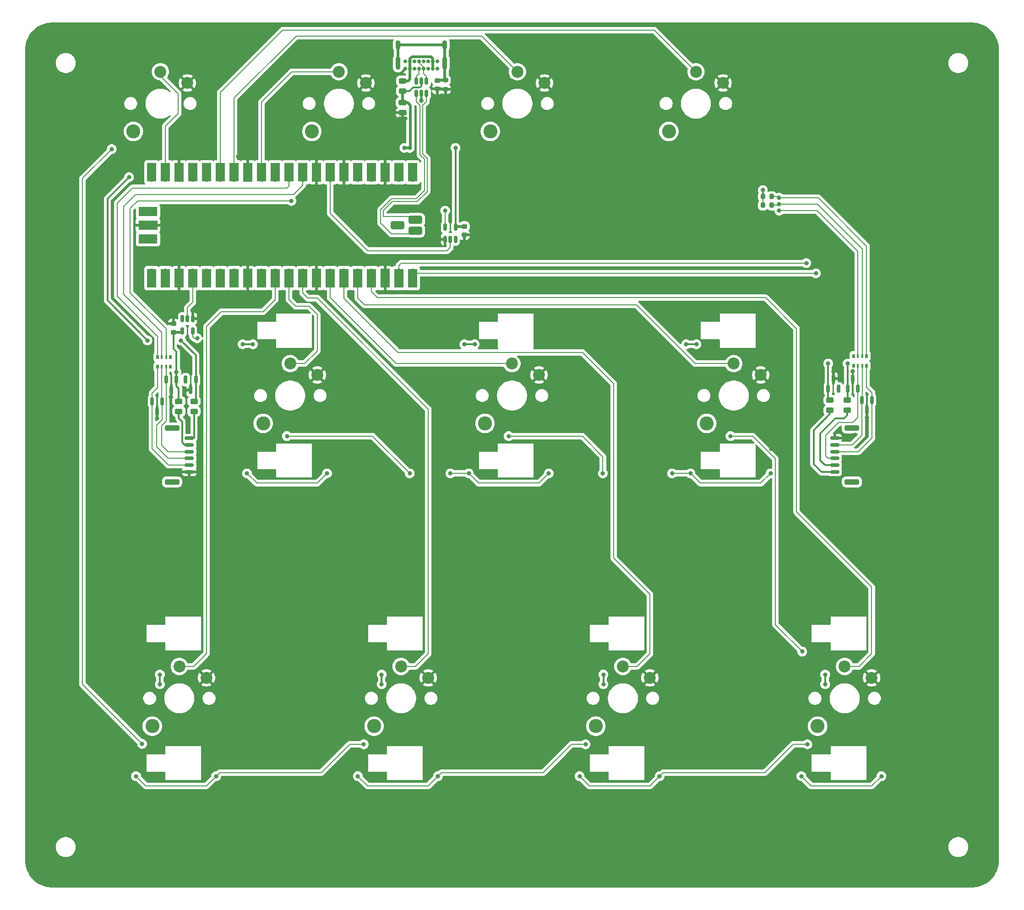
<source format=gbl>
%TF.GenerationSoftware,KiCad,Pcbnew,8.0.3*%
%TF.CreationDate,2024-07-30T03:57:45+02:00*%
%TF.ProjectId,iidx_pico,69696478-5f70-4696-936f-2e6b69636164,rev?*%
%TF.SameCoordinates,Original*%
%TF.FileFunction,Copper,L2,Bot*%
%TF.FilePolarity,Positive*%
%FSLAX46Y46*%
G04 Gerber Fmt 4.6, Leading zero omitted, Abs format (unit mm)*
G04 Created by KiCad (PCBNEW 8.0.3) date 2024-07-30 03:57:45*
%MOMM*%
%LPD*%
G01*
G04 APERTURE LIST*
G04 Aperture macros list*
%AMRoundRect*
0 Rectangle with rounded corners*
0 $1 Rounding radius*
0 $2 $3 $4 $5 $6 $7 $8 $9 X,Y pos of 4 corners*
0 Add a 4 corners polygon primitive as box body*
4,1,4,$2,$3,$4,$5,$6,$7,$8,$9,$2,$3,0*
0 Add four circle primitives for the rounded corners*
1,1,$1+$1,$2,$3*
1,1,$1+$1,$4,$5*
1,1,$1+$1,$6,$7*
1,1,$1+$1,$8,$9*
0 Add four rect primitives between the rounded corners*
20,1,$1+$1,$2,$3,$4,$5,0*
20,1,$1+$1,$4,$5,$6,$7,0*
20,1,$1+$1,$6,$7,$8,$9,0*
20,1,$1+$1,$8,$9,$2,$3,0*%
G04 Aperture macros list end*
%TA.AperFunction,ComponentPad*%
%ADD10O,1.700000X1.700000*%
%TD*%
%TA.AperFunction,SMDPad,CuDef*%
%ADD11R,1.700000X3.500000*%
%TD*%
%TA.AperFunction,ComponentPad*%
%ADD12R,1.700000X1.700000*%
%TD*%
%TA.AperFunction,SMDPad,CuDef*%
%ADD13R,3.500000X1.700000*%
%TD*%
%TA.AperFunction,ComponentPad*%
%ADD14RoundRect,0.300000X0.950000X-0.450000X0.950000X0.450000X-0.950000X0.450000X-0.950000X-0.450000X0*%
%TD*%
%TA.AperFunction,SMDPad,CuDef*%
%ADD15RoundRect,0.200000X0.200000X0.275000X-0.200000X0.275000X-0.200000X-0.275000X0.200000X-0.275000X0*%
%TD*%
%TA.AperFunction,SMDPad,CuDef*%
%ADD16RoundRect,0.250000X-1.100000X0.250000X-1.100000X-0.250000X1.100000X-0.250000X1.100000X0.250000X0*%
%TD*%
%TA.AperFunction,SMDPad,CuDef*%
%ADD17RoundRect,0.150000X-0.700000X0.150000X-0.700000X-0.150000X0.700000X-0.150000X0.700000X0.150000X0*%
%TD*%
%TA.AperFunction,SMDPad,CuDef*%
%ADD18RoundRect,0.150000X0.700000X-0.150000X0.700000X0.150000X-0.700000X0.150000X-0.700000X-0.150000X0*%
%TD*%
%TA.AperFunction,SMDPad,CuDef*%
%ADD19RoundRect,0.250000X1.100000X-0.250000X1.100000X0.250000X-1.100000X0.250000X-1.100000X-0.250000X0*%
%TD*%
%TA.AperFunction,ComponentPad*%
%ADD20C,2.200000*%
%TD*%
%TA.AperFunction,ComponentPad*%
%ADD21C,2.600000*%
%TD*%
%TA.AperFunction,SMDPad,CuDef*%
%ADD22R,0.500000X0.800000*%
%TD*%
%TA.AperFunction,SMDPad,CuDef*%
%ADD23R,0.400000X0.800000*%
%TD*%
%TA.AperFunction,SMDPad,CuDef*%
%ADD24RoundRect,0.150000X-0.150000X0.512500X-0.150000X-0.512500X0.150000X-0.512500X0.150000X0.512500X0*%
%TD*%
%TA.AperFunction,SMDPad,CuDef*%
%ADD25RoundRect,0.243750X-0.456250X0.243750X-0.456250X-0.243750X0.456250X-0.243750X0.456250X0.243750X0*%
%TD*%
%TA.AperFunction,SMDPad,CuDef*%
%ADD26RoundRect,0.225000X-0.250000X0.225000X-0.250000X-0.225000X0.250000X-0.225000X0.250000X0.225000X0*%
%TD*%
%TA.AperFunction,SMDPad,CuDef*%
%ADD27RoundRect,0.150000X-0.150000X0.587500X-0.150000X-0.587500X0.150000X-0.587500X0.150000X0.587500X0*%
%TD*%
%TA.AperFunction,SMDPad,CuDef*%
%ADD28RoundRect,0.200000X-0.275000X0.200000X-0.275000X-0.200000X0.275000X-0.200000X0.275000X0.200000X0*%
%TD*%
%TA.AperFunction,SMDPad,CuDef*%
%ADD29RoundRect,0.150000X0.150000X-0.587500X0.150000X0.587500X-0.150000X0.587500X-0.150000X-0.587500X0*%
%TD*%
%TA.AperFunction,SMDPad,CuDef*%
%ADD30RoundRect,0.225000X0.250000X-0.225000X0.250000X0.225000X-0.250000X0.225000X-0.250000X-0.225000X0*%
%TD*%
%TA.AperFunction,ComponentPad*%
%ADD31C,0.700000*%
%TD*%
%TA.AperFunction,ComponentPad*%
%ADD32O,0.900000X1.700000*%
%TD*%
%TA.AperFunction,ComponentPad*%
%ADD33O,0.900000X2.400000*%
%TD*%
%TA.AperFunction,SMDPad,CuDef*%
%ADD34RoundRect,0.250000X-0.475000X0.250000X-0.475000X-0.250000X0.475000X-0.250000X0.475000X0.250000X0*%
%TD*%
%TA.AperFunction,SMDPad,CuDef*%
%ADD35RoundRect,0.150000X0.150000X-0.512500X0.150000X0.512500X-0.150000X0.512500X-0.150000X-0.512500X0*%
%TD*%
%TA.AperFunction,ViaPad*%
%ADD36C,0.800000*%
%TD*%
%TA.AperFunction,Conductor*%
%ADD37C,0.200000*%
%TD*%
%TA.AperFunction,Conductor*%
%ADD38C,0.300000*%
%TD*%
%TA.AperFunction,Conductor*%
%ADD39C,0.500000*%
%TD*%
G04 APERTURE END LIST*
D10*
%TO.P,U1,1,GPIO0*%
%TO.N,/SW13*%
X118950000Y-65790000D03*
D11*
X118950000Y-66690000D03*
D10*
%TO.P,U1,2,GPIO1*%
%TO.N,/SW12*%
X116410000Y-65790000D03*
D11*
X116410000Y-66690000D03*
D12*
%TO.P,U1,3,GND*%
%TO.N,GND*%
X113870000Y-65790000D03*
D11*
X113870000Y-66690000D03*
D10*
%TO.P,U1,4,GPIO2*%
%TO.N,/SW7*%
X111330000Y-65790000D03*
D11*
X111330000Y-66690000D03*
D10*
%TO.P,U1,5,GPIO3*%
%TO.N,/SW6*%
X108790000Y-65790000D03*
D11*
X108790000Y-66690000D03*
D10*
%TO.P,U1,6,GPIO4*%
%TO.N,/SW5*%
X106250000Y-65790000D03*
D11*
X106250000Y-66690000D03*
D10*
%TO.P,U1,7,GPIO5*%
%TO.N,/SW4*%
X103710000Y-65790000D03*
D11*
X103710000Y-66690000D03*
D12*
%TO.P,U1,8,GND*%
%TO.N,GND*%
X101170000Y-65790000D03*
D11*
X101170000Y-66690000D03*
D10*
%TO.P,U1,9,GPIO6*%
%TO.N,/SW3*%
X98630000Y-65790000D03*
D11*
X98630000Y-66690000D03*
D10*
%TO.P,U1,10,GPIO7*%
%TO.N,/SW2*%
X96090000Y-65790000D03*
D11*
X96090000Y-66690000D03*
D10*
%TO.P,U1,11,GPIO8*%
%TO.N,/SW1*%
X93550000Y-65790000D03*
D11*
X93550000Y-66690000D03*
D10*
%TO.P,U1,12,GPIO9*%
%TO.N,unconnected-(U1-GPIO9-Pad12)*%
X91010000Y-65790000D03*
D11*
X91010000Y-66690000D03*
D12*
%TO.P,U1,13,GND*%
%TO.N,GND*%
X88470000Y-65790000D03*
D11*
X88470000Y-66690000D03*
D10*
%TO.P,U1,14,GPIO10*%
%TO.N,unconnected-(U1-GPIO10-Pad14)*%
X85930000Y-65790000D03*
D11*
X85930000Y-66690000D03*
D10*
%TO.P,U1,15,GPIO11*%
%TO.N,unconnected-(U1-GPIO11-Pad15)*%
X83390000Y-65790000D03*
D11*
X83390000Y-66690000D03*
D10*
%TO.P,U1,16,GPIO12*%
%TO.N,unconnected-(U1-GPIO12-Pad16)*%
X80850000Y-65790000D03*
D11*
X80850000Y-66690000D03*
D10*
%TO.P,U1,17,GPIO13*%
%TO.N,/LED_UNBUF*%
X78310000Y-65790000D03*
D11*
X78310000Y-66690000D03*
D12*
%TO.P,U1,18,GND*%
%TO.N,GND*%
X75770000Y-65790000D03*
D11*
X75770000Y-66690000D03*
D10*
%TO.P,U1,19,GPIO14*%
%TO.N,unconnected-(U1-GPIO14-Pad19)_0*%
X73230000Y-65790000D03*
D11*
X73230000Y-66690000D03*
D10*
%TO.P,U1,20,GPIO15*%
%TO.N,unconnected-(U1-GPIO15-Pad20)_0*%
X70690000Y-65790000D03*
D11*
X70690000Y-66690000D03*
D10*
%TO.P,U1,21,GPIO16*%
%TO.N,unconnected-(U1-GPIO16-Pad21)*%
X70690000Y-48010000D03*
D11*
X70690000Y-47110000D03*
D10*
%TO.P,U1,22,GPIO17*%
%TO.N,/SW8*%
X73230000Y-48010000D03*
D11*
X73230000Y-47110000D03*
D12*
%TO.P,U1,23,GND*%
%TO.N,GND*%
X75770000Y-48010000D03*
D11*
X75770000Y-47110000D03*
D10*
%TO.P,U1,24,GPIO18*%
%TO.N,unconnected-(U1-GPIO18-Pad24)*%
X78310000Y-48010000D03*
D11*
X78310000Y-47110000D03*
D10*
%TO.P,U1,25,GPIO19*%
%TO.N,unconnected-(U1-GPIO19-Pad25)_0*%
X80850000Y-48010000D03*
D11*
X80850000Y-47110000D03*
D10*
%TO.P,U1,26,GPIO20*%
%TO.N,/SW11*%
X83390000Y-48010000D03*
D11*
X83390000Y-47110000D03*
D10*
%TO.P,U1,27,GPIO21*%
%TO.N,/SW10*%
X85930000Y-48010000D03*
D11*
X85930000Y-47110000D03*
D12*
%TO.P,U1,28,GND*%
%TO.N,GND*%
X88470000Y-48010000D03*
D11*
X88470000Y-47110000D03*
D10*
%TO.P,U1,29,GPIO22*%
%TO.N,/SW9*%
X91010000Y-48010000D03*
D11*
X91010000Y-47110000D03*
D10*
%TO.P,U1,30,RUN*%
%TO.N,unconnected-(U1-RUN-Pad30)_0*%
X93550000Y-48010000D03*
D11*
X93550000Y-47110000D03*
D10*
%TO.P,U1,31,GPIO26_ADC0*%
%TO.N,/SDA*%
X96090000Y-48010000D03*
D11*
X96090000Y-47110000D03*
D10*
%TO.P,U1,32,GPIO27_ADC1*%
%TO.N,/SCL*%
X98630000Y-48010000D03*
D11*
X98630000Y-47110000D03*
D12*
%TO.P,U1,33,AGND*%
%TO.N,GND*%
X101170000Y-48010000D03*
D11*
X101170000Y-47110000D03*
D10*
%TO.P,U1,34,GPIO28_ADC2*%
%TO.N,/LED_TT_UNBUF*%
X103710000Y-48010000D03*
D11*
X103710000Y-47110000D03*
D10*
%TO.P,U1,35,ADC_VREF*%
%TO.N,GND*%
X106250000Y-48010000D03*
D11*
X106250000Y-47110000D03*
D10*
%TO.P,U1,36,3V3*%
%TO.N,+3.3V*%
X108790000Y-48010000D03*
D11*
X108790000Y-47110000D03*
D10*
%TO.P,U1,37,3V3_EN*%
%TO.N,unconnected-(U1-3V3_EN-Pad37)_0*%
X111330000Y-48010000D03*
D11*
X111330000Y-47110000D03*
D12*
%TO.P,U1,38,GND*%
%TO.N,GND*%
X113870000Y-48010000D03*
D11*
X113870000Y-47110000D03*
D10*
%TO.P,U1,39,VSYS*%
%TO.N,unconnected-(U1-VSYS-Pad39)*%
X116410000Y-48010000D03*
D11*
X116410000Y-47110000D03*
D10*
%TO.P,U1,40,VBUS*%
%TO.N,+5V*%
X118950000Y-48010000D03*
D11*
X118950000Y-47110000D03*
D10*
%TO.P,U1,41,SWCLK*%
%TO.N,unconnected-(U1-SWCLK-Pad41)*%
X70920000Y-59440000D03*
D13*
X70020000Y-59440000D03*
D12*
%TO.P,U1,42,GND*%
%TO.N,GND*%
X70920000Y-56900000D03*
D13*
X70020000Y-56900000D03*
D10*
%TO.P,U1,43,SWDIO*%
%TO.N,unconnected-(U1-SWDIO-Pad43)*%
X70920000Y-54360000D03*
D13*
X70020000Y-54360000D03*
D14*
%TO.P,U1,TP1,TP1*%
%TO.N,GND*%
X116190000Y-56900000D03*
%TO.P,U1,TP2,TP2*%
%TO.N,/DN*%
X119470000Y-55900000D03*
%TO.P,U1,TP3,TP3*%
%TO.N,/DP*%
X119490000Y-57900000D03*
%TD*%
D15*
%TO.P,R2,1*%
%TO.N,/SDA*%
X185345000Y-53200000D03*
%TO.P,R2,2*%
%TO.N,+3.3V*%
X183695000Y-53200000D03*
%TD*%
D16*
%TO.P,J2,MP*%
%TO.N,N/C*%
X200170000Y-104375000D03*
X200170000Y-94425000D03*
D17*
%TO.P,J2,6,Pin_6*%
%TO.N,Net-(J2-Pin_6)*%
X196970000Y-102525000D03*
%TO.P,J2,5,Pin_5*%
%TO.N,Net-(J2-Pin_5)*%
X196970000Y-101275000D03*
%TO.P,J2,4,Pin_4*%
%TO.N,Net-(J2-Pin_4)*%
X196970000Y-100025000D03*
%TO.P,J2,3,Pin_3*%
%TO.N,Net-(J2-Pin_3)*%
X196970000Y-98775000D03*
%TO.P,J2,2,Pin_2*%
%TO.N,Net-(J2-Pin_2)*%
X196970000Y-97525000D03*
%TO.P,J2,1,Pin_1*%
%TO.N,GND*%
X196970000Y-96275000D03*
%TD*%
D18*
%TO.P,J1,1,Pin_1*%
%TO.N,GND*%
X77670000Y-102525000D03*
%TO.P,J1,2,Pin_2*%
%TO.N,Net-(J1-Pin_2)*%
X77670000Y-101275000D03*
%TO.P,J1,3,Pin_3*%
%TO.N,Net-(J1-Pin_3)*%
X77670000Y-100025000D03*
%TO.P,J1,4,Pin_4*%
%TO.N,Net-(J1-Pin_4)*%
X77670000Y-98775000D03*
%TO.P,J1,5,Pin_5*%
%TO.N,Net-(J1-Pin_5)*%
X77670000Y-97525000D03*
%TO.P,J1,6,Pin_6*%
%TO.N,Net-(J1-Pin_6)*%
X77670000Y-96275000D03*
D19*
%TO.P,J1,MP*%
%TO.N,N/C*%
X74470000Y-104375000D03*
X74470000Y-94425000D03*
%TD*%
D15*
%TO.P,R1,1*%
%TO.N,/SCL*%
X185345000Y-51600000D03*
%TO.P,R1,2*%
%TO.N,+3.3V*%
X183695000Y-51600000D03*
%TD*%
D20*
%TO.P,SW5,2,"~{"}*%
%TO.N,GND*%
X162820000Y-140600000D03*
%TO.P,SW5,1,"~{"}*%
%TO.N,/SW5*%
X157820000Y-138500000D03*
D21*
%TO.P,SW5,*%
%TO.N,*%
X152820000Y-149550000D03*
%TD*%
D20*
%TO.P,SW10,2,"~{"}*%
%TO.N,GND*%
X143320000Y-30600000D03*
%TO.P,SW10,1,"~{"}*%
%TO.N,/SW10*%
X138320000Y-28500000D03*
D21*
%TO.P,SW10,*%
%TO.N,*%
X133320000Y-39550000D03*
%TD*%
D20*
%TO.P,SW2,2,"~{"}*%
%TO.N,GND*%
X101320000Y-84600000D03*
%TO.P,SW2,1,"~{"}*%
%TO.N,/SW2*%
X96320000Y-82500000D03*
D21*
%TO.P,SW2,*%
%TO.N,*%
X91320000Y-93550000D03*
%TD*%
D20*
%TO.P,SW3,2,"~{"}*%
%TO.N,GND*%
X121820000Y-140600000D03*
%TO.P,SW3,1,"~{"}*%
%TO.N,/SW3*%
X116820000Y-138500000D03*
D21*
%TO.P,SW3,*%
%TO.N,*%
X111820000Y-149550000D03*
%TD*%
D20*
%TO.P,SW9,2,"~{"}*%
%TO.N,GND*%
X110320000Y-30600000D03*
%TO.P,SW9,1,"~{"}*%
%TO.N,/SW9*%
X105320000Y-28500000D03*
D21*
%TO.P,SW9,*%
%TO.N,*%
X100320000Y-39550000D03*
%TD*%
D20*
%TO.P,SW8,2,"~{"}*%
%TO.N,GND*%
X77320000Y-30600000D03*
%TO.P,SW8,1,"~{"}*%
%TO.N,/SW8*%
X72320000Y-28500000D03*
D21*
%TO.P,SW8,*%
%TO.N,*%
X67320000Y-39550000D03*
%TD*%
D20*
%TO.P,SW6,2,"~{"}*%
%TO.N,GND*%
X183320000Y-84600000D03*
%TO.P,SW6,1,"~{"}*%
%TO.N,/SW6*%
X178320000Y-82500000D03*
D21*
%TO.P,SW6,*%
%TO.N,*%
X173320000Y-93550000D03*
%TD*%
D20*
%TO.P,SW11,2,"~{"}*%
%TO.N,GND*%
X176320000Y-30600000D03*
%TO.P,SW11,1,"~{"}*%
%TO.N,/SW11*%
X171320000Y-28500000D03*
D21*
%TO.P,SW11,*%
%TO.N,*%
X166320000Y-39550000D03*
%TD*%
D20*
%TO.P,SW7,2,"~{"}*%
%TO.N,GND*%
X203820000Y-140600000D03*
%TO.P,SW7,1,"~{"}*%
%TO.N,/SW7*%
X198820000Y-138500000D03*
D21*
%TO.P,SW7,*%
%TO.N,*%
X193820000Y-149550000D03*
%TD*%
D20*
%TO.P,SW4,2,"~{"}*%
%TO.N,GND*%
X142320000Y-84600000D03*
%TO.P,SW4,1,"~{"}*%
%TO.N,/SW4*%
X137320000Y-82500000D03*
D21*
%TO.P,SW4,*%
%TO.N,*%
X132320000Y-93550000D03*
%TD*%
D20*
%TO.P,SW1,2,"~{"}*%
%TO.N,GND*%
X80820000Y-140600000D03*
%TO.P,SW1,1,"~{"}*%
%TO.N,/SW1*%
X75820000Y-138500000D03*
D21*
%TO.P,SW1,*%
%TO.N,*%
X70820000Y-149550000D03*
%TD*%
D22*
%TO.P,RN2,8,R1.2*%
%TO.N,/SCL*%
X202880000Y-81100000D03*
D23*
%TO.P,RN2,7,R2.2*%
%TO.N,/SDA*%
X202080000Y-81100000D03*
%TO.P,RN2,6,R3.2*%
%TO.N,/LED_TT*%
X201280000Y-81100000D03*
D22*
%TO.P,RN2,5,R4.2*%
%TO.N,unconnected-(RN2-R4.2-Pad5)*%
X200480000Y-81100000D03*
%TO.P,RN2,4,R4.1*%
%TO.N,unconnected-(RN2-R4.1-Pad4)*%
X200480000Y-82900000D03*
D23*
%TO.P,RN2,3,R3.1*%
%TO.N,Net-(J2-Pin_4)*%
X201280000Y-82900000D03*
%TO.P,RN2,2,R2.1*%
%TO.N,Net-(J2-Pin_2)*%
X202080000Y-82900000D03*
D22*
%TO.P,RN2,1,R1.1*%
%TO.N,Net-(J2-Pin_3)*%
X202880000Y-82900000D03*
%TD*%
D24*
%TO.P,U2,1,NC*%
%TO.N,unconnected-(U2-NC-Pad1)*%
X76370000Y-74162500D03*
%TO.P,U2,2,A*%
%TO.N,/LED_UNBUF*%
X77320000Y-74162500D03*
%TO.P,U2,3,GND*%
%TO.N,GND*%
X78270000Y-74162500D03*
%TO.P,U2,4,Y*%
%TO.N,/LED_B2*%
X78270000Y-76437500D03*
%TO.P,U2,5,VCC*%
%TO.N,+5V*%
X76370000Y-76437500D03*
%TD*%
D22*
%TO.P,RN1,1,R1.1*%
%TO.N,unconnected-(RN1-R1.1-Pad1)*%
X74170000Y-83100000D03*
D23*
%TO.P,RN1,2,R2.1*%
%TO.N,Net-(J1-Pin_4)*%
X73370000Y-83100000D03*
%TO.P,RN1,3,R3.1*%
%TO.N,Net-(J1-Pin_3)*%
X72570000Y-83100000D03*
D22*
%TO.P,RN1,4,R4.1*%
%TO.N,Net-(J1-Pin_2)*%
X71770000Y-83100000D03*
%TO.P,RN1,5,R4.2*%
%TO.N,/SDA*%
X71770000Y-81300000D03*
D23*
%TO.P,RN1,6,R3.2*%
%TO.N,/SCL*%
X72570000Y-81300000D03*
%TO.P,RN1,7,R2.2*%
%TO.N,/LED_TT*%
X73370000Y-81300000D03*
D22*
%TO.P,RN1,8,R1.2*%
%TO.N,unconnected-(RN1-R1.2-Pad8)*%
X74170000Y-81300000D03*
%TD*%
D25*
%TO.P,F5,2*%
%TO.N,Net-(J2-Pin_5)*%
X199320000Y-91137500D03*
%TO.P,F5,1*%
%TO.N,+5V*%
X199320000Y-89262500D03*
%TD*%
D26*
%TO.P,C3,1*%
%TO.N,Net-(J4-SHIELD)*%
X123520000Y-30150000D03*
%TO.P,C3,2*%
%TO.N,GND*%
X123520000Y-31700000D03*
%TD*%
D27*
%TO.P,D3,1,K*%
%TO.N,unconnected-(D3-K-Pad1)*%
X76970000Y-85462500D03*
%TO.P,D3,2,K*%
%TO.N,+3.3V*%
X78870000Y-85462500D03*
%TO.P,D3,3,A*%
%TO.N,GND*%
X77920000Y-87337500D03*
%TD*%
%TO.P,D4,3,A*%
%TO.N,GND*%
X202920000Y-91137500D03*
%TO.P,D4,2,K*%
%TO.N,Net-(J2-Pin_3)*%
X203870000Y-89262500D03*
%TO.P,D4,1,K*%
%TO.N,Net-(J2-Pin_2)*%
X201970000Y-89262500D03*
%TD*%
D26*
%TO.P,C2,2*%
%TO.N,GND*%
X128520000Y-58675000D03*
%TO.P,C2,1*%
%TO.N,+5V*%
X128520000Y-57125000D03*
%TD*%
D28*
%TO.P,R3,1*%
%TO.N,Net-(J4-SHIELD)*%
X125020000Y-30075000D03*
%TO.P,R3,2*%
%TO.N,GND*%
X125020000Y-31725000D03*
%TD*%
D29*
%TO.P,D6,1,K*%
%TO.N,unconnected-(D6-K-Pad1)*%
X197670000Y-87137500D03*
%TO.P,D6,2,K*%
%TO.N,+3.3V*%
X195770000Y-87137500D03*
%TO.P,D6,3,A*%
%TO.N,GND*%
X196720000Y-85262500D03*
%TD*%
D30*
%TO.P,C1,1*%
%TO.N,+5V*%
X74720000Y-76675000D03*
%TO.P,C1,2*%
%TO.N,GND*%
X74720000Y-75125000D03*
%TD*%
D25*
%TO.P,F2,1*%
%TO.N,+3.3V*%
X78520000Y-89462500D03*
%TO.P,F2,2*%
%TO.N,Net-(J1-Pin_6)*%
X78520000Y-91337500D03*
%TD*%
D31*
%TO.P,J4,A1,GND*%
%TO.N,GND*%
X117595000Y-27925000D03*
%TO.P,J4,A4,VBUS*%
%TO.N,Net-(F1-Pad1)*%
X118445000Y-27925000D03*
%TO.P,J4,A5,CC1*%
%TO.N,Net-(J4-CC1)*%
X119295000Y-27925000D03*
%TO.P,J4,A6,D+*%
%TO.N,Net-(J4-D+-PadA6)*%
X120145000Y-27925000D03*
%TO.P,J4,A7,D-*%
%TO.N,Net-(J4-D--PadA7)*%
X120995000Y-27925000D03*
%TO.P,J4,A8,SBU1*%
%TO.N,unconnected-(J4-SBU1-PadA8)*%
X121845000Y-27925000D03*
%TO.P,J4,A9,VBUS*%
%TO.N,Net-(F1-Pad1)*%
X122695000Y-27925000D03*
%TO.P,J4,A12,GND*%
%TO.N,GND*%
X123545000Y-27925000D03*
%TO.P,J4,B1,GND*%
X123545000Y-26575000D03*
%TO.P,J4,B4,VBUS*%
%TO.N,Net-(F1-Pad1)*%
X122695000Y-26575000D03*
%TO.P,J4,B5,CC2*%
%TO.N,Net-(J4-CC2)*%
X121845000Y-26575000D03*
%TO.P,J4,B6,D+*%
%TO.N,Net-(J4-D+-PadA6)*%
X120995000Y-26575000D03*
%TO.P,J4,B7,D-*%
%TO.N,Net-(J4-D--PadA7)*%
X120145000Y-26575000D03*
%TO.P,J4,B8,SBU2*%
%TO.N,unconnected-(J4-SBU2-PadB8)*%
X119295000Y-26575000D03*
%TO.P,J4,B9,VBUS*%
%TO.N,Net-(F1-Pad1)*%
X118445000Y-26575000D03*
%TO.P,J4,B12,GND*%
%TO.N,GND*%
X117595000Y-26575000D03*
D32*
%TO.P,J4,S1,SHIELD*%
%TO.N,Net-(J4-SHIELD)*%
X116245000Y-23565000D03*
D33*
X116245000Y-26945000D03*
D32*
X124895000Y-23565000D03*
D33*
X124895000Y-26945000D03*
%TD*%
D25*
%TO.P,F1,1*%
%TO.N,Net-(F1-Pad1)*%
X117070000Y-30212500D03*
%TO.P,F1,2*%
%TO.N,+5V*%
X117070000Y-32087500D03*
%TD*%
D27*
%TO.P,D1,1,K*%
%TO.N,Net-(J1-Pin_2)*%
X70770000Y-89462500D03*
%TO.P,D1,2,K*%
%TO.N,Net-(J1-Pin_3)*%
X72670000Y-89462500D03*
%TO.P,D1,3,A*%
%TO.N,GND*%
X71720000Y-91337500D03*
%TD*%
D29*
%TO.P,D5,3,A*%
%TO.N,GND*%
X200320000Y-85262500D03*
%TO.P,D5,2,K*%
%TO.N,+5V*%
X199370000Y-87137500D03*
%TO.P,D5,1,K*%
%TO.N,Net-(J2-Pin_4)*%
X201270000Y-87137500D03*
%TD*%
D25*
%TO.P,F4,2*%
%TO.N,Net-(J2-Pin_6)*%
X196120000Y-91137500D03*
%TO.P,F4,1*%
%TO.N,+3.3V*%
X196120000Y-89262500D03*
%TD*%
D34*
%TO.P,C4,1*%
%TO.N,+5V*%
X117070000Y-34200000D03*
%TO.P,C4,2*%
%TO.N,GND*%
X117070000Y-36100000D03*
%TD*%
D35*
%TO.P,U3,5,VCC*%
%TO.N,+5V*%
X126870000Y-57262500D03*
%TO.P,U3,4,Y*%
%TO.N,/LED_TT*%
X124970000Y-57262500D03*
%TO.P,U3,3,GND*%
%TO.N,GND*%
X124970000Y-59537500D03*
%TO.P,U3,2,A*%
%TO.N,/LED_TT_UNBUF*%
X125920000Y-59537500D03*
%TO.P,U3,1,NC*%
%TO.N,unconnected-(U3-NC-Pad1)*%
X126870000Y-59537500D03*
%TD*%
%TO.P,U4,1,I/O1*%
%TO.N,/DN*%
X121520000Y-32537500D03*
%TO.P,U4,2,GND*%
%TO.N,GND*%
X120570000Y-32537500D03*
%TO.P,U4,3,I/O2*%
%TO.N,/DP*%
X119620000Y-32537500D03*
%TO.P,U4,4,I/O2*%
%TO.N,Net-(J4-D+-PadA6)*%
X119620000Y-30262500D03*
%TO.P,U4,5,VBUS*%
%TO.N,+5V*%
X120570000Y-30262500D03*
%TO.P,U4,6,I/O1*%
%TO.N,Net-(J4-D--PadA7)*%
X121520000Y-30262500D03*
%TD*%
D25*
%TO.P,F3,1*%
%TO.N,+5V*%
X75720000Y-89462500D03*
%TO.P,F3,2*%
%TO.N,Net-(J1-Pin_5)*%
X75720000Y-91337500D03*
%TD*%
D27*
%TO.P,D2,1,K*%
%TO.N,Net-(J1-Pin_4)*%
X73370000Y-85462500D03*
%TO.P,D2,2,K*%
%TO.N,+5V*%
X75270000Y-85462500D03*
%TO.P,D2,3,A*%
%TO.N,GND*%
X74320000Y-87337500D03*
%TD*%
D36*
%TO.N,GND*%
X113520000Y-135000000D03*
X72545000Y-135000000D03*
X154545000Y-135000000D03*
X79420000Y-102600000D03*
X200720000Y-95700000D03*
X124220000Y-44100000D03*
X86720000Y-44200000D03*
X79220000Y-150000000D03*
X64420000Y-174000000D03*
X64420000Y-150000000D03*
X79220000Y-174000000D03*
X120220000Y-150000000D03*
X105420000Y-174000000D03*
X105420000Y-150000000D03*
X120220000Y-174000000D03*
X161220000Y-150000000D03*
X146420000Y-174000000D03*
X146420000Y-150000000D03*
X161220000Y-174000000D03*
X202220000Y-150000000D03*
X181720000Y-94000000D03*
X140720000Y-94000000D03*
X99720000Y-94000000D03*
X82720000Y-130300000D03*
X67920000Y-154300000D03*
X67920000Y-130300000D03*
X82720000Y-154300000D03*
X123720000Y-130300000D03*
X108920000Y-154300000D03*
X108920000Y-130300000D03*
X123720000Y-154300000D03*
X164720000Y-130300000D03*
X149920000Y-154300000D03*
X149920000Y-130300000D03*
X164720000Y-154300000D03*
X205720000Y-130300000D03*
X190920000Y-154300000D03*
X190920000Y-130300000D03*
X205720000Y-154300000D03*
X185220000Y-74300000D03*
X170420000Y-98300000D03*
X170420000Y-74300000D03*
X185220000Y-98300000D03*
X144220000Y-74300000D03*
X129420000Y-98300000D03*
X129420000Y-74300000D03*
X144220000Y-98300000D03*
X103220000Y-98300000D03*
X88420000Y-98300000D03*
X103220000Y-74300000D03*
X88420000Y-74300000D03*
X169420000Y-86625000D03*
X187395000Y-86625000D03*
X128420000Y-86625000D03*
X146395000Y-86625000D03*
X87420000Y-86625000D03*
X105395000Y-86625000D03*
X207895000Y-142625000D03*
X166895000Y-142625000D03*
X125895000Y-142625000D03*
X84920000Y-142600000D03*
X197520000Y-67800000D03*
X77020000Y-87350000D03*
X74270000Y-88662500D03*
X202920000Y-92462500D03*
X200320000Y-83937500D03*
X196720000Y-83987500D03*
%TO.N,+5V*%
X199370000Y-82500000D03*
%TO.N,GND*%
X71720000Y-92650000D03*
X78270000Y-72700000D03*
X129820000Y-58700000D03*
%TO.N,+3.3V*%
X183695000Y-50400000D03*
%TO.N,GND*%
X123820000Y-59600000D03*
X209620000Y-34400000D03*
X198620000Y-34400000D03*
X168120000Y-38200000D03*
X135120000Y-38200000D03*
X69120000Y-38200000D03*
X102120000Y-38200000D03*
X125020000Y-33000000D03*
X123520000Y-33000000D03*
%TO.N,+5V*%
X126870000Y-42600000D03*
%TO.N,/LED_TT*%
X186720000Y-54200000D03*
%TO.N,/LED_B8*%
X63320000Y-42800000D03*
X68925000Y-152820000D03*
%TO.N,+3.3V*%
X76120000Y-78200000D03*
X66520000Y-48000000D03*
X69920000Y-78200000D03*
X195770000Y-82500000D03*
%TO.N,+5V*%
X75270000Y-84050000D03*
%TO.N,/LED_TT*%
X96520000Y-52400000D03*
X124970000Y-54200000D03*
%TO.N,/SCL*%
X186720000Y-51800000D03*
%TO.N,/SDA*%
X186720000Y-53000000D03*
%TO.N,/LED_B7*%
X190970000Y-135750000D03*
%TO.N,GND*%
X120570000Y-33850000D03*
X117570000Y-37150000D03*
X116570000Y-37150000D03*
%TO.N,+5V*%
X87520000Y-78900000D03*
X117420000Y-42600000D03*
X154220000Y-140000000D03*
X169520000Y-78900000D03*
X171420000Y-78900000D03*
X89420000Y-78900000D03*
X113220000Y-141800000D03*
X195220000Y-141800000D03*
X72220000Y-140000000D03*
X130420000Y-78900000D03*
X118420000Y-42600000D03*
X72220000Y-141800000D03*
X154220000Y-141800000D03*
X128520000Y-78900000D03*
X195220000Y-140000000D03*
X113220000Y-140000000D03*
%TO.N,/LED_B1*%
X67820000Y-158800000D03*
X82620000Y-158800000D03*
X109920000Y-152900000D03*
%TO.N,/LED_B4*%
X125920000Y-102800000D03*
X144120000Y-102800000D03*
X95720000Y-95900000D03*
X129320000Y-102800000D03*
X118420000Y-102800000D03*
%TO.N,/LED_B2*%
X103120000Y-102800000D03*
X88320000Y-102800000D03*
X79120000Y-77800000D03*
%TO.N,/LED_B3*%
X108820000Y-158800000D03*
X123620000Y-158800000D03*
X150920000Y-152900000D03*
%TO.N,/LED_B6*%
X154120000Y-102800000D03*
X185120000Y-102800000D03*
X136720000Y-95900000D03*
X166920000Y-102800000D03*
X170320000Y-102800000D03*
%TO.N,/LED_B5*%
X191920000Y-152900000D03*
X149820000Y-158800000D03*
X164620000Y-158800000D03*
%TO.N,/LED_B7*%
X205620000Y-158800000D03*
X177720000Y-95900000D03*
X190820000Y-158800000D03*
%TO.N,/SW12*%
X191720000Y-63900000D03*
%TO.N,/SW13*%
X193520000Y-65800000D03*
%TO.N,GND*%
X195520000Y-135000000D03*
%TD*%
D37*
%TO.N,/SW6*%
X108790000Y-65790000D02*
X108790000Y-70370000D01*
X108790000Y-70370000D02*
X110020000Y-71600000D01*
X110020000Y-71600000D02*
X160320000Y-71600000D01*
X160320000Y-71600000D02*
X171220000Y-82500000D01*
X171220000Y-82500000D02*
X178320000Y-82500000D01*
%TO.N,/SW7*%
X111330000Y-65790000D02*
X111330000Y-69210000D01*
X203820000Y-123800000D02*
X203820000Y-136150000D01*
X201470000Y-138500000D02*
X198820000Y-138500000D01*
X111330000Y-69210000D02*
X112420000Y-70300000D01*
X112420000Y-70300000D02*
X184220000Y-70300000D01*
X184220000Y-70300000D02*
X189920000Y-76000000D01*
X189920000Y-76000000D02*
X189920000Y-109900000D01*
X189920000Y-109900000D02*
X203820000Y-123800000D01*
X203820000Y-136150000D02*
X201470000Y-138500000D01*
D38*
%TO.N,GND*%
X77020000Y-87350000D02*
X77920000Y-87350000D01*
X74270000Y-88662500D02*
X74270000Y-87350000D01*
X202920000Y-92462500D02*
X202920000Y-91150000D01*
%TO.N,+5V*%
X199370000Y-87137500D02*
X199370000Y-82500000D01*
%TO.N,GND*%
X200320000Y-83937500D02*
X200320000Y-85250000D01*
X196720000Y-83987500D02*
X196720000Y-85300000D01*
X71720000Y-92650000D02*
X71720000Y-91337500D01*
%TO.N,+3.3V*%
X183695000Y-51600000D02*
X183695000Y-50400000D01*
D39*
%TO.N,Net-(J4-SHIELD)*%
X116245000Y-23565000D02*
X124895000Y-23565000D01*
D38*
%TO.N,+5V*%
X126870000Y-57262500D02*
X126870000Y-42600000D01*
D37*
%TO.N,/LED_TT*%
X186720000Y-54200000D02*
X193720000Y-54200000D01*
X124970000Y-57262500D02*
X124970000Y-54200000D01*
D38*
%TO.N,+3.3V*%
X78870000Y-80950000D02*
X78870000Y-85462500D01*
X76120000Y-78200000D02*
X78870000Y-80950000D01*
X62520000Y-56800000D02*
X62520000Y-70800000D01*
X62520000Y-52000000D02*
X62520000Y-56800000D01*
X62520000Y-70800000D02*
X69920000Y-78200000D01*
X66520000Y-48000000D02*
X62520000Y-52000000D01*
D37*
%TO.N,/LED_TT*%
X73370000Y-76050000D02*
X73370000Y-81300000D01*
X96520000Y-52400000D02*
X68120000Y-52400000D01*
X66720000Y-69400000D02*
X73370000Y-76050000D01*
X68120000Y-52400000D02*
X66720000Y-53800000D01*
X66720000Y-53800000D02*
X66720000Y-69400000D01*
%TO.N,/SDA*%
X96090000Y-48010000D02*
X96090000Y-49630000D01*
X64320000Y-52800000D02*
X64320000Y-70000000D01*
X71770000Y-77450000D02*
X71770000Y-81300000D01*
X96090000Y-49630000D02*
X95720000Y-50000000D01*
X95720000Y-50000000D02*
X67120000Y-50000000D01*
X67120000Y-50000000D02*
X64320000Y-52800000D01*
X64320000Y-70000000D02*
X71770000Y-77450000D01*
%TO.N,/SCL*%
X98630000Y-48010000D02*
X98630000Y-49490000D01*
X72570000Y-76719670D02*
X72570000Y-81300000D01*
X98630000Y-49490000D02*
X96920000Y-51200000D01*
X96920000Y-51200000D02*
X67720000Y-51200000D01*
X67720000Y-51200000D02*
X65520000Y-53400000D01*
X65520000Y-53400000D02*
X65520000Y-69669670D01*
X65520000Y-69669670D02*
X72570000Y-76719670D01*
D38*
%TO.N,+5V*%
X74720000Y-76675000D02*
X74720000Y-79750000D01*
X74720000Y-79750000D02*
X75270000Y-80300000D01*
X75270000Y-80300000D02*
X75270000Y-84050000D01*
X75270000Y-84050000D02*
X75270000Y-85462500D01*
D37*
%TO.N,Net-(J1-Pin_2)*%
X71770000Y-83100000D02*
X71770000Y-86950000D01*
X71770000Y-86950000D02*
X70770000Y-87950000D01*
X70770000Y-87950000D02*
X70770000Y-89462500D01*
%TO.N,Net-(J1-Pin_3)*%
X72570000Y-83100000D02*
X72570000Y-89362500D01*
X72570000Y-89362500D02*
X72670000Y-89462500D01*
%TO.N,Net-(J1-Pin_4)*%
X73370000Y-85462500D02*
X73370000Y-83100000D01*
%TO.N,+3.3V*%
X183695000Y-53200000D02*
X183695000Y-51600000D01*
%TO.N,/SCL*%
X185345000Y-51600000D02*
X186520000Y-51600000D01*
X186520000Y-51600000D02*
X186720000Y-51800000D01*
%TO.N,/SDA*%
X185345000Y-53200000D02*
X186520000Y-53200000D01*
X186520000Y-53200000D02*
X186720000Y-53000000D01*
X202080000Y-61294835D02*
X202080000Y-81100000D01*
X186720000Y-53000000D02*
X193785165Y-53000000D01*
X193785165Y-53000000D02*
X202080000Y-61294835D01*
%TO.N,/SCL*%
X186720000Y-51800000D02*
X193920000Y-51800000D01*
X193920000Y-51800000D02*
X202880000Y-60760000D01*
X202880000Y-60760000D02*
X202880000Y-81100000D01*
%TO.N,/LED_TT_UNBUF*%
X103710000Y-48010000D02*
X103710000Y-54690000D01*
X125320000Y-61600000D02*
X125920000Y-61000000D01*
X103710000Y-54690000D02*
X110620000Y-61600000D01*
X110620000Y-61600000D02*
X125320000Y-61600000D01*
X125920000Y-61000000D02*
X125920000Y-59537500D01*
%TO.N,/LED_B7*%
X177720000Y-95900000D02*
X181820000Y-95900000D01*
X181820000Y-95900000D02*
X186020000Y-100100000D01*
X186020000Y-100100000D02*
X186020000Y-130800000D01*
X186020000Y-130800000D02*
X190970000Y-135750000D01*
%TO.N,Net-(J2-Pin_3)*%
X202880000Y-82900000D02*
X202880000Y-86860000D01*
X202880000Y-86860000D02*
X203870000Y-87850000D01*
X203870000Y-87850000D02*
X203870000Y-89262500D01*
%TO.N,Net-(J2-Pin_2)*%
X202080000Y-82900000D02*
X202080000Y-89152500D01*
X202080000Y-89152500D02*
X201970000Y-89262500D01*
%TO.N,Net-(J2-Pin_4)*%
X201270000Y-87137500D02*
X201270000Y-82910000D01*
X201270000Y-82910000D02*
X201280000Y-82900000D01*
D39*
%TO.N,+5V*%
X128520000Y-57125000D02*
X127007500Y-57125000D01*
X127007500Y-57125000D02*
X126870000Y-57262500D01*
D38*
X199370000Y-87137500D02*
X199370000Y-89212500D01*
D39*
X199370000Y-89212500D02*
X199320000Y-89262500D01*
D38*
%TO.N,+3.3V*%
X195770000Y-87137500D02*
X195770000Y-88912500D01*
D39*
X195770000Y-88912500D02*
X196120000Y-89262500D01*
D37*
%TO.N,Net-(J2-Pin_4)*%
X196970000Y-100025000D02*
X195745000Y-100025000D01*
X201270000Y-92450000D02*
X201270000Y-87137500D01*
X195745000Y-100025000D02*
X195320000Y-99600000D01*
X195320000Y-99600000D02*
X195320000Y-95800000D01*
X195320000Y-95800000D02*
X197720000Y-93400000D01*
X197720000Y-93400000D02*
X200320000Y-93400000D01*
X200320000Y-93400000D02*
X201270000Y-92450000D01*
%TO.N,Net-(J2-Pin_3)*%
X196970000Y-98775000D02*
X201345000Y-98775000D01*
X201345000Y-98775000D02*
X203870000Y-96250000D01*
X203870000Y-96250000D02*
X203870000Y-89262500D01*
%TO.N,Net-(J2-Pin_2)*%
X201970000Y-89262500D02*
X201970000Y-95750000D01*
X201970000Y-95750000D02*
X200195000Y-97525000D01*
X200195000Y-97525000D02*
X196970000Y-97525000D01*
D39*
%TO.N,+5V*%
X74720000Y-76675000D02*
X76132500Y-76675000D01*
X76132500Y-76675000D02*
X76370000Y-76437500D01*
D38*
%TO.N,+3.3V*%
X78870000Y-85462500D02*
X78870000Y-89112500D01*
D39*
X78870000Y-89112500D02*
X78520000Y-89462500D01*
D38*
%TO.N,+5V*%
X75720000Y-89462500D02*
X75720000Y-87100000D01*
X75720000Y-87100000D02*
X75270000Y-86650000D01*
X75270000Y-86650000D02*
X75270000Y-85462500D01*
D37*
%TO.N,Net-(J1-Pin_2)*%
X70770000Y-89462500D02*
X70770000Y-98250000D01*
X70770000Y-98250000D02*
X73795000Y-101275000D01*
X73795000Y-101275000D02*
X77670000Y-101275000D01*
%TO.N,Net-(J1-Pin_4)*%
X77670000Y-98775000D02*
X73695000Y-98775000D01*
X73695000Y-98775000D02*
X72520000Y-97600000D01*
X72520000Y-97600000D02*
X72520000Y-94000000D01*
X72520000Y-94000000D02*
X73370000Y-93150000D01*
X73370000Y-93150000D02*
X73370000Y-85462500D01*
D38*
%TO.N,Net-(J1-Pin_5)*%
X77670000Y-97525000D02*
X76820001Y-97525000D01*
X76820001Y-97525000D02*
X76320000Y-97024999D01*
X76320000Y-97024999D02*
X76320000Y-93200000D01*
X76320000Y-93200000D02*
X75720000Y-92600000D01*
X75720000Y-92600000D02*
X75720000Y-91337500D01*
%TO.N,Net-(J1-Pin_6)*%
X77670000Y-96275000D02*
X78520000Y-96275000D01*
X78520000Y-96275000D02*
X78520000Y-91337500D01*
%TO.N,GND*%
X120570000Y-32537500D02*
X120570000Y-33850000D01*
%TO.N,+5V*%
X130420000Y-78900000D02*
X128520000Y-78900000D01*
X154220000Y-141800000D02*
X154220000Y-140000000D01*
D39*
X118520000Y-42500000D02*
X118420000Y-42600000D01*
D38*
X113220000Y-141800000D02*
X113220000Y-140000000D01*
X120320000Y-31400000D02*
X120570000Y-31150000D01*
D39*
X117070000Y-34200000D02*
X118020000Y-34200000D01*
D38*
X89420000Y-78900000D02*
X87520000Y-78900000D01*
X118332500Y-32087500D02*
X119020000Y-31400000D01*
X117070000Y-32087500D02*
X118332500Y-32087500D01*
X120570000Y-31150000D02*
X120570000Y-30262500D01*
X171420000Y-78900000D02*
X169520000Y-78900000D01*
D39*
X118020000Y-34200000D02*
X118520000Y-34700000D01*
X118520000Y-34700000D02*
X118520000Y-42500000D01*
X117420000Y-42600000D02*
X118420000Y-42600000D01*
X117070000Y-32087500D02*
X117070000Y-34200000D01*
D38*
X72220000Y-141800000D02*
X72220000Y-140000000D01*
X119020000Y-31400000D02*
X120320000Y-31400000D01*
X195220000Y-141800000D02*
X195220000Y-140000000D01*
D39*
%TO.N,Net-(J4-SHIELD)*%
X124895000Y-29950000D02*
X125020000Y-30075000D01*
X124895000Y-26945000D02*
X124895000Y-29950000D01*
X125020000Y-30075000D02*
X123595000Y-30075000D01*
X116245000Y-23565000D02*
X116245000Y-26945000D01*
X123595000Y-30075000D02*
X123520000Y-30150000D01*
X124895000Y-23565000D02*
X124895000Y-26945000D01*
D37*
%TO.N,/LED_B1*%
X82620000Y-158800000D02*
X83295000Y-158125000D01*
X107320000Y-152900000D02*
X109920000Y-152900000D01*
X107320000Y-152900000D02*
X102095000Y-158125000D01*
X83295000Y-158125000D02*
X102095000Y-158125000D01*
X80820000Y-160600000D02*
X69620000Y-160600000D01*
X69620000Y-160600000D02*
X67820000Y-158800000D01*
X82620000Y-158800000D02*
X80820000Y-160600000D01*
%TO.N,/LED_B4*%
X142320000Y-104600000D02*
X131120000Y-104600000D01*
X111520000Y-95900000D02*
X95720000Y-95900000D01*
X144120000Y-102800000D02*
X142320000Y-104600000D01*
X131120000Y-104600000D02*
X129320000Y-102800000D01*
X129320000Y-102800000D02*
X125920000Y-102800000D01*
X118420000Y-102800000D02*
X111520000Y-95900000D01*
%TO.N,/LED_B2*%
X78270000Y-76437500D02*
X78270000Y-77550000D01*
X78520000Y-77800000D02*
X79120000Y-77800000D01*
X78270000Y-77550000D02*
X78520000Y-77800000D01*
X103120000Y-102800000D02*
X101320000Y-104600000D01*
X90120000Y-104600000D02*
X88320000Y-102800000D01*
X101320000Y-104600000D02*
X90120000Y-104600000D01*
%TO.N,/LED_B3*%
X124295000Y-158125000D02*
X143095000Y-158125000D01*
X123620000Y-158800000D02*
X121820000Y-160600000D01*
X121820000Y-160600000D02*
X110620000Y-160600000D01*
X148320000Y-152900000D02*
X143095000Y-158125000D01*
X148320000Y-152900000D02*
X150920000Y-152900000D01*
X110620000Y-160600000D02*
X108820000Y-158800000D01*
X123620000Y-158800000D02*
X124295000Y-158125000D01*
%TO.N,/LED_B6*%
X183320000Y-104600000D02*
X172120000Y-104600000D01*
X154120000Y-99700000D02*
X150320000Y-95900000D01*
X150320000Y-95900000D02*
X136720000Y-95900000D01*
X185120000Y-102800000D02*
X183320000Y-104600000D01*
X172120000Y-104600000D02*
X170320000Y-102800000D01*
X154120000Y-102800000D02*
X154120000Y-99700000D01*
X170320000Y-102800000D02*
X166920000Y-102800000D01*
%TO.N,/LED_B5*%
X165295000Y-158125000D02*
X184095000Y-158125000D01*
X189320000Y-152900000D02*
X191920000Y-152900000D01*
X164620000Y-158800000D02*
X165295000Y-158125000D01*
X151620000Y-160600000D02*
X149820000Y-158800000D01*
X164620000Y-158800000D02*
X162820000Y-160600000D01*
X162820000Y-160600000D02*
X151620000Y-160600000D01*
X189320000Y-152900000D02*
X184095000Y-158125000D01*
%TO.N,/LED_B7*%
X205620000Y-158800000D02*
X203820000Y-160600000D01*
X203820000Y-160600000D02*
X192620000Y-160600000D01*
X192620000Y-160600000D02*
X190820000Y-158800000D01*
D39*
%TO.N,Net-(F1-Pad1)*%
X118445000Y-26575000D02*
X118445000Y-26075000D01*
X118445000Y-26575000D02*
X118445000Y-27925000D01*
X122314974Y-25700000D02*
X122695000Y-26080026D01*
X122695000Y-27925000D02*
X122695000Y-26575000D01*
X118820000Y-25700000D02*
X122314974Y-25700000D01*
X118445000Y-26075000D02*
X118820000Y-25700000D01*
X118445000Y-27925000D02*
X118445000Y-29875000D01*
X118445000Y-29875000D02*
X118107500Y-30212500D01*
X118107500Y-30212500D02*
X117070000Y-30212500D01*
X122695000Y-26080026D02*
X122695000Y-26575000D01*
D37*
%TO.N,Net-(J4-D--PadA7)*%
X120145000Y-26825000D02*
X120995000Y-27675000D01*
X120145000Y-26575000D02*
X120145000Y-26825000D01*
X120995000Y-27675000D02*
X120995000Y-27925000D01*
X121520000Y-29400000D02*
X121520000Y-30262500D01*
X120995000Y-27925000D02*
X120995000Y-28875000D01*
X120995000Y-28875000D02*
X121520000Y-29400000D01*
%TO.N,Net-(J4-D+-PadA6)*%
X120145000Y-27925000D02*
X120145000Y-28875000D01*
X120145000Y-28875000D02*
X119620000Y-29400000D01*
X119620000Y-29400000D02*
X119620000Y-30262500D01*
%TO.N,/SW2*%
X96320000Y-82500000D02*
X98970000Y-82500000D01*
X99820000Y-71900000D02*
X97320000Y-71900000D01*
X101320000Y-80150000D02*
X101320000Y-73400000D01*
X96090000Y-70670000D02*
X96090000Y-65790000D01*
X98970000Y-82500000D02*
X101320000Y-80150000D01*
X101320000Y-73400000D02*
X99820000Y-71900000D01*
X97320000Y-71900000D02*
X96090000Y-70670000D01*
%TO.N,/SW3*%
X98630000Y-65790000D02*
X98630000Y-69460000D01*
X119470000Y-138500000D02*
X116820000Y-138500000D01*
X121820000Y-136150000D02*
X119470000Y-138500000D01*
X99570000Y-70400000D02*
X101320000Y-70400000D01*
X121820000Y-90900000D02*
X121820000Y-136150000D01*
X98630000Y-69460000D02*
X99570000Y-70400000D01*
X101320000Y-70400000D02*
X121820000Y-90900000D01*
%TO.N,/SW4*%
X115920000Y-82500000D02*
X137320000Y-82500000D01*
X103710000Y-70290000D02*
X115920000Y-82500000D01*
X103710000Y-65790000D02*
X103710000Y-70290000D01*
%TO.N,/SW8*%
X75620000Y-32600000D02*
X72320000Y-29300000D01*
X75620000Y-36200000D02*
X75620000Y-32600000D01*
X73230000Y-48010000D02*
X73230000Y-38590000D01*
X72320000Y-29300000D02*
X72320000Y-28500000D01*
X73230000Y-38590000D02*
X75620000Y-36200000D01*
%TO.N,/SW9*%
X96620000Y-28500000D02*
X91010000Y-34110000D01*
X105320000Y-28500000D02*
X96620000Y-28500000D01*
X91010000Y-34110000D02*
X91010000Y-48010000D01*
%TO.N,/SW10*%
X85930000Y-33390000D02*
X85930000Y-48010000D01*
X97420000Y-21900000D02*
X85930000Y-33390000D01*
X138320000Y-28500000D02*
X131720000Y-21900000D01*
X131720000Y-21900000D02*
X97420000Y-21900000D01*
%TO.N,/SW11*%
X83390000Y-48010000D02*
X83390000Y-32330000D01*
X163620000Y-20800000D02*
X171320000Y-28500000D01*
X94920000Y-20800000D02*
X163620000Y-20800000D01*
X83390000Y-32330000D02*
X94920000Y-20800000D01*
%TO.N,/SW12*%
X116410000Y-64310000D02*
X116820000Y-63900000D01*
X116820000Y-63900000D02*
X123320000Y-63900000D01*
X116410000Y-65790000D02*
X116410000Y-64310000D01*
X123320000Y-63900000D02*
X191720000Y-63900000D01*
%TO.N,/SW13*%
X118950000Y-65790000D02*
X193510000Y-65790000D01*
X193510000Y-65790000D02*
X193520000Y-65800000D01*
%TO.N,/LED_UNBUF*%
X77320000Y-72100000D02*
X77320000Y-74162500D01*
X78310000Y-71110000D02*
X77320000Y-72100000D01*
X78310000Y-65790000D02*
X78310000Y-71110000D01*
%TO.N,/DN*%
X113520000Y-54200000D02*
X113520000Y-55300000D01*
X121620000Y-44500000D02*
X121620000Y-50700000D01*
X118870000Y-55300000D02*
X119470000Y-55900000D01*
X119820000Y-52500000D02*
X115220000Y-52500000D01*
X113520000Y-55300000D02*
X118870000Y-55300000D01*
X120820000Y-43700000D02*
X121620000Y-44500000D01*
X115220000Y-52500000D02*
X113520000Y-54200000D01*
X121520000Y-34000000D02*
X120820000Y-34700000D01*
X121620000Y-50700000D02*
X119820000Y-52500000D01*
X121520000Y-32537500D02*
X121520000Y-34000000D01*
X120820000Y-34700000D02*
X120820000Y-43700000D01*
%TO.N,/DP*%
X118890000Y-58500000D02*
X119490000Y-57900000D01*
X119620000Y-52000000D02*
X115020000Y-52000000D01*
X120320000Y-34700000D02*
X120320000Y-43900000D01*
X119620000Y-32537500D02*
X119620000Y-34000000D01*
X121120000Y-44700000D02*
X121120000Y-50500000D01*
X113020000Y-56500000D02*
X115020000Y-58500000D01*
X121120000Y-50500000D02*
X119620000Y-52000000D01*
X120320000Y-43900000D02*
X121120000Y-44700000D01*
X115020000Y-52000000D02*
X113020000Y-54000000D01*
X113020000Y-54000000D02*
X113020000Y-56500000D01*
X119620000Y-34000000D02*
X120320000Y-34700000D01*
X115020000Y-58500000D02*
X118890000Y-58500000D01*
%TO.N,/SW5*%
X162820000Y-136150000D02*
X160470000Y-138500000D01*
X150320000Y-80400000D02*
X156120000Y-86200000D01*
X156120000Y-86200000D02*
X156120000Y-118450000D01*
X162820000Y-125150000D02*
X162820000Y-136150000D01*
X106250000Y-70430000D02*
X116220000Y-80400000D01*
X116220000Y-80400000D02*
X150320000Y-80400000D01*
X156120000Y-118450000D02*
X162820000Y-125150000D01*
X160470000Y-138500000D02*
X157820000Y-138500000D01*
X106250000Y-65790000D02*
X106250000Y-70430000D01*
%TO.N,/SW1*%
X93550000Y-65790000D02*
X93550000Y-70670000D01*
X93550000Y-70670000D02*
X91320000Y-72900000D01*
X91320000Y-72900000D02*
X83570000Y-72900000D01*
X83570000Y-72900000D02*
X80820000Y-75650000D01*
X80820000Y-75650000D02*
X80820000Y-136150000D01*
X80820000Y-136150000D02*
X78470000Y-138500000D01*
X78470000Y-138500000D02*
X75820000Y-138500000D01*
%TO.N,Net-(J1-Pin_3)*%
X77670000Y-100025000D02*
X73745000Y-100025000D01*
X73745000Y-100025000D02*
X71620000Y-97900000D01*
X71620000Y-97900000D02*
X71620000Y-93900000D01*
X71620000Y-93900000D02*
X72670000Y-92850000D01*
X72670000Y-92850000D02*
X72670000Y-89462500D01*
D38*
%TO.N,Net-(J2-Pin_5)*%
X196970000Y-101275000D02*
X195195000Y-101275000D01*
X197120000Y-92600000D02*
X198720000Y-92600000D01*
X195195000Y-101275000D02*
X194320000Y-100400000D01*
X194320000Y-100400000D02*
X194320000Y-95400000D01*
X194320000Y-95400000D02*
X197120000Y-92600000D01*
X198720000Y-92600000D02*
X199320000Y-92000000D01*
X199320000Y-92000000D02*
X199320000Y-91137500D01*
%TO.N,Net-(J2-Pin_6)*%
X196120000Y-91137500D02*
X196120000Y-91800000D01*
X196120000Y-91800000D02*
X193120000Y-94800000D01*
X194545000Y-102525000D02*
X196970000Y-102525000D01*
X193120000Y-94800000D02*
X193120000Y-101100000D01*
X193120000Y-101100000D02*
X194545000Y-102525000D01*
D37*
%TO.N,/LED_B8*%
X57920000Y-141815000D02*
X68925000Y-152820000D01*
X57920000Y-48200000D02*
X57920000Y-141815000D01*
X63320000Y-42800000D02*
X57920000Y-48200000D01*
%TO.N,/LED_TT*%
X193720000Y-54200000D02*
X201280000Y-61760000D01*
X201280000Y-61760000D02*
X201280000Y-81100000D01*
D38*
%TO.N,+3.3V*%
X195770000Y-82550000D02*
X195770000Y-87137500D01*
%TD*%
%TA.AperFunction,Conductor*%
%TO.N,GND*%
G36*
X75570561Y-78913888D02*
G01*
X75667267Y-78984149D01*
X75667267Y-78984150D01*
X75714612Y-79005229D01*
X75840197Y-79061144D01*
X76025354Y-79100500D01*
X76048364Y-79100500D01*
X76116485Y-79120502D01*
X76137459Y-79137405D01*
X78182595Y-81182541D01*
X78216621Y-81244853D01*
X78219500Y-81271636D01*
X78219500Y-84408938D01*
X78201953Y-84473077D01*
X78118257Y-84614598D01*
X78072401Y-84772431D01*
X78072401Y-84772432D01*
X78069500Y-84809306D01*
X78069500Y-86115693D01*
X78072401Y-86152567D01*
X78072401Y-86152568D01*
X78118257Y-86310401D01*
X78156453Y-86374987D01*
X78174000Y-86439126D01*
X78174000Y-87465500D01*
X78153998Y-87533621D01*
X78100342Y-87580114D01*
X78048000Y-87591500D01*
X77112001Y-87591500D01*
X77112001Y-87991456D01*
X77114934Y-88028750D01*
X77161318Y-88188400D01*
X77245948Y-88331501D01*
X77245949Y-88331503D01*
X77363496Y-88449050D01*
X77363498Y-88449051D01*
X77485978Y-88521486D01*
X77534431Y-88573379D01*
X77547136Y-88643230D01*
X77520061Y-88708861D01*
X77510936Y-88719034D01*
X77475975Y-88753994D01*
X77475974Y-88753996D01*
X77384638Y-88902074D01*
X77384638Y-88902075D01*
X77329913Y-89067225D01*
X77329913Y-89067227D01*
X77329912Y-89067230D01*
X77319500Y-89169143D01*
X77319500Y-89755856D01*
X77329912Y-89857769D01*
X77329913Y-89857775D01*
X77367433Y-89971003D01*
X77384638Y-90022925D01*
X77475974Y-90171003D01*
X77475979Y-90171009D01*
X77598990Y-90294020D01*
X77598994Y-90294023D01*
X77598997Y-90294026D01*
X77598999Y-90294027D01*
X77604752Y-90298576D01*
X77603547Y-90300099D01*
X77644424Y-90345552D01*
X77655823Y-90415627D01*
X77627527Y-90480741D01*
X77604307Y-90500861D01*
X77604752Y-90501424D01*
X77598990Y-90505979D01*
X77475979Y-90628990D01*
X77475974Y-90628996D01*
X77384638Y-90777074D01*
X77384638Y-90777075D01*
X77329913Y-90942225D01*
X77329913Y-90942227D01*
X77329912Y-90942230D01*
X77319500Y-91044143D01*
X77319500Y-91630856D01*
X77329912Y-91732769D01*
X77329913Y-91732775D01*
X77378028Y-91877977D01*
X77384638Y-91897925D01*
X77475974Y-92046003D01*
X77475979Y-92046009D01*
X77598990Y-92169020D01*
X77598996Y-92169025D01*
X77598997Y-92169026D01*
X77747075Y-92260362D01*
X77783132Y-92272310D01*
X77841503Y-92312722D01*
X77868760Y-92378278D01*
X77869500Y-92391914D01*
X77869500Y-95348500D01*
X77849498Y-95416621D01*
X77795842Y-95463114D01*
X77743500Y-95474500D01*
X77096500Y-95474500D01*
X77028379Y-95454498D01*
X76981886Y-95400842D01*
X76970500Y-95348500D01*
X76970500Y-93135935D01*
X76970500Y-93135931D01*
X76945501Y-93010256D01*
X76896465Y-92891873D01*
X76825276Y-92785331D01*
X76734669Y-92694724D01*
X76619937Y-92579992D01*
X76486469Y-92446523D01*
X76452444Y-92384211D01*
X76457509Y-92313395D01*
X76500056Y-92256560D01*
X76509398Y-92250201D01*
X76641003Y-92169026D01*
X76764026Y-92046003D01*
X76855362Y-91897925D01*
X76910087Y-91732775D01*
X76920499Y-91630856D01*
X76920500Y-91630856D01*
X76920500Y-91044143D01*
X76912748Y-90968274D01*
X76910087Y-90942225D01*
X76855362Y-90777075D01*
X76764026Y-90628997D01*
X76764025Y-90628996D01*
X76764020Y-90628990D01*
X76641009Y-90505979D01*
X76635248Y-90501424D01*
X76636453Y-90499898D01*
X76595581Y-90454460D01*
X76584174Y-90384386D01*
X76612464Y-90319269D01*
X76635693Y-90299139D01*
X76635248Y-90298576D01*
X76640995Y-90294030D01*
X76641003Y-90294026D01*
X76764026Y-90171003D01*
X76855362Y-90022925D01*
X76910087Y-89857775D01*
X76920499Y-89755856D01*
X76920500Y-89755856D01*
X76920500Y-89169143D01*
X76913805Y-89103627D01*
X76910087Y-89067225D01*
X76855362Y-88902075D01*
X76764026Y-88753997D01*
X76764023Y-88753994D01*
X76764020Y-88753990D01*
X76641009Y-88630979D01*
X76641003Y-88630974D01*
X76614460Y-88614602D01*
X76492925Y-88539638D01*
X76492922Y-88539637D01*
X76456866Y-88527689D01*
X76398495Y-88487275D01*
X76371240Y-88421718D01*
X76370500Y-88408085D01*
X76370500Y-87035935D01*
X76370500Y-87035931D01*
X76345501Y-86910256D01*
X76296465Y-86791873D01*
X76296127Y-86791367D01*
X76289162Y-86780942D01*
X76289162Y-86780943D01*
X76277240Y-86763100D01*
X76256026Y-86695346D01*
X76274810Y-86626880D01*
X76327628Y-86579437D01*
X76397710Y-86568081D01*
X76446143Y-86584645D01*
X76517559Y-86626880D01*
X76553558Y-86648170D01*
X76559602Y-86651744D01*
X76717431Y-86697598D01*
X76754306Y-86700500D01*
X76754307Y-86700500D01*
X76986000Y-86700500D01*
X77054121Y-86720502D01*
X77100614Y-86774158D01*
X77112000Y-86826500D01*
X77112000Y-87083500D01*
X77666000Y-87083500D01*
X77666000Y-86439126D01*
X77683547Y-86374987D01*
X77721742Y-86310401D01*
X77721743Y-86310399D01*
X77721744Y-86310398D01*
X77767598Y-86152569D01*
X77770500Y-86115694D01*
X77770500Y-84809306D01*
X77767598Y-84772431D01*
X77721744Y-84614602D01*
X77713109Y-84600001D01*
X77638082Y-84473136D01*
X77638076Y-84473129D01*
X77521870Y-84356923D01*
X77521863Y-84356917D01*
X77380401Y-84273257D01*
X77222568Y-84227401D01*
X77188595Y-84224728D01*
X77185694Y-84224500D01*
X76754306Y-84224500D01*
X76751405Y-84224728D01*
X76717432Y-84227401D01*
X76717431Y-84227401D01*
X76559598Y-84273257D01*
X76418136Y-84356917D01*
X76343345Y-84431708D01*
X76281032Y-84465733D01*
X76210217Y-84460667D01*
X76153381Y-84418120D01*
X76128571Y-84351600D01*
X76134416Y-84303680D01*
X76155674Y-84238256D01*
X76175460Y-84050000D01*
X76155674Y-83861744D01*
X76146460Y-83833386D01*
X76097181Y-83681721D01*
X76097177Y-83681713D01*
X76002534Y-83517785D01*
X76002533Y-83517783D01*
X75952864Y-83462620D01*
X75922146Y-83398613D01*
X75920500Y-83378310D01*
X75920500Y-80235935D01*
X75920500Y-80235931D01*
X75895501Y-80110256D01*
X75846465Y-79991873D01*
X75811634Y-79939744D01*
X75775276Y-79885330D01*
X75775273Y-79885327D01*
X75775271Y-79885324D01*
X75407405Y-79517458D01*
X75373379Y-79455146D01*
X75370500Y-79428363D01*
X75370500Y-79015824D01*
X75390502Y-78947703D01*
X75444158Y-78901210D01*
X75514432Y-78891106D01*
X75570561Y-78913888D01*
G37*
%TD.AperFunction*%
%TA.AperFunction,Conductor*%
G36*
X74314007Y-84020501D02*
G01*
X74360500Y-84074157D01*
X74371196Y-84113329D01*
X74384325Y-84238256D01*
X74442818Y-84418278D01*
X74442821Y-84418285D01*
X74504074Y-84524378D01*
X74520812Y-84593374D01*
X74515952Y-84622531D01*
X74472401Y-84772431D01*
X74472401Y-84772432D01*
X74469500Y-84809306D01*
X74469500Y-86115693D01*
X74472401Y-86152567D01*
X74472401Y-86152568D01*
X74518257Y-86310401D01*
X74556453Y-86374987D01*
X74574000Y-86439126D01*
X74574000Y-88579992D01*
X74624347Y-88617794D01*
X74622097Y-88620790D01*
X74645472Y-88635897D01*
X74674798Y-88700554D01*
X74664513Y-88770802D01*
X74657276Y-88784311D01*
X74584638Y-88902074D01*
X74584638Y-88902075D01*
X74529913Y-89067225D01*
X74529913Y-89067227D01*
X74529912Y-89067230D01*
X74519500Y-89169143D01*
X74519500Y-89755856D01*
X74529912Y-89857769D01*
X74529913Y-89857775D01*
X74567433Y-89971003D01*
X74584638Y-90022925D01*
X74675974Y-90171003D01*
X74675979Y-90171009D01*
X74798990Y-90294020D01*
X74798994Y-90294023D01*
X74798997Y-90294026D01*
X74798999Y-90294027D01*
X74804752Y-90298576D01*
X74803547Y-90300099D01*
X74844424Y-90345552D01*
X74855823Y-90415627D01*
X74827527Y-90480741D01*
X74804307Y-90500861D01*
X74804752Y-90501424D01*
X74798990Y-90505979D01*
X74675979Y-90628990D01*
X74675974Y-90628996D01*
X74584638Y-90777074D01*
X74584638Y-90777075D01*
X74529913Y-90942225D01*
X74529913Y-90942227D01*
X74529912Y-90942230D01*
X74519500Y-91044143D01*
X74519500Y-91630856D01*
X74529912Y-91732769D01*
X74529913Y-91732775D01*
X74578028Y-91877977D01*
X74584638Y-91897925D01*
X74675974Y-92046003D01*
X74675979Y-92046009D01*
X74798990Y-92169020D01*
X74798996Y-92169025D01*
X74798997Y-92169026D01*
X74947075Y-92260362D01*
X74983132Y-92272310D01*
X75041503Y-92312722D01*
X75068760Y-92378278D01*
X75069500Y-92391914D01*
X75069500Y-92664070D01*
X75077198Y-92702773D01*
X75077201Y-92702782D01*
X75094499Y-92789744D01*
X75094501Y-92789749D01*
X75143534Y-92908125D01*
X75214723Y-93014669D01*
X75214726Y-93014673D01*
X75409458Y-93209405D01*
X75443484Y-93271717D01*
X75438419Y-93342532D01*
X75395872Y-93399368D01*
X75329352Y-93424179D01*
X75320363Y-93424500D01*
X74082338Y-93424500D01*
X74014217Y-93404498D01*
X73967724Y-93350842D01*
X73957620Y-93280568D01*
X73960632Y-93265887D01*
X73970501Y-93229057D01*
X73970501Y-93070942D01*
X73970501Y-93063225D01*
X73970500Y-93063207D01*
X73970500Y-88714654D01*
X73990502Y-88646533D01*
X74020847Y-88613894D01*
X74066000Y-88579992D01*
X74066000Y-86439126D01*
X74083547Y-86374987D01*
X74121742Y-86310401D01*
X74121743Y-86310399D01*
X74121744Y-86310398D01*
X74167598Y-86152569D01*
X74170500Y-86115694D01*
X74170500Y-84809306D01*
X74167598Y-84772431D01*
X74121744Y-84614602D01*
X74113109Y-84600001D01*
X74038082Y-84473136D01*
X74038076Y-84473129D01*
X74007405Y-84442458D01*
X73973379Y-84380146D01*
X73970500Y-84353363D01*
X73970500Y-84126499D01*
X73990502Y-84058378D01*
X74044158Y-84011885D01*
X74096500Y-84000499D01*
X74245886Y-84000499D01*
X74314007Y-84020501D01*
G37*
%TD.AperFunction*%
%TA.AperFunction,Conductor*%
G36*
X71887532Y-87785869D02*
G01*
X71944368Y-87828416D01*
X71969179Y-87894936D01*
X71969500Y-87903925D01*
X71969500Y-88493482D01*
X71951954Y-88557620D01*
X71918256Y-88614600D01*
X71872401Y-88772431D01*
X71872401Y-88772432D01*
X71869500Y-88809306D01*
X71869500Y-90115693D01*
X71872401Y-90152567D01*
X71872401Y-90152568D01*
X71881929Y-90185362D01*
X71915205Y-90299898D01*
X71918257Y-90310401D01*
X71956453Y-90374987D01*
X71974000Y-90439126D01*
X71974000Y-92642951D01*
X71970071Y-92642951D01*
X71972009Y-92670605D01*
X71938023Y-92732742D01*
X71585593Y-93085171D01*
X71523283Y-93119195D01*
X71452468Y-93114131D01*
X71395632Y-93071584D01*
X71370821Y-93005064D01*
X71370500Y-92996075D01*
X71370500Y-92714654D01*
X71390502Y-92646533D01*
X71420847Y-92613894D01*
X71466000Y-92579992D01*
X71466000Y-90439126D01*
X71483547Y-90374987D01*
X71521742Y-90310401D01*
X71521741Y-90310401D01*
X71521744Y-90310398D01*
X71567598Y-90152569D01*
X71570500Y-90115694D01*
X71570500Y-88809306D01*
X71567598Y-88772431D01*
X71521744Y-88614602D01*
X71521742Y-88614598D01*
X71438082Y-88473136D01*
X71438076Y-88473129D01*
X71407405Y-88442458D01*
X71373379Y-88380146D01*
X71370500Y-88353363D01*
X71370500Y-88250925D01*
X71390502Y-88182804D01*
X71407405Y-88161830D01*
X71754405Y-87814830D01*
X71816717Y-87780804D01*
X71887532Y-87785869D01*
G37*
%TD.AperFunction*%
%TA.AperFunction,Conductor*%
G36*
X88724000Y-68948000D02*
G01*
X89368585Y-68948000D01*
X89368597Y-68947999D01*
X89429093Y-68941494D01*
X89565964Y-68890444D01*
X89565966Y-68890443D01*
X89670747Y-68812004D01*
X89737267Y-68787192D01*
X89806641Y-68802283D01*
X89821766Y-68812003D01*
X89917669Y-68883796D01*
X89917671Y-68883796D01*
X89917673Y-68883798D01*
X89978030Y-68906309D01*
X90052514Y-68934090D01*
X90052517Y-68934091D01*
X90112127Y-68940500D01*
X91907872Y-68940499D01*
X91967483Y-68934091D01*
X92084507Y-68890444D01*
X92102326Y-68883798D01*
X92102326Y-68883797D01*
X92102331Y-68883796D01*
X92204491Y-68807319D01*
X92271011Y-68782508D01*
X92340385Y-68797599D01*
X92355509Y-68807319D01*
X92457669Y-68883796D01*
X92457671Y-68883796D01*
X92457673Y-68883798D01*
X92518030Y-68906309D01*
X92592514Y-68934090D01*
X92592517Y-68934091D01*
X92652127Y-68940500D01*
X92823500Y-68940499D01*
X92891620Y-68960501D01*
X92938113Y-69014156D01*
X92949500Y-69066499D01*
X92949500Y-70369075D01*
X92929498Y-70437196D01*
X92912595Y-70458170D01*
X91108170Y-72262595D01*
X91045858Y-72296621D01*
X91019075Y-72299500D01*
X83649057Y-72299500D01*
X83490942Y-72299500D01*
X83409098Y-72321429D01*
X83338217Y-72340422D01*
X83338210Y-72340425D01*
X83288095Y-72369360D01*
X83201287Y-72419477D01*
X83201282Y-72419481D01*
X83161188Y-72459576D01*
X83089480Y-72531284D01*
X83089478Y-72531286D01*
X80451286Y-75169478D01*
X80451284Y-75169480D01*
X80421714Y-75199050D01*
X80339481Y-75281282D01*
X80339477Y-75281287D01*
X80289360Y-75368095D01*
X80260423Y-75418213D01*
X80248520Y-75462637D01*
X80219499Y-75570943D01*
X80219499Y-75570945D01*
X80219499Y-75739207D01*
X80219500Y-75739220D01*
X80219500Y-77474299D01*
X80199498Y-77542420D01*
X80145842Y-77588913D01*
X80075568Y-77599017D01*
X80010988Y-77569523D01*
X79973667Y-77513236D01*
X79947180Y-77431718D01*
X79947177Y-77431713D01*
X79852534Y-77267785D01*
X79852533Y-77267783D01*
X79725873Y-77127113D01*
X79572732Y-77015850D01*
X79572732Y-77015849D01*
X79447145Y-76959934D01*
X79399803Y-76938856D01*
X79399801Y-76938855D01*
X79399800Y-76938855D01*
X79214646Y-76899500D01*
X79196500Y-76899500D01*
X79128379Y-76879498D01*
X79081886Y-76825842D01*
X79070500Y-76773500D01*
X79070500Y-75859304D01*
X79067598Y-75822432D01*
X79067598Y-75822431D01*
X79051847Y-75768217D01*
X79021744Y-75664602D01*
X79002040Y-75631284D01*
X78938082Y-75523136D01*
X78938076Y-75523129D01*
X78821871Y-75406924D01*
X78818320Y-75404170D01*
X78776751Y-75346616D01*
X78772897Y-75275724D01*
X78807982Y-75214002D01*
X78820603Y-75204384D01*
X78820237Y-75203911D01*
X78826503Y-75199050D01*
X78944050Y-75081503D01*
X78944051Y-75081501D01*
X79028681Y-74938401D01*
X79075065Y-74778749D01*
X79078000Y-74741456D01*
X79078000Y-74416500D01*
X78246500Y-74416500D01*
X78178379Y-74396498D01*
X78131886Y-74342842D01*
X78120500Y-74290500D01*
X78120500Y-73908500D01*
X78524000Y-73908500D01*
X79077999Y-73908500D01*
X79077999Y-73583543D01*
X79075065Y-73546249D01*
X79028681Y-73386599D01*
X78944051Y-73243498D01*
X78944050Y-73243496D01*
X78826503Y-73125949D01*
X78826501Y-73125948D01*
X78683401Y-73041318D01*
X78524000Y-72995007D01*
X78524000Y-73908500D01*
X78120500Y-73908500D01*
X78120500Y-73584306D01*
X78117598Y-73547432D01*
X78117598Y-73547431D01*
X78114685Y-73537405D01*
X78071744Y-73389602D01*
X78033546Y-73325012D01*
X78016000Y-73260873D01*
X78016000Y-72995006D01*
X77970847Y-72961104D01*
X77928381Y-72904207D01*
X77920500Y-72860344D01*
X77920500Y-72400925D01*
X77940502Y-72332804D01*
X77957400Y-72311834D01*
X78668340Y-71600893D01*
X78668350Y-71600886D01*
X78790514Y-71478722D01*
X78790520Y-71478716D01*
X78869577Y-71341784D01*
X78910500Y-71189057D01*
X78910500Y-69066499D01*
X78930502Y-68998378D01*
X78984158Y-68951885D01*
X79036500Y-68940499D01*
X79207865Y-68940499D01*
X79207872Y-68940499D01*
X79267483Y-68934091D01*
X79384507Y-68890444D01*
X79402326Y-68883798D01*
X79402326Y-68883797D01*
X79402331Y-68883796D01*
X79504491Y-68807319D01*
X79571011Y-68782508D01*
X79640385Y-68797599D01*
X79655509Y-68807319D01*
X79757669Y-68883796D01*
X79757671Y-68883796D01*
X79757673Y-68883798D01*
X79818030Y-68906309D01*
X79892514Y-68934090D01*
X79892517Y-68934091D01*
X79952127Y-68940500D01*
X81747872Y-68940499D01*
X81807483Y-68934091D01*
X81924507Y-68890444D01*
X81942326Y-68883798D01*
X81942326Y-68883797D01*
X81942331Y-68883796D01*
X82044491Y-68807319D01*
X82111011Y-68782508D01*
X82180385Y-68797599D01*
X82195509Y-68807319D01*
X82297669Y-68883796D01*
X82297671Y-68883796D01*
X82297673Y-68883798D01*
X82358030Y-68906309D01*
X82432514Y-68934090D01*
X82432517Y-68934091D01*
X82492127Y-68940500D01*
X84287872Y-68940499D01*
X84347483Y-68934091D01*
X84464507Y-68890444D01*
X84482326Y-68883798D01*
X84482326Y-68883797D01*
X84482331Y-68883796D01*
X84584491Y-68807319D01*
X84651011Y-68782508D01*
X84720385Y-68797599D01*
X84735509Y-68807319D01*
X84837669Y-68883796D01*
X84837671Y-68883796D01*
X84837673Y-68883798D01*
X84898030Y-68906309D01*
X84972514Y-68934090D01*
X84972517Y-68934091D01*
X85032127Y-68940500D01*
X86827872Y-68940499D01*
X86887483Y-68934091D01*
X87022331Y-68883796D01*
X87118235Y-68812001D01*
X87184752Y-68787192D01*
X87254126Y-68802283D01*
X87269252Y-68812003D01*
X87374036Y-68890445D01*
X87510906Y-68941494D01*
X87571402Y-68947999D01*
X87571415Y-68948000D01*
X88216000Y-68948000D01*
X88216000Y-66232250D01*
X88273147Y-66265245D01*
X88402857Y-66300000D01*
X88537143Y-66300000D01*
X88666853Y-66265245D01*
X88724000Y-66232250D01*
X88724000Y-68948000D01*
G37*
%TD.AperFunction*%
%TA.AperFunction,Conductor*%
G36*
X115378240Y-22520502D02*
G01*
X115424733Y-22574158D01*
X115434837Y-22644432D01*
X115414885Y-22696499D01*
X115407391Y-22707714D01*
X115402676Y-22714771D01*
X115331029Y-22887743D01*
X115331027Y-22887748D01*
X115294500Y-23071381D01*
X115294500Y-24058618D01*
X115331027Y-24242251D01*
X115402678Y-24415231D01*
X115473265Y-24520871D01*
X115494480Y-24588624D01*
X115494500Y-24590873D01*
X115494500Y-25569125D01*
X115474498Y-25637246D01*
X115473266Y-25639126D01*
X115402677Y-25744770D01*
X115331029Y-25917743D01*
X115331027Y-25917748D01*
X115294500Y-26101381D01*
X115294500Y-27788618D01*
X115322680Y-27930289D01*
X115331027Y-27972251D01*
X115402678Y-28145231D01*
X115506698Y-28300908D01*
X115639092Y-28433302D01*
X115794769Y-28537322D01*
X115967749Y-28608973D01*
X116151384Y-28645500D01*
X116151385Y-28645500D01*
X116338615Y-28645500D01*
X116338616Y-28645500D01*
X116522251Y-28608973D01*
X116695231Y-28537322D01*
X116850908Y-28433302D01*
X116983302Y-28300908D01*
X117087322Y-28145231D01*
X117128476Y-28045874D01*
X117155788Y-28005000D01*
X117379797Y-27780992D01*
X117442109Y-27746967D01*
X117493338Y-27750631D01*
X117481709Y-27755448D01*
X117425448Y-27811709D01*
X117395000Y-27885218D01*
X117395000Y-27964782D01*
X117425448Y-28038291D01*
X117481709Y-28094552D01*
X117555218Y-28125000D01*
X117615714Y-28125000D01*
X117625818Y-28156097D01*
X117627845Y-28227064D01*
X117595081Y-28284127D01*
X117193686Y-28685521D01*
X117328402Y-28745500D01*
X117504821Y-28783000D01*
X117568500Y-28783000D01*
X117636621Y-28803002D01*
X117683114Y-28856658D01*
X117694500Y-28909000D01*
X117694500Y-29098500D01*
X117674498Y-29166621D01*
X117620842Y-29213114D01*
X117568500Y-29224500D01*
X116564143Y-29224500D01*
X116462230Y-29234912D01*
X116462227Y-29234912D01*
X116462225Y-29234913D01*
X116361370Y-29268333D01*
X116297074Y-29289638D01*
X116148996Y-29380974D01*
X116148990Y-29380979D01*
X116025979Y-29503990D01*
X116025974Y-29503996D01*
X115934638Y-29652074D01*
X115934638Y-29652075D01*
X115879913Y-29817225D01*
X115879913Y-29817227D01*
X115879912Y-29817230D01*
X115869500Y-29919143D01*
X115869500Y-30505856D01*
X115879912Y-30607769D01*
X115879913Y-30607775D01*
X115913850Y-30710190D01*
X115934638Y-30772925D01*
X116025974Y-30921003D01*
X116025979Y-30921009D01*
X116148990Y-31044020D01*
X116148994Y-31044023D01*
X116148997Y-31044026D01*
X116148999Y-31044027D01*
X116154752Y-31048576D01*
X116153547Y-31050099D01*
X116194424Y-31095552D01*
X116205823Y-31165627D01*
X116177527Y-31230741D01*
X116154307Y-31250861D01*
X116154752Y-31251424D01*
X116148990Y-31255979D01*
X116025979Y-31378990D01*
X116025974Y-31378996D01*
X115934638Y-31527074D01*
X115934638Y-31527075D01*
X115879913Y-31692225D01*
X115879913Y-31692227D01*
X115879912Y-31692230D01*
X115869500Y-31794143D01*
X115869500Y-32380856D01*
X115879912Y-32482769D01*
X115879913Y-32482775D01*
X115928132Y-32628291D01*
X115934638Y-32647925D01*
X116025974Y-32796003D01*
X116025979Y-32796009D01*
X116148990Y-32919020D01*
X116148996Y-32919025D01*
X116148997Y-32919026D01*
X116259649Y-32987277D01*
X116307125Y-33040061D01*
X116319500Y-33094516D01*
X116319500Y-33167826D01*
X116299498Y-33235947D01*
X116259646Y-33275067D01*
X116126346Y-33357286D01*
X116126337Y-33357293D01*
X116002293Y-33481337D01*
X116002288Y-33481343D01*
X115910185Y-33630665D01*
X115855002Y-33797196D01*
X115855000Y-33797208D01*
X115844500Y-33899982D01*
X115844500Y-34500009D01*
X115855000Y-34602797D01*
X115910185Y-34769334D01*
X116002288Y-34918656D01*
X116002293Y-34918662D01*
X116126338Y-35042707D01*
X116131377Y-35046691D01*
X116172409Y-35104630D01*
X116175603Y-35175555D01*
X116139945Y-35236947D01*
X116127305Y-35246674D01*
X116127416Y-35246815D01*
X116121654Y-35251370D01*
X115996370Y-35376654D01*
X115996365Y-35376660D01*
X115903342Y-35527474D01*
X115847606Y-35695678D01*
X115847605Y-35695681D01*
X115837000Y-35799483D01*
X115837000Y-35846000D01*
X117198000Y-35846000D01*
X117266121Y-35866002D01*
X117312614Y-35919658D01*
X117324000Y-35972000D01*
X117324000Y-37108000D01*
X117595517Y-37108000D01*
X117595516Y-37107999D01*
X117630693Y-37104406D01*
X117700494Y-37117380D01*
X117752200Y-37166032D01*
X117769500Y-37229753D01*
X117769500Y-41598073D01*
X117749498Y-41666194D01*
X117695842Y-41712687D01*
X117625568Y-41722791D01*
X117617303Y-41721320D01*
X117514647Y-41699500D01*
X117514646Y-41699500D01*
X117325354Y-41699500D01*
X117140199Y-41738855D01*
X116967267Y-41815849D01*
X116967267Y-41815850D01*
X116814126Y-41927113D01*
X116687466Y-42067783D01*
X116687465Y-42067785D01*
X116592822Y-42231713D01*
X116592818Y-42231721D01*
X116534325Y-42411743D01*
X116514540Y-42600000D01*
X116534325Y-42788256D01*
X116592818Y-42968278D01*
X116592822Y-42968286D01*
X116687465Y-43132214D01*
X116687466Y-43132216D01*
X116814126Y-43272886D01*
X116967267Y-43384149D01*
X116967267Y-43384150D01*
X117000789Y-43399075D01*
X117140197Y-43461144D01*
X117325354Y-43500500D01*
X117514646Y-43500500D01*
X117699803Y-43461144D01*
X117868752Y-43385921D01*
X117939118Y-43376488D01*
X117971245Y-43385920D01*
X118140197Y-43461144D01*
X118325354Y-43500500D01*
X118514646Y-43500500D01*
X118699803Y-43461144D01*
X118872730Y-43384151D01*
X118872730Y-43384150D01*
X118872732Y-43384150D01*
X118872732Y-43384149D01*
X119025871Y-43272888D01*
X119045234Y-43251384D01*
X119152533Y-43132216D01*
X119152534Y-43132214D01*
X119247179Y-42968284D01*
X119271599Y-42893129D01*
X119305674Y-42788256D01*
X119325460Y-42600000D01*
X119305674Y-42411744D01*
X119276667Y-42322469D01*
X119270500Y-42283533D01*
X119270500Y-34803925D01*
X119290502Y-34735804D01*
X119344158Y-34689311D01*
X119414432Y-34679207D01*
X119479012Y-34708701D01*
X119485595Y-34714830D01*
X119682595Y-34911830D01*
X119716621Y-34974142D01*
X119719500Y-35000925D01*
X119719500Y-43813208D01*
X119719499Y-43813226D01*
X119719499Y-43820943D01*
X119719499Y-43979057D01*
X119760423Y-44131785D01*
X119788559Y-44180519D01*
X119788560Y-44180520D01*
X119839477Y-44268712D01*
X119839485Y-44268722D01*
X119958459Y-44387696D01*
X119958473Y-44387708D01*
X120482595Y-44911830D01*
X120516621Y-44974142D01*
X120519500Y-45000925D01*
X120519500Y-45158490D01*
X120499498Y-45226611D01*
X120445842Y-45273104D01*
X120375568Y-45283208D01*
X120310988Y-45253714D01*
X120275444Y-45202521D01*
X120243798Y-45117673D01*
X120243796Y-45117670D01*
X120243796Y-45117669D01*
X120200671Y-45060061D01*
X120157546Y-45002453D01*
X120080591Y-44944845D01*
X120042331Y-44916204D01*
X120042329Y-44916203D01*
X120042326Y-44916201D01*
X119907483Y-44865909D01*
X119907486Y-44865909D01*
X119847873Y-44859500D01*
X118052135Y-44859500D01*
X118052114Y-44859502D01*
X117992519Y-44865908D01*
X117992518Y-44865908D01*
X117857673Y-44916201D01*
X117857670Y-44916203D01*
X117755509Y-44992681D01*
X117688989Y-45017492D01*
X117619615Y-45002401D01*
X117604491Y-44992681D01*
X117579726Y-44974142D01*
X117502331Y-44916204D01*
X117502329Y-44916203D01*
X117502326Y-44916201D01*
X117367483Y-44865909D01*
X117367486Y-44865909D01*
X117307873Y-44859500D01*
X115512135Y-44859500D01*
X115512114Y-44859502D01*
X115452519Y-44865908D01*
X115452518Y-44865908D01*
X115317673Y-44916201D01*
X115317670Y-44916203D01*
X115221767Y-44987996D01*
X115155247Y-45012807D01*
X115085873Y-44997716D01*
X115070749Y-44987996D01*
X114965965Y-44909555D01*
X114829093Y-44858505D01*
X114768597Y-44852000D01*
X114124000Y-44852000D01*
X114124000Y-47567749D01*
X114066853Y-47534755D01*
X113937143Y-47500000D01*
X113802857Y-47500000D01*
X113673147Y-47534755D01*
X113616000Y-47567749D01*
X113616000Y-44852000D01*
X112971402Y-44852000D01*
X112910906Y-44858505D01*
X112774035Y-44909555D01*
X112774034Y-44909555D01*
X112669251Y-44987996D01*
X112602731Y-45012807D01*
X112533357Y-44997716D01*
X112518233Y-44987996D01*
X112465787Y-44948735D01*
X112422331Y-44916204D01*
X112422329Y-44916203D01*
X112422326Y-44916201D01*
X112287483Y-44865909D01*
X112287486Y-44865909D01*
X112227873Y-44859500D01*
X110432135Y-44859500D01*
X110432114Y-44859502D01*
X110372519Y-44865908D01*
X110372518Y-44865908D01*
X110237673Y-44916201D01*
X110237670Y-44916203D01*
X110135509Y-44992681D01*
X110068989Y-45017492D01*
X109999615Y-45002401D01*
X109984491Y-44992681D01*
X109959726Y-44974142D01*
X109882331Y-44916204D01*
X109882329Y-44916203D01*
X109882326Y-44916201D01*
X109747483Y-44865909D01*
X109747486Y-44865909D01*
X109687873Y-44859500D01*
X107892135Y-44859500D01*
X107892114Y-44859502D01*
X107832519Y-44865908D01*
X107832518Y-44865908D01*
X107697673Y-44916201D01*
X107697670Y-44916203D01*
X107601767Y-44987996D01*
X107535247Y-45012807D01*
X107465873Y-44997716D01*
X107450749Y-44987996D01*
X107345965Y-44909555D01*
X107209093Y-44858505D01*
X107148597Y-44852000D01*
X106504000Y-44852000D01*
X106504000Y-47567749D01*
X106446853Y-47534755D01*
X106317143Y-47500000D01*
X106182857Y-47500000D01*
X106053147Y-47534755D01*
X105996000Y-47567749D01*
X105996000Y-44852000D01*
X105351402Y-44852000D01*
X105290906Y-44858505D01*
X105154035Y-44909555D01*
X105154034Y-44909555D01*
X105049251Y-44987996D01*
X104982731Y-45012807D01*
X104913357Y-44997716D01*
X104898233Y-44987996D01*
X104845787Y-44948735D01*
X104802331Y-44916204D01*
X104802329Y-44916203D01*
X104802326Y-44916201D01*
X104667483Y-44865909D01*
X104667486Y-44865909D01*
X104607873Y-44859500D01*
X102812135Y-44859500D01*
X102812114Y-44859502D01*
X102752519Y-44865908D01*
X102752518Y-44865908D01*
X102617673Y-44916201D01*
X102617670Y-44916203D01*
X102521767Y-44987996D01*
X102455247Y-45012807D01*
X102385873Y-44997716D01*
X102370749Y-44987996D01*
X102265965Y-44909555D01*
X102129093Y-44858505D01*
X102068597Y-44852000D01*
X101424000Y-44852000D01*
X101424000Y-47567749D01*
X101366853Y-47534755D01*
X101237143Y-47500000D01*
X101102857Y-47500000D01*
X100973147Y-47534755D01*
X100916000Y-47567749D01*
X100916000Y-44852000D01*
X100271402Y-44852000D01*
X100210906Y-44858505D01*
X100074035Y-44909555D01*
X100074034Y-44909555D01*
X99969251Y-44987996D01*
X99902731Y-45012807D01*
X99833357Y-44997716D01*
X99818233Y-44987996D01*
X99765787Y-44948735D01*
X99722331Y-44916204D01*
X99722329Y-44916203D01*
X99722326Y-44916201D01*
X99587483Y-44865909D01*
X99587486Y-44865909D01*
X99527873Y-44859500D01*
X97732135Y-44859500D01*
X97732114Y-44859502D01*
X97672519Y-44865908D01*
X97672518Y-44865908D01*
X97537673Y-44916201D01*
X97537670Y-44916203D01*
X97435509Y-44992681D01*
X97368989Y-45017492D01*
X97299615Y-45002401D01*
X97284491Y-44992681D01*
X97259726Y-44974142D01*
X97182331Y-44916204D01*
X97182329Y-44916203D01*
X97182326Y-44916201D01*
X97047483Y-44865909D01*
X97047486Y-44865909D01*
X96987873Y-44859500D01*
X95192135Y-44859500D01*
X95192114Y-44859502D01*
X95132519Y-44865908D01*
X95132518Y-44865908D01*
X94997673Y-44916201D01*
X94997670Y-44916203D01*
X94895509Y-44992681D01*
X94828989Y-45017492D01*
X94759615Y-45002401D01*
X94744491Y-44992681D01*
X94719726Y-44974142D01*
X94642331Y-44916204D01*
X94642329Y-44916203D01*
X94642326Y-44916201D01*
X94507483Y-44865909D01*
X94507486Y-44865909D01*
X94447873Y-44859500D01*
X92652135Y-44859500D01*
X92652114Y-44859502D01*
X92592519Y-44865908D01*
X92592518Y-44865908D01*
X92457673Y-44916201D01*
X92457670Y-44916203D01*
X92355509Y-44992681D01*
X92288989Y-45017492D01*
X92219615Y-45002401D01*
X92204491Y-44992681D01*
X92179726Y-44974142D01*
X92102331Y-44916204D01*
X92102329Y-44916203D01*
X92102326Y-44916201D01*
X91967483Y-44865909D01*
X91967486Y-44865909D01*
X91907878Y-44859500D01*
X91907873Y-44859500D01*
X91736500Y-44859500D01*
X91668379Y-44839498D01*
X91621886Y-44785842D01*
X91610500Y-44733500D01*
X91610500Y-39550000D01*
X98514451Y-39550000D01*
X98534617Y-39819106D01*
X98594665Y-40082193D01*
X98693255Y-40333394D01*
X98693258Y-40333402D01*
X98828182Y-40567098D01*
X98828184Y-40567101D01*
X98828185Y-40567102D01*
X98996439Y-40778085D01*
X99194259Y-40961635D01*
X99194265Y-40961639D01*
X99417216Y-41113645D01*
X99417223Y-41113649D01*
X99417226Y-41113651D01*
X99660359Y-41230738D01*
X99660362Y-41230738D01*
X99660367Y-41230741D01*
X99918217Y-41310277D01*
X99918219Y-41310277D01*
X99918228Y-41310280D01*
X100185071Y-41350500D01*
X100185075Y-41350500D01*
X100454925Y-41350500D01*
X100454929Y-41350500D01*
X100721772Y-41310280D01*
X100721782Y-41310277D01*
X100979632Y-41230741D01*
X100979634Y-41230739D01*
X100979641Y-41230738D01*
X100979646Y-41230735D01*
X100979650Y-41230734D01*
X101222769Y-41113654D01*
X101222769Y-41113653D01*
X101222775Y-41113651D01*
X101445741Y-40961635D01*
X101643561Y-40778085D01*
X101811815Y-40567102D01*
X101946743Y-40333398D01*
X102045334Y-40082195D01*
X102105383Y-39819103D01*
X102125549Y-39550000D01*
X102105383Y-39280897D01*
X102045334Y-39017805D01*
X101946743Y-38766602D01*
X101946742Y-38766601D01*
X101946741Y-38766597D01*
X101811817Y-38532901D01*
X101643560Y-38321914D01*
X101628180Y-38307644D01*
X101445741Y-38138365D01*
X101403372Y-38109478D01*
X101222777Y-37986350D01*
X101222769Y-37986345D01*
X100979650Y-37869265D01*
X100979632Y-37869258D01*
X100721782Y-37789722D01*
X100721774Y-37789720D01*
X100721772Y-37789720D01*
X100454929Y-37749500D01*
X100185071Y-37749500D01*
X99918228Y-37789720D01*
X99918226Y-37789720D01*
X99918217Y-37789722D01*
X99660367Y-37869258D01*
X99660355Y-37869263D01*
X99417223Y-37986350D01*
X99417216Y-37986354D01*
X99194265Y-38138360D01*
X99194260Y-38138364D01*
X98996439Y-38321914D01*
X98828182Y-38532901D01*
X98693258Y-38766597D01*
X98693255Y-38766605D01*
X98594665Y-39017806D01*
X98534617Y-39280893D01*
X98514451Y-39550000D01*
X91610500Y-39550000D01*
X91610500Y-34410925D01*
X91630502Y-34342804D01*
X91647405Y-34321830D01*
X91663716Y-34305519D01*
X98619500Y-34305519D01*
X98619500Y-34494481D01*
X98649060Y-34681118D01*
X98649061Y-34681123D01*
X98707451Y-34860828D01*
X98707452Y-34860831D01*
X98707453Y-34860832D01*
X98744124Y-34932804D01*
X98793242Y-35029202D01*
X98904311Y-35182075D01*
X99037924Y-35315688D01*
X99037927Y-35315690D01*
X99190801Y-35426760D01*
X99359168Y-35512547D01*
X99538882Y-35570940D01*
X99725519Y-35600500D01*
X99725522Y-35600500D01*
X99914478Y-35600500D01*
X99914481Y-35600500D01*
X100101118Y-35570940D01*
X100280832Y-35512547D01*
X100449199Y-35426760D01*
X100602073Y-35315690D01*
X100735690Y-35182073D01*
X100846760Y-35029199D01*
X100932547Y-34860832D01*
X100990940Y-34681118D01*
X101020500Y-34494481D01*
X101020500Y-34305519D01*
X101010777Y-34244129D01*
X102544500Y-34244129D01*
X102544500Y-34555870D01*
X102579404Y-34865649D01*
X102594732Y-34932804D01*
X102648772Y-35169568D01*
X102648774Y-35169574D01*
X102648773Y-35169574D01*
X102751725Y-35463793D01*
X102751736Y-35463820D01*
X102886991Y-35744680D01*
X103052844Y-36008633D01*
X103247211Y-36252362D01*
X103467637Y-36472788D01*
X103507178Y-36504321D01*
X103711367Y-36667156D01*
X103822212Y-36736804D01*
X103975319Y-36833008D01*
X103975322Y-36833009D01*
X103975323Y-36833010D01*
X104256189Y-36968268D01*
X104256205Y-36968273D01*
X104256206Y-36968274D01*
X104550425Y-37071226D01*
X104550428Y-37071226D01*
X104550432Y-37071228D01*
X104854354Y-37140596D01*
X105074012Y-37165345D01*
X105164129Y-37175500D01*
X105164131Y-37175500D01*
X105475871Y-37175500D01*
X105554543Y-37166635D01*
X105785646Y-37140596D01*
X106089568Y-37071228D01*
X106383811Y-36968268D01*
X106664677Y-36833010D01*
X106928633Y-36667156D01*
X107172359Y-36472791D01*
X107244634Y-36400516D01*
X115837000Y-36400516D01*
X115847605Y-36504318D01*
X115847606Y-36504321D01*
X115903342Y-36672525D01*
X115996365Y-36823339D01*
X115996370Y-36823345D01*
X116121654Y-36948629D01*
X116121660Y-36948634D01*
X116272474Y-37041657D01*
X116440678Y-37097393D01*
X116440681Y-37097394D01*
X116544483Y-37107999D01*
X116544483Y-37108000D01*
X116816000Y-37108000D01*
X116816000Y-36354000D01*
X115837000Y-36354000D01*
X115837000Y-36400516D01*
X107244634Y-36400516D01*
X107392791Y-36252359D01*
X107587156Y-36008633D01*
X107753010Y-35744677D01*
X107888268Y-35463811D01*
X107991228Y-35169568D01*
X108060596Y-34865646D01*
X108095500Y-34555869D01*
X108095500Y-34305519D01*
X109619500Y-34305519D01*
X109619500Y-34494481D01*
X109649060Y-34681118D01*
X109649061Y-34681123D01*
X109707451Y-34860828D01*
X109707452Y-34860831D01*
X109707453Y-34860832D01*
X109744124Y-34932804D01*
X109793242Y-35029202D01*
X109904311Y-35182075D01*
X110037924Y-35315688D01*
X110037927Y-35315690D01*
X110190801Y-35426760D01*
X110359168Y-35512547D01*
X110538882Y-35570940D01*
X110725519Y-35600500D01*
X110725522Y-35600500D01*
X110914478Y-35600500D01*
X110914481Y-35600500D01*
X111101118Y-35570940D01*
X111280832Y-35512547D01*
X111449199Y-35426760D01*
X111602073Y-35315690D01*
X111735690Y-35182073D01*
X111846760Y-35029199D01*
X111932547Y-34860832D01*
X111990940Y-34681118D01*
X112020500Y-34494481D01*
X112020500Y-34305519D01*
X111990940Y-34118882D01*
X111932547Y-33939168D01*
X111846760Y-33770801D01*
X111750808Y-33638735D01*
X111735688Y-33617924D01*
X111602075Y-33484311D01*
X111449202Y-33373242D01*
X111449201Y-33373241D01*
X111449199Y-33373240D01*
X111280832Y-33287453D01*
X111280831Y-33287452D01*
X111280828Y-33287451D01*
X111101123Y-33229061D01*
X111101119Y-33229060D01*
X111101118Y-33229060D01*
X110914481Y-33199500D01*
X110725519Y-33199500D01*
X110538882Y-33229060D01*
X110538876Y-33229061D01*
X110359171Y-33287451D01*
X110190797Y-33373242D01*
X110037924Y-33484311D01*
X109904311Y-33617924D01*
X109793242Y-33770797D01*
X109707451Y-33939171D01*
X109649061Y-34118876D01*
X109649060Y-34118881D01*
X109649060Y-34118882D01*
X109619500Y-34305519D01*
X108095500Y-34305519D01*
X108095500Y-34244131D01*
X108060596Y-33934354D01*
X107991228Y-33630432D01*
X107990895Y-33629481D01*
X107888274Y-33336206D01*
X107888273Y-33336205D01*
X107888268Y-33336189D01*
X107753010Y-33055323D01*
X107753009Y-33055322D01*
X107753008Y-33055319D01*
X107639167Y-32874142D01*
X107587156Y-32791367D01*
X107472765Y-32647925D01*
X107392788Y-32547637D01*
X107172362Y-32327211D01*
X106928633Y-32132844D01*
X106664680Y-31966991D01*
X106383820Y-31831736D01*
X106383815Y-31831734D01*
X106383811Y-31831732D01*
X106383805Y-31831729D01*
X106383793Y-31831725D01*
X106089574Y-31728773D01*
X105785649Y-31659404D01*
X105475871Y-31624500D01*
X105475869Y-31624500D01*
X105164131Y-31624500D01*
X105164129Y-31624500D01*
X104854350Y-31659404D01*
X104550425Y-31728773D01*
X104256206Y-31831725D01*
X104256179Y-31831736D01*
X103975319Y-31966991D01*
X103711366Y-32132844D01*
X103467637Y-32327211D01*
X103247211Y-32547637D01*
X103052844Y-32791366D01*
X102886991Y-33055319D01*
X102751736Y-33336179D01*
X102751725Y-33336206D01*
X102648773Y-33630425D01*
X102579404Y-33934350D01*
X102544500Y-34244129D01*
X101010777Y-34244129D01*
X100990940Y-34118882D01*
X100932547Y-33939168D01*
X100846760Y-33770801D01*
X100750808Y-33638735D01*
X100735688Y-33617924D01*
X100602075Y-33484311D01*
X100449202Y-33373242D01*
X100449201Y-33373241D01*
X100449199Y-33373240D01*
X100280832Y-33287453D01*
X100280831Y-33287452D01*
X100280828Y-33287451D01*
X100101123Y-33229061D01*
X100101119Y-33229060D01*
X100101118Y-33229060D01*
X99914481Y-33199500D01*
X99725519Y-33199500D01*
X99538882Y-33229060D01*
X99538876Y-33229061D01*
X99359171Y-33287451D01*
X99190797Y-33373242D01*
X99037924Y-33484311D01*
X98904311Y-33617924D01*
X98793242Y-33770797D01*
X98707451Y-33939171D01*
X98649061Y-34118876D01*
X98649060Y-34118881D01*
X98649060Y-34118882D01*
X98619500Y-34305519D01*
X91663716Y-34305519D01*
X95369235Y-30600000D01*
X108707028Y-30600000D01*
X108726886Y-30852323D01*
X108785971Y-31098434D01*
X108882830Y-31332272D01*
X109014177Y-31546611D01*
X109014178Y-31546611D01*
X109754192Y-30806597D01*
X109760889Y-30831591D01*
X109839881Y-30968408D01*
X109951592Y-31080119D01*
X110088409Y-31159111D01*
X110113400Y-31165807D01*
X109373387Y-31905820D01*
X109373387Y-31905822D01*
X109587727Y-32037169D01*
X109821565Y-32134028D01*
X110067676Y-32193113D01*
X110320000Y-32212971D01*
X110572323Y-32193113D01*
X110818434Y-32134028D01*
X111052277Y-32037167D01*
X111266611Y-31905822D01*
X111266611Y-31905820D01*
X110526598Y-31165807D01*
X110551591Y-31159111D01*
X110688408Y-31080119D01*
X110800119Y-30968408D01*
X110879111Y-30831591D01*
X110885807Y-30806598D01*
X111625820Y-31546611D01*
X111625822Y-31546611D01*
X111757167Y-31332277D01*
X111854028Y-31098434D01*
X111913113Y-30852323D01*
X111932971Y-30600000D01*
X111913113Y-30347676D01*
X111854028Y-30101565D01*
X111757169Y-29867727D01*
X111625822Y-29653387D01*
X111625820Y-29653387D01*
X110885807Y-30393400D01*
X110879111Y-30368409D01*
X110800119Y-30231592D01*
X110688408Y-30119881D01*
X110551591Y-30040889D01*
X110526598Y-30034192D01*
X111266611Y-29294178D01*
X111266611Y-29294177D01*
X111052272Y-29162830D01*
X110818434Y-29065971D01*
X110572323Y-29006886D01*
X110320000Y-28987028D01*
X110067676Y-29006886D01*
X109821565Y-29065971D01*
X109587727Y-29162830D01*
X109373387Y-29294176D01*
X109373387Y-29294178D01*
X110113401Y-30034192D01*
X110088409Y-30040889D01*
X109951592Y-30119881D01*
X109839881Y-30231592D01*
X109760889Y-30368409D01*
X109754192Y-30393401D01*
X109014178Y-29653387D01*
X109014176Y-29653387D01*
X108882830Y-29867727D01*
X108785971Y-30101565D01*
X108726886Y-30347676D01*
X108707028Y-30600000D01*
X95369235Y-30600000D01*
X96831830Y-29137405D01*
X96894142Y-29103379D01*
X96920925Y-29100500D01*
X103752176Y-29100500D01*
X103820297Y-29120502D01*
X103866790Y-29174158D01*
X103868571Y-29178250D01*
X103889534Y-29228859D01*
X104018808Y-29439815D01*
X104021165Y-29443660D01*
X104021166Y-29443662D01*
X104184775Y-29635224D01*
X104351116Y-29777292D01*
X104376341Y-29798836D01*
X104591141Y-29930466D01*
X104823889Y-30026873D01*
X105068852Y-30085683D01*
X105320000Y-30105449D01*
X105571148Y-30085683D01*
X105816111Y-30026873D01*
X106048859Y-29930466D01*
X106263659Y-29798836D01*
X106455224Y-29635224D01*
X106618836Y-29443659D01*
X106750466Y-29228859D01*
X106846873Y-28996111D01*
X106905683Y-28751148D01*
X106925449Y-28500000D01*
X106905683Y-28248852D01*
X106846873Y-28003889D01*
X106750466Y-27771141D01*
X106618836Y-27556341D01*
X106618833Y-27556337D01*
X106455224Y-27364775D01*
X106263662Y-27201166D01*
X106263660Y-27201165D01*
X106263659Y-27201164D01*
X106048859Y-27069534D01*
X105932388Y-27021290D01*
X105816109Y-26973126D01*
X105606628Y-26922835D01*
X105571148Y-26914317D01*
X105320000Y-26894551D01*
X105068852Y-26914317D01*
X104823890Y-26973126D01*
X104591142Y-27069533D01*
X104376339Y-27201165D01*
X104376337Y-27201166D01*
X104184775Y-27364775D01*
X104021166Y-27556337D01*
X104021165Y-27556339D01*
X103889533Y-27771142D01*
X103882295Y-27788618D01*
X103868583Y-27821719D01*
X103824037Y-27876999D01*
X103756674Y-27899420D01*
X103752176Y-27899500D01*
X96699057Y-27899500D01*
X96540943Y-27899500D01*
X96459099Y-27921429D01*
X96388217Y-27940422D01*
X96388210Y-27940425D01*
X96338095Y-27969360D01*
X96251287Y-28019477D01*
X96251282Y-28019481D01*
X96195381Y-28075382D01*
X96139480Y-28131284D01*
X96139478Y-28131286D01*
X90641286Y-33629478D01*
X90641284Y-33629480D01*
X90585382Y-33685381D01*
X90529481Y-33741282D01*
X90529477Y-33741287D01*
X90479360Y-33828095D01*
X90450423Y-33878213D01*
X90444590Y-33899982D01*
X90409499Y-34030943D01*
X90409499Y-34030945D01*
X90409499Y-34199207D01*
X90409500Y-34199220D01*
X90409500Y-44733500D01*
X90389498Y-44801621D01*
X90335842Y-44848114D01*
X90283501Y-44859500D01*
X90112135Y-44859500D01*
X90112114Y-44859502D01*
X90052519Y-44865908D01*
X90052518Y-44865908D01*
X89917673Y-44916201D01*
X89917670Y-44916203D01*
X89821767Y-44987996D01*
X89755247Y-45012807D01*
X89685873Y-44997716D01*
X89670749Y-44987996D01*
X89565965Y-44909555D01*
X89429093Y-44858505D01*
X89368597Y-44852000D01*
X88724000Y-44852000D01*
X88724000Y-47238000D01*
X88703998Y-47306121D01*
X88650342Y-47352614D01*
X88598000Y-47364000D01*
X88342000Y-47364000D01*
X88273879Y-47343998D01*
X88227386Y-47290342D01*
X88216000Y-47238000D01*
X88216000Y-44852000D01*
X87571402Y-44852000D01*
X87510906Y-44858505D01*
X87374035Y-44909555D01*
X87374034Y-44909555D01*
X87269251Y-44987996D01*
X87202731Y-45012807D01*
X87133357Y-44997716D01*
X87118233Y-44987996D01*
X87065787Y-44948735D01*
X87022331Y-44916204D01*
X87022329Y-44916203D01*
X87022326Y-44916201D01*
X86887483Y-44865909D01*
X86887486Y-44865909D01*
X86827878Y-44859500D01*
X86827873Y-44859500D01*
X86656500Y-44859500D01*
X86588379Y-44839498D01*
X86541886Y-44785842D01*
X86530500Y-44733500D01*
X86530500Y-33690925D01*
X86550502Y-33622804D01*
X86567405Y-33601830D01*
X97631830Y-22537405D01*
X97694142Y-22503379D01*
X97720925Y-22500500D01*
X115310119Y-22500500D01*
X115378240Y-22520502D01*
G37*
%TD.AperFunction*%
%TA.AperFunction,Conductor*%
G36*
X120661621Y-32303502D02*
G01*
X120708114Y-32357158D01*
X120719500Y-32409500D01*
X120719500Y-33115693D01*
X120722401Y-33152567D01*
X120722401Y-33152568D01*
X120768257Y-33310401D01*
X120806453Y-33374987D01*
X120824000Y-33439126D01*
X120824000Y-33725691D01*
X120831324Y-33735504D01*
X120836288Y-33806327D01*
X120802302Y-33868463D01*
X120659093Y-34011671D01*
X120596784Y-34045695D01*
X120525968Y-34040631D01*
X120480905Y-34011670D01*
X120337698Y-33868463D01*
X120303672Y-33806151D01*
X120308737Y-33735336D01*
X120316000Y-33725619D01*
X120316000Y-33439126D01*
X120333547Y-33374987D01*
X120362093Y-33326716D01*
X120371744Y-33310398D01*
X120417598Y-33152569D01*
X120420500Y-33115694D01*
X120420500Y-32409500D01*
X120440502Y-32341379D01*
X120494158Y-32294886D01*
X120546500Y-32283500D01*
X120593500Y-32283500D01*
X120661621Y-32303502D01*
G37*
%TD.AperFunction*%
%TA.AperFunction,Conductor*%
G36*
X202889012Y-87718701D02*
G01*
X202895595Y-87724830D01*
X203232595Y-88061830D01*
X203266621Y-88124142D01*
X203269500Y-88150925D01*
X203269500Y-88153363D01*
X203249498Y-88221484D01*
X203232595Y-88242458D01*
X203201923Y-88273129D01*
X203201917Y-88273136D01*
X203118257Y-88414598D01*
X203072401Y-88572431D01*
X203072401Y-88572432D01*
X203069500Y-88609306D01*
X203069500Y-89915693D01*
X203072401Y-89952567D01*
X203072401Y-89952568D01*
X203118257Y-90110401D01*
X203156453Y-90174987D01*
X203174000Y-90239126D01*
X203174000Y-92379992D01*
X203219153Y-92413894D01*
X203261618Y-92470790D01*
X203269500Y-92514654D01*
X203269500Y-95949075D01*
X203249498Y-96017196D01*
X203232595Y-96038170D01*
X201133170Y-98137595D01*
X201070858Y-98171621D01*
X201044075Y-98174500D01*
X200698926Y-98174500D01*
X200630805Y-98154498D01*
X200584312Y-98100842D01*
X200574208Y-98030568D01*
X200603702Y-97965988D01*
X200609817Y-97959418D01*
X200675520Y-97893716D01*
X200675520Y-97893714D01*
X200685890Y-97883345D01*
X200685894Y-97883340D01*
X202328339Y-96240894D01*
X202328349Y-96240887D01*
X202450514Y-96118722D01*
X202450520Y-96118716D01*
X202508543Y-96018216D01*
X202529577Y-95981785D01*
X202570500Y-95829057D01*
X202570500Y-95670943D01*
X202570500Y-92514654D01*
X202590502Y-92446533D01*
X202620847Y-92413894D01*
X202666000Y-92379992D01*
X202666000Y-90239126D01*
X202683547Y-90174987D01*
X202718612Y-90115694D01*
X202721744Y-90110398D01*
X202767598Y-89952569D01*
X202770500Y-89915694D01*
X202770500Y-88609306D01*
X202767598Y-88572431D01*
X202721744Y-88414602D01*
X202698046Y-88374530D01*
X202680500Y-88310392D01*
X202680500Y-87813925D01*
X202700502Y-87745804D01*
X202754158Y-87699311D01*
X202824432Y-87689207D01*
X202889012Y-87718701D01*
G37*
%TD.AperFunction*%
%TA.AperFunction,Conductor*%
G36*
X198261621Y-94020502D02*
G01*
X198308114Y-94074158D01*
X198319500Y-94126500D01*
X198319500Y-94725009D01*
X198330000Y-94827797D01*
X198385185Y-94994334D01*
X198477288Y-95143656D01*
X198477293Y-95143662D01*
X198601337Y-95267706D01*
X198601343Y-95267711D01*
X198601344Y-95267712D01*
X198652879Y-95299499D01*
X198750665Y-95359814D01*
X198917196Y-95414997D01*
X198917197Y-95414997D01*
X198917203Y-95414999D01*
X199019991Y-95425500D01*
X201141075Y-95425499D01*
X201209196Y-95445501D01*
X201255689Y-95499157D01*
X201265793Y-95569431D01*
X201236299Y-95634011D01*
X201230170Y-95640594D01*
X199983170Y-96887595D01*
X199920858Y-96921620D01*
X199894075Y-96924500D01*
X198359955Y-96924500D01*
X198291834Y-96904498D01*
X198245341Y-96850842D01*
X198235237Y-96780568D01*
X198251501Y-96734361D01*
X198278681Y-96688401D01*
X198324993Y-96529000D01*
X196842000Y-96529000D01*
X196773879Y-96508998D01*
X196727386Y-96455342D01*
X196716000Y-96403000D01*
X196716000Y-96021000D01*
X197224000Y-96021000D01*
X198324992Y-96021000D01*
X198278681Y-95861598D01*
X198194051Y-95718498D01*
X198194050Y-95718496D01*
X198076503Y-95600949D01*
X198076501Y-95600948D01*
X197933401Y-95516318D01*
X197773748Y-95469934D01*
X197773750Y-95469934D01*
X197736456Y-95467000D01*
X197224000Y-95467000D01*
X197224000Y-96021000D01*
X196716000Y-96021000D01*
X196716000Y-95466999D01*
X196698213Y-95449212D01*
X196664187Y-95386900D01*
X196669252Y-95316085D01*
X196698210Y-95271024D01*
X197931832Y-94037404D01*
X197994144Y-94003379D01*
X198020927Y-94000500D01*
X198193500Y-94000500D01*
X198261621Y-94020502D01*
G37*
%TD.AperFunction*%
%TA.AperFunction,Conductor*%
G36*
X200516121Y-85028502D02*
G01*
X200562614Y-85082158D01*
X200574000Y-85134500D01*
X200574000Y-86160873D01*
X200556454Y-86225012D01*
X200518256Y-86289600D01*
X200472401Y-86447431D01*
X200472401Y-86447432D01*
X200469500Y-86484306D01*
X200469500Y-87790693D01*
X200472401Y-87827567D01*
X200472401Y-87827568D01*
X200503425Y-87934350D01*
X200513363Y-87968558D01*
X200518257Y-87985401D01*
X200601917Y-88126863D01*
X200601919Y-88126865D01*
X200632595Y-88157541D01*
X200666620Y-88219851D01*
X200669500Y-88246636D01*
X200669500Y-88604958D01*
X200649498Y-88673079D01*
X200595842Y-88719572D01*
X200525568Y-88729676D01*
X200460988Y-88700182D01*
X200436259Y-88671105D01*
X200428348Y-88658280D01*
X200364026Y-88553997D01*
X200364025Y-88553996D01*
X200364020Y-88553990D01*
X200241009Y-88430979D01*
X200241003Y-88430974D01*
X200214453Y-88414598D01*
X200092925Y-88339638D01*
X200092922Y-88339637D01*
X200086679Y-88335786D01*
X200087389Y-88334634D01*
X200039955Y-88292856D01*
X200020500Y-88225594D01*
X200020500Y-88191061D01*
X200038047Y-88126921D01*
X200038078Y-88126867D01*
X200038081Y-88126865D01*
X200121744Y-87985398D01*
X200167598Y-87827569D01*
X200170500Y-87790694D01*
X200170500Y-86484306D01*
X200167598Y-86447431D01*
X200121744Y-86289602D01*
X200115510Y-86279061D01*
X200083546Y-86225012D01*
X200066000Y-86160873D01*
X200066000Y-85134500D01*
X200086002Y-85066379D01*
X200139658Y-85019886D01*
X200192000Y-85008500D01*
X200448000Y-85008500D01*
X200516121Y-85028502D01*
G37*
%TD.AperFunction*%
%TA.AperFunction,Conductor*%
G36*
X222320641Y-19400006D02*
G01*
X222533399Y-19402327D01*
X222542984Y-19402798D01*
X222967480Y-19439937D01*
X222978346Y-19441367D01*
X223397310Y-19515242D01*
X223408013Y-19517615D01*
X223813836Y-19626355D01*
X223818938Y-19627722D01*
X223829422Y-19631028D01*
X224229158Y-19776520D01*
X224239301Y-19780720D01*
X224494081Y-19899526D01*
X224624861Y-19960510D01*
X224634611Y-19965586D01*
X225003023Y-20178289D01*
X225012270Y-20184179D01*
X225205508Y-20319486D01*
X225360750Y-20428188D01*
X225369470Y-20434879D01*
X225695352Y-20708326D01*
X225703456Y-20715753D01*
X226004246Y-21016543D01*
X226011673Y-21024647D01*
X226285120Y-21350529D01*
X226291811Y-21359249D01*
X226466697Y-21609012D01*
X226535812Y-21707717D01*
X226541718Y-21716988D01*
X226754413Y-22085388D01*
X226759489Y-22095138D01*
X226939276Y-22480692D01*
X226943482Y-22490848D01*
X227088971Y-22890578D01*
X227092277Y-22901061D01*
X227202381Y-23311972D01*
X227204760Y-23322703D01*
X227278629Y-23741637D01*
X227280064Y-23752535D01*
X227317200Y-24177004D01*
X227317672Y-24186611D01*
X227319993Y-24399357D01*
X227320000Y-24400732D01*
X227320000Y-174399267D01*
X227319993Y-174400642D01*
X227317672Y-174613388D01*
X227317200Y-174622995D01*
X227280064Y-175047464D01*
X227278629Y-175058362D01*
X227204760Y-175477296D01*
X227202381Y-175488027D01*
X227092277Y-175898938D01*
X227088971Y-175909421D01*
X226943482Y-176309151D01*
X226939276Y-176319307D01*
X226759489Y-176704861D01*
X226754413Y-176714611D01*
X226541718Y-177083011D01*
X226535812Y-177092282D01*
X226291811Y-177440750D01*
X226285120Y-177449470D01*
X226011673Y-177775352D01*
X226004246Y-177783456D01*
X225703456Y-178084246D01*
X225695352Y-178091673D01*
X225369470Y-178365120D01*
X225360750Y-178371811D01*
X225012282Y-178615812D01*
X225003011Y-178621718D01*
X224634611Y-178834413D01*
X224624861Y-178839489D01*
X224239307Y-179019276D01*
X224229151Y-179023482D01*
X223829421Y-179168971D01*
X223818938Y-179172277D01*
X223408027Y-179282381D01*
X223397296Y-179284760D01*
X222978362Y-179358629D01*
X222967464Y-179360064D01*
X222542995Y-179397200D01*
X222533388Y-179397672D01*
X222326243Y-179399931D01*
X222320640Y-179399993D01*
X222319268Y-179400000D01*
X52320732Y-179400000D01*
X52319359Y-179399993D01*
X52313634Y-179399930D01*
X52106611Y-179397672D01*
X52097004Y-179397200D01*
X51672535Y-179360064D01*
X51661637Y-179358629D01*
X51242703Y-179284760D01*
X51231972Y-179282381D01*
X50821061Y-179172277D01*
X50810578Y-179168971D01*
X50410848Y-179023482D01*
X50400692Y-179019276D01*
X50015138Y-178839489D01*
X50005388Y-178834413D01*
X49769882Y-178698444D01*
X49636982Y-178621714D01*
X49627723Y-178615816D01*
X49279249Y-178371811D01*
X49270529Y-178365120D01*
X48944647Y-178091673D01*
X48936543Y-178084246D01*
X48635753Y-177783456D01*
X48628326Y-177775352D01*
X48354879Y-177449470D01*
X48348188Y-177440750D01*
X48104179Y-177092270D01*
X48098289Y-177083023D01*
X47885586Y-176714611D01*
X47880510Y-176704861D01*
X47700723Y-176319307D01*
X47696517Y-176309151D01*
X47551028Y-175909421D01*
X47547722Y-175898938D01*
X47546355Y-175893836D01*
X47437615Y-175488013D01*
X47435242Y-175477310D01*
X47361367Y-175058346D01*
X47359937Y-175047480D01*
X47322798Y-174622984D01*
X47322327Y-174613399D01*
X47320007Y-174400641D01*
X47320000Y-174399267D01*
X47320000Y-171778709D01*
X52969500Y-171778709D01*
X52969500Y-172021290D01*
X53001160Y-172261782D01*
X53063944Y-172496095D01*
X53063945Y-172496097D01*
X53063946Y-172496100D01*
X53156776Y-172720212D01*
X53156777Y-172720213D01*
X53156782Y-172720224D01*
X53278061Y-172930285D01*
X53278063Y-172930288D01*
X53278064Y-172930289D01*
X53425735Y-173122738D01*
X53425739Y-173122742D01*
X53425744Y-173122748D01*
X53597251Y-173294255D01*
X53597256Y-173294259D01*
X53597262Y-173294265D01*
X53789711Y-173441936D01*
X53789714Y-173441938D01*
X53999775Y-173563217D01*
X53999779Y-173563218D01*
X53999788Y-173563224D01*
X54223900Y-173656054D01*
X54458211Y-173718838D01*
X54458215Y-173718838D01*
X54458217Y-173718839D01*
X54520202Y-173726999D01*
X54698712Y-173750500D01*
X54698719Y-173750500D01*
X54941281Y-173750500D01*
X54941288Y-173750500D01*
X55158637Y-173721885D01*
X55181782Y-173718839D01*
X55181782Y-173718838D01*
X55181789Y-173718838D01*
X55416100Y-173656054D01*
X55640212Y-173563224D01*
X55850289Y-173441936D01*
X56042738Y-173294265D01*
X56214265Y-173122738D01*
X56361936Y-172930289D01*
X56483224Y-172720212D01*
X56576054Y-172496100D01*
X56638838Y-172261789D01*
X56670500Y-172021288D01*
X56670500Y-171778712D01*
X56670500Y-171778709D01*
X217969500Y-171778709D01*
X217969500Y-172021290D01*
X218001160Y-172261782D01*
X218063944Y-172496095D01*
X218063945Y-172496097D01*
X218063946Y-172496100D01*
X218156776Y-172720212D01*
X218156777Y-172720213D01*
X218156782Y-172720224D01*
X218278061Y-172930285D01*
X218278063Y-172930288D01*
X218278064Y-172930289D01*
X218425735Y-173122738D01*
X218425739Y-173122742D01*
X218425744Y-173122748D01*
X218597251Y-173294255D01*
X218597256Y-173294259D01*
X218597262Y-173294265D01*
X218789711Y-173441936D01*
X218789714Y-173441938D01*
X218999775Y-173563217D01*
X218999779Y-173563218D01*
X218999788Y-173563224D01*
X219223900Y-173656054D01*
X219458211Y-173718838D01*
X219458215Y-173718838D01*
X219458217Y-173718839D01*
X219520202Y-173726999D01*
X219698712Y-173750500D01*
X219698719Y-173750500D01*
X219941281Y-173750500D01*
X219941288Y-173750500D01*
X220158637Y-173721885D01*
X220181782Y-173718839D01*
X220181782Y-173718838D01*
X220181789Y-173718838D01*
X220416100Y-173656054D01*
X220640212Y-173563224D01*
X220850289Y-173441936D01*
X221042738Y-173294265D01*
X221214265Y-173122738D01*
X221361936Y-172930289D01*
X221483224Y-172720212D01*
X221576054Y-172496100D01*
X221638838Y-172261789D01*
X221670500Y-172021288D01*
X221670500Y-171778712D01*
X221638838Y-171538211D01*
X221576054Y-171303900D01*
X221483224Y-171079788D01*
X221483218Y-171079779D01*
X221483217Y-171079775D01*
X221361938Y-170869714D01*
X221361936Y-170869711D01*
X221214265Y-170677262D01*
X221214259Y-170677256D01*
X221214255Y-170677251D01*
X221042748Y-170505744D01*
X221042742Y-170505739D01*
X221042738Y-170505735D01*
X220850289Y-170358064D01*
X220850288Y-170358063D01*
X220850285Y-170358061D01*
X220640224Y-170236782D01*
X220640216Y-170236778D01*
X220640212Y-170236776D01*
X220416100Y-170143946D01*
X220416097Y-170143945D01*
X220416095Y-170143944D01*
X220181782Y-170081160D01*
X219941290Y-170049500D01*
X219941288Y-170049500D01*
X219698712Y-170049500D01*
X219698709Y-170049500D01*
X219458217Y-170081160D01*
X219223904Y-170143944D01*
X219223900Y-170143946D01*
X218999786Y-170236777D01*
X218999775Y-170236782D01*
X218789714Y-170358061D01*
X218597262Y-170505735D01*
X218597251Y-170505744D01*
X218425744Y-170677251D01*
X218425735Y-170677262D01*
X218278061Y-170869714D01*
X218156782Y-171079775D01*
X218156777Y-171079786D01*
X218063946Y-171303900D01*
X218063944Y-171303904D01*
X218001160Y-171538217D01*
X217969500Y-171778709D01*
X56670500Y-171778709D01*
X56638838Y-171538211D01*
X56576054Y-171303900D01*
X56483224Y-171079788D01*
X56483218Y-171079779D01*
X56483217Y-171079775D01*
X56361938Y-170869714D01*
X56361936Y-170869711D01*
X56214265Y-170677262D01*
X56214259Y-170677256D01*
X56214255Y-170677251D01*
X56042748Y-170505744D01*
X56042742Y-170505739D01*
X56042738Y-170505735D01*
X55850289Y-170358064D01*
X55850288Y-170358063D01*
X55850285Y-170358061D01*
X55640224Y-170236782D01*
X55640216Y-170236778D01*
X55640212Y-170236776D01*
X55416100Y-170143946D01*
X55416097Y-170143945D01*
X55416095Y-170143944D01*
X55181782Y-170081160D01*
X54941290Y-170049500D01*
X54941288Y-170049500D01*
X54698712Y-170049500D01*
X54698709Y-170049500D01*
X54458217Y-170081160D01*
X54223904Y-170143944D01*
X54223900Y-170143946D01*
X53999786Y-170236777D01*
X53999775Y-170236782D01*
X53789714Y-170358061D01*
X53597262Y-170505735D01*
X53597251Y-170505744D01*
X53425744Y-170677251D01*
X53425735Y-170677262D01*
X53278061Y-170869714D01*
X53156782Y-171079775D01*
X53156777Y-171079786D01*
X53063946Y-171303900D01*
X53063944Y-171303904D01*
X53001160Y-171538217D01*
X52969500Y-171778709D01*
X47320000Y-171778709D01*
X47320000Y-158800000D01*
X66914540Y-158800000D01*
X66934325Y-158988256D01*
X66992818Y-159168278D01*
X66992822Y-159168286D01*
X67087465Y-159332214D01*
X67087466Y-159332216D01*
X67214126Y-159472886D01*
X67367267Y-159584149D01*
X67367267Y-159584150D01*
X67414612Y-159605229D01*
X67540197Y-159661144D01*
X67725354Y-159700500D01*
X67819075Y-159700500D01*
X67887196Y-159720502D01*
X67908170Y-159737405D01*
X69135069Y-160964304D01*
X69135090Y-160964327D01*
X69251277Y-161080514D01*
X69251282Y-161080518D01*
X69251284Y-161080520D01*
X69388216Y-161159577D01*
X69500019Y-161189534D01*
X69540942Y-161200500D01*
X69540943Y-161200500D01*
X80733209Y-161200500D01*
X80733225Y-161200501D01*
X80740943Y-161200501D01*
X80899054Y-161200501D01*
X80899057Y-161200501D01*
X81051785Y-161159577D01*
X81076308Y-161145417D01*
X81101881Y-161130653D01*
X81101891Y-161130645D01*
X81101904Y-161130639D01*
X81188716Y-161080520D01*
X81300520Y-160968716D01*
X81300520Y-160968714D01*
X81310887Y-160958348D01*
X81310890Y-160958343D01*
X82531832Y-159737402D01*
X82594142Y-159703379D01*
X82620925Y-159700500D01*
X82714646Y-159700500D01*
X82899803Y-159661144D01*
X83072730Y-159584151D01*
X83072730Y-159584150D01*
X83072732Y-159584150D01*
X83072732Y-159584149D01*
X83225871Y-159472888D01*
X83352533Y-159332216D01*
X83447179Y-159168284D01*
X83505674Y-158988256D01*
X83521431Y-158838328D01*
X83537201Y-158800000D01*
X107914540Y-158800000D01*
X107934325Y-158988256D01*
X107992818Y-159168278D01*
X107992822Y-159168286D01*
X108087465Y-159332214D01*
X108087466Y-159332216D01*
X108214126Y-159472886D01*
X108367267Y-159584149D01*
X108367267Y-159584150D01*
X108414612Y-159605229D01*
X108540197Y-159661144D01*
X108725354Y-159700500D01*
X108819075Y-159700500D01*
X108887196Y-159720502D01*
X108908170Y-159737405D01*
X110135069Y-160964304D01*
X110135090Y-160964327D01*
X110251277Y-161080514D01*
X110251282Y-161080518D01*
X110251284Y-161080520D01*
X110388216Y-161159577D01*
X110500019Y-161189534D01*
X110540942Y-161200500D01*
X110540943Y-161200500D01*
X121733209Y-161200500D01*
X121733225Y-161200501D01*
X121740943Y-161200501D01*
X121899054Y-161200501D01*
X121899057Y-161200501D01*
X122051785Y-161159577D01*
X122076308Y-161145417D01*
X122101881Y-161130653D01*
X122101891Y-161130645D01*
X122101904Y-161130639D01*
X122188716Y-161080520D01*
X122300520Y-160968716D01*
X122300520Y-160968714D01*
X122310887Y-160958348D01*
X122310890Y-160958343D01*
X123531832Y-159737402D01*
X123594142Y-159703379D01*
X123620925Y-159700500D01*
X123714646Y-159700500D01*
X123899803Y-159661144D01*
X124072730Y-159584151D01*
X124072730Y-159584150D01*
X124072732Y-159584150D01*
X124072732Y-159584149D01*
X124225871Y-159472888D01*
X124352533Y-159332216D01*
X124447179Y-159168284D01*
X124505674Y-158988256D01*
X124521431Y-158838328D01*
X124537201Y-158800000D01*
X148914540Y-158800000D01*
X148934325Y-158988256D01*
X148992818Y-159168278D01*
X148992822Y-159168286D01*
X149087465Y-159332214D01*
X149087466Y-159332216D01*
X149214126Y-159472886D01*
X149367267Y-159584149D01*
X149367267Y-159584150D01*
X149414612Y-159605229D01*
X149540197Y-159661144D01*
X149725354Y-159700500D01*
X149819075Y-159700500D01*
X149887196Y-159720502D01*
X149908170Y-159737405D01*
X151135069Y-160964304D01*
X151135090Y-160964327D01*
X151251277Y-161080514D01*
X151251282Y-161080518D01*
X151251284Y-161080520D01*
X151388216Y-161159577D01*
X151500019Y-161189534D01*
X151540942Y-161200500D01*
X151540943Y-161200500D01*
X162733209Y-161200500D01*
X162733225Y-161200501D01*
X162740943Y-161200501D01*
X162899054Y-161200501D01*
X162899057Y-161200501D01*
X163051785Y-161159577D01*
X163076308Y-161145417D01*
X163101881Y-161130653D01*
X163101891Y-161130645D01*
X163101904Y-161130639D01*
X163188716Y-161080520D01*
X163300520Y-160968716D01*
X163300520Y-160968714D01*
X163310887Y-160958348D01*
X163310890Y-160958343D01*
X164531832Y-159737402D01*
X164594142Y-159703379D01*
X164620925Y-159700500D01*
X164714646Y-159700500D01*
X164899803Y-159661144D01*
X165072730Y-159584151D01*
X165072730Y-159584150D01*
X165072732Y-159584150D01*
X165072732Y-159584149D01*
X165225871Y-159472888D01*
X165352533Y-159332216D01*
X165447179Y-159168284D01*
X165505674Y-158988256D01*
X165521431Y-158838328D01*
X165537201Y-158800000D01*
X189914540Y-158800000D01*
X189934325Y-158988256D01*
X189992818Y-159168278D01*
X189992822Y-159168286D01*
X190087465Y-159332214D01*
X190087466Y-159332216D01*
X190214126Y-159472886D01*
X190367267Y-159584149D01*
X190367267Y-159584150D01*
X190414612Y-159605229D01*
X190540197Y-159661144D01*
X190725354Y-159700500D01*
X190819075Y-159700500D01*
X190887196Y-159720502D01*
X190908170Y-159737405D01*
X192135069Y-160964304D01*
X192135090Y-160964327D01*
X192251277Y-161080514D01*
X192251282Y-161080518D01*
X192251284Y-161080520D01*
X192388216Y-161159577D01*
X192500019Y-161189534D01*
X192540942Y-161200500D01*
X192540943Y-161200500D01*
X203733209Y-161200500D01*
X203733225Y-161200501D01*
X203740943Y-161200501D01*
X203899054Y-161200501D01*
X203899057Y-161200501D01*
X204051785Y-161159577D01*
X204076308Y-161145417D01*
X204101881Y-161130653D01*
X204101891Y-161130645D01*
X204101904Y-161130639D01*
X204188716Y-161080520D01*
X204300520Y-160968716D01*
X204300520Y-160968714D01*
X204310887Y-160958348D01*
X204310890Y-160958343D01*
X205531832Y-159737402D01*
X205594142Y-159703379D01*
X205620925Y-159700500D01*
X205714646Y-159700500D01*
X205899803Y-159661144D01*
X206072730Y-159584151D01*
X206072730Y-159584150D01*
X206072732Y-159584150D01*
X206072732Y-159584149D01*
X206225871Y-159472888D01*
X206352533Y-159332216D01*
X206447179Y-159168284D01*
X206505674Y-158988256D01*
X206525460Y-158800000D01*
X206505674Y-158611744D01*
X206503652Y-158605520D01*
X206447181Y-158431721D01*
X206447177Y-158431713D01*
X206352534Y-158267785D01*
X206352533Y-158267783D01*
X206225873Y-158127113D01*
X206072732Y-158015850D01*
X206072732Y-158015849D01*
X205947145Y-157959934D01*
X205899803Y-157938856D01*
X205899801Y-157938855D01*
X205899800Y-157938855D01*
X205714646Y-157899500D01*
X205525354Y-157899500D01*
X205340199Y-157938855D01*
X205167267Y-158015849D01*
X205167267Y-158015850D01*
X205014126Y-158127113D01*
X204887466Y-158267783D01*
X204887465Y-158267785D01*
X204792822Y-158431713D01*
X204792818Y-158431721D01*
X204734325Y-158611743D01*
X204714540Y-158800001D01*
X204714540Y-158804034D01*
X204713879Y-158806281D01*
X204713850Y-158806567D01*
X204713797Y-158806561D01*
X204694538Y-158872155D01*
X204677635Y-158893129D01*
X203608170Y-159962595D01*
X203545858Y-159996620D01*
X203519075Y-159999500D01*
X192920925Y-159999500D01*
X192852804Y-159979498D01*
X192831830Y-159962595D01*
X191762365Y-158893130D01*
X191728339Y-158830818D01*
X191725460Y-158804035D01*
X191725460Y-158800001D01*
X191705674Y-158611743D01*
X191647181Y-158431721D01*
X191647177Y-158431713D01*
X191552534Y-158267785D01*
X191552533Y-158267783D01*
X191425873Y-158127113D01*
X191272732Y-158015850D01*
X191272732Y-158015849D01*
X191147145Y-157959934D01*
X191099803Y-157938856D01*
X191099801Y-157938855D01*
X191099800Y-157938855D01*
X190914646Y-157899500D01*
X190725354Y-157899500D01*
X190540199Y-157938855D01*
X190367267Y-158015849D01*
X190367267Y-158015850D01*
X190214126Y-158127113D01*
X190087466Y-158267783D01*
X190087465Y-158267785D01*
X189992822Y-158431713D01*
X189992818Y-158431721D01*
X189934325Y-158611743D01*
X189914540Y-158800000D01*
X165537201Y-158800000D01*
X165548444Y-158772673D01*
X165606665Y-158732043D01*
X165646741Y-158725500D01*
X184008209Y-158725500D01*
X184008225Y-158725501D01*
X184015943Y-158725501D01*
X184174054Y-158725501D01*
X184174057Y-158725501D01*
X184326785Y-158684577D01*
X184351308Y-158670417D01*
X184376881Y-158655653D01*
X184376891Y-158655645D01*
X184376904Y-158655639D01*
X184463716Y-158605520D01*
X184575520Y-158493716D01*
X184575520Y-158493714D01*
X184585890Y-158483345D01*
X184585893Y-158483340D01*
X188269234Y-154800000D01*
X192720000Y-154800000D01*
X192720000Y-158000000D01*
X196094000Y-158000000D01*
X196162121Y-158020002D01*
X196208614Y-158073658D01*
X196220000Y-158126000D01*
X196220000Y-159550000D01*
X202820000Y-159550000D01*
X202820000Y-153250000D01*
X196220000Y-153250000D01*
X196220000Y-154674000D01*
X196199998Y-154742121D01*
X196146342Y-154788614D01*
X196094000Y-154800000D01*
X192720000Y-154800000D01*
X188269234Y-154800000D01*
X189531830Y-153537405D01*
X189594142Y-153503379D01*
X189620925Y-153500500D01*
X191192852Y-153500500D01*
X191260973Y-153520502D01*
X191286484Y-153542186D01*
X191314127Y-153572886D01*
X191314131Y-153572890D01*
X191467267Y-153684149D01*
X191467267Y-153684150D01*
X191514612Y-153705229D01*
X191640197Y-153761144D01*
X191825354Y-153800500D01*
X192014646Y-153800500D01*
X192199803Y-153761144D01*
X192372730Y-153684151D01*
X192372730Y-153684150D01*
X192372732Y-153684150D01*
X192372732Y-153684149D01*
X192525871Y-153572888D01*
X192652533Y-153432216D01*
X192747179Y-153268284D01*
X192805674Y-153088256D01*
X192825460Y-152900000D01*
X192805674Y-152711744D01*
X192805674Y-152711743D01*
X192747181Y-152531721D01*
X192747177Y-152531713D01*
X192746930Y-152531286D01*
X192700991Y-152451716D01*
X192652534Y-152367784D01*
X192652533Y-152367783D01*
X192525873Y-152227113D01*
X192372732Y-152115850D01*
X192372732Y-152115849D01*
X192247145Y-152059934D01*
X192199803Y-152038856D01*
X192199801Y-152038855D01*
X192199800Y-152038855D01*
X192014646Y-151999500D01*
X191825354Y-151999500D01*
X191640199Y-152038855D01*
X191467267Y-152115849D01*
X191467267Y-152115850D01*
X191314131Y-152227109D01*
X191300661Y-152242069D01*
X191286486Y-152257812D01*
X191226042Y-152295050D01*
X191192852Y-152299500D01*
X189406791Y-152299500D01*
X189406775Y-152299499D01*
X189399057Y-152299499D01*
X189240943Y-152299499D01*
X189126397Y-152330192D01*
X189088214Y-152340423D01*
X189088209Y-152340425D01*
X189040824Y-152367784D01*
X188951287Y-152419477D01*
X188951282Y-152419481D01*
X188919051Y-152451713D01*
X188839480Y-152531284D01*
X188839478Y-152531286D01*
X183883170Y-157487595D01*
X183820858Y-157521621D01*
X183794075Y-157524500D01*
X165374057Y-157524500D01*
X165215943Y-157524500D01*
X165134099Y-157546429D01*
X165063217Y-157565422D01*
X165063210Y-157565425D01*
X165013095Y-157594360D01*
X164926287Y-157644477D01*
X164926282Y-157644481D01*
X164870381Y-157700382D01*
X164814480Y-157756284D01*
X164814478Y-157756286D01*
X164814475Y-157756288D01*
X164708170Y-157862595D01*
X164645858Y-157896620D01*
X164619074Y-157899500D01*
X164525354Y-157899500D01*
X164340199Y-157938855D01*
X164167267Y-158015849D01*
X164167267Y-158015850D01*
X164014126Y-158127113D01*
X163887466Y-158267783D01*
X163887465Y-158267785D01*
X163792822Y-158431713D01*
X163792818Y-158431721D01*
X163734325Y-158611743D01*
X163714540Y-158800001D01*
X163714540Y-158804034D01*
X163713879Y-158806281D01*
X163713850Y-158806567D01*
X163713797Y-158806561D01*
X163694538Y-158872155D01*
X163677635Y-158893129D01*
X162608170Y-159962595D01*
X162545858Y-159996620D01*
X162519075Y-159999500D01*
X151920925Y-159999500D01*
X151852804Y-159979498D01*
X151831830Y-159962595D01*
X150762365Y-158893130D01*
X150728339Y-158830818D01*
X150725460Y-158804035D01*
X150725460Y-158800001D01*
X150705674Y-158611743D01*
X150647181Y-158431721D01*
X150647177Y-158431713D01*
X150552534Y-158267785D01*
X150552533Y-158267783D01*
X150425873Y-158127113D01*
X150272732Y-158015850D01*
X150272732Y-158015849D01*
X150147145Y-157959934D01*
X150099803Y-157938856D01*
X150099801Y-157938855D01*
X150099800Y-157938855D01*
X149914646Y-157899500D01*
X149725354Y-157899500D01*
X149540199Y-157938855D01*
X149367267Y-158015849D01*
X149367267Y-158015850D01*
X149214126Y-158127113D01*
X149087466Y-158267783D01*
X149087465Y-158267785D01*
X148992822Y-158431713D01*
X148992818Y-158431721D01*
X148934325Y-158611743D01*
X148914540Y-158800000D01*
X124537201Y-158800000D01*
X124548444Y-158772673D01*
X124606665Y-158732043D01*
X124646741Y-158725500D01*
X143008209Y-158725500D01*
X143008225Y-158725501D01*
X143015943Y-158725501D01*
X143174054Y-158725501D01*
X143174057Y-158725501D01*
X143326785Y-158684577D01*
X143351308Y-158670417D01*
X143376881Y-158655653D01*
X143376891Y-158655645D01*
X143376904Y-158655639D01*
X143463716Y-158605520D01*
X143575520Y-158493716D01*
X143575520Y-158493714D01*
X143585890Y-158483345D01*
X143585893Y-158483340D01*
X147269234Y-154800000D01*
X151720000Y-154800000D01*
X151720000Y-158000000D01*
X155094000Y-158000000D01*
X155162121Y-158020002D01*
X155208614Y-158073658D01*
X155220000Y-158126000D01*
X155220000Y-159550000D01*
X161820000Y-159550000D01*
X161820000Y-153250000D01*
X155220000Y-153250000D01*
X155220000Y-154674000D01*
X155199998Y-154742121D01*
X155146342Y-154788614D01*
X155094000Y-154800000D01*
X151720000Y-154800000D01*
X147269234Y-154800000D01*
X148531830Y-153537405D01*
X148594142Y-153503379D01*
X148620925Y-153500500D01*
X150192852Y-153500500D01*
X150260973Y-153520502D01*
X150286484Y-153542186D01*
X150314127Y-153572886D01*
X150314131Y-153572890D01*
X150467267Y-153684149D01*
X150467267Y-153684150D01*
X150514612Y-153705229D01*
X150640197Y-153761144D01*
X150825354Y-153800500D01*
X151014646Y-153800500D01*
X151199803Y-153761144D01*
X151372730Y-153684151D01*
X151372730Y-153684150D01*
X151372732Y-153684150D01*
X151372732Y-153684149D01*
X151525871Y-153572888D01*
X151652533Y-153432216D01*
X151747179Y-153268284D01*
X151805674Y-153088256D01*
X151825460Y-152900000D01*
X151805674Y-152711744D01*
X151805674Y-152711743D01*
X151747181Y-152531721D01*
X151747177Y-152531713D01*
X151746930Y-152531286D01*
X151700991Y-152451716D01*
X151652534Y-152367784D01*
X151652533Y-152367783D01*
X151525873Y-152227113D01*
X151372732Y-152115850D01*
X151372732Y-152115849D01*
X151247145Y-152059934D01*
X151199803Y-152038856D01*
X151199801Y-152038855D01*
X151199800Y-152038855D01*
X151014646Y-151999500D01*
X150825354Y-151999500D01*
X150640199Y-152038855D01*
X150467267Y-152115849D01*
X150467267Y-152115850D01*
X150314131Y-152227109D01*
X150300661Y-152242069D01*
X150286486Y-152257812D01*
X150226042Y-152295050D01*
X150192852Y-152299500D01*
X148406791Y-152299500D01*
X148406775Y-152299499D01*
X148399057Y-152299499D01*
X148240943Y-152299499D01*
X148126397Y-152330192D01*
X148088214Y-152340423D01*
X148088209Y-152340425D01*
X148040824Y-152367784D01*
X147951287Y-152419477D01*
X147951282Y-152419481D01*
X147919051Y-152451713D01*
X147839480Y-152531284D01*
X147839478Y-152531286D01*
X142883170Y-157487595D01*
X142820858Y-157521621D01*
X142794075Y-157524500D01*
X124374057Y-157524500D01*
X124215943Y-157524500D01*
X124134099Y-157546429D01*
X124063217Y-157565422D01*
X124063210Y-157565425D01*
X124013095Y-157594360D01*
X123926287Y-157644477D01*
X123926282Y-157644481D01*
X123870381Y-157700382D01*
X123814480Y-157756284D01*
X123814478Y-157756286D01*
X123814475Y-157756288D01*
X123708170Y-157862595D01*
X123645858Y-157896620D01*
X123619074Y-157899500D01*
X123525354Y-157899500D01*
X123340199Y-157938855D01*
X123167267Y-158015849D01*
X123167267Y-158015850D01*
X123014126Y-158127113D01*
X122887466Y-158267783D01*
X122887465Y-158267785D01*
X122792822Y-158431713D01*
X122792818Y-158431721D01*
X122734325Y-158611743D01*
X122714540Y-158800001D01*
X122714540Y-158804034D01*
X122713879Y-158806281D01*
X122713850Y-158806567D01*
X122713797Y-158806561D01*
X122694538Y-158872155D01*
X122677635Y-158893129D01*
X121608170Y-159962595D01*
X121545858Y-159996620D01*
X121519075Y-159999500D01*
X110920925Y-159999500D01*
X110852804Y-159979498D01*
X110831830Y-159962595D01*
X109762365Y-158893130D01*
X109728339Y-158830818D01*
X109725460Y-158804035D01*
X109725460Y-158800001D01*
X109705674Y-158611743D01*
X109647181Y-158431721D01*
X109647177Y-158431713D01*
X109552534Y-158267785D01*
X109552533Y-158267783D01*
X109425873Y-158127113D01*
X109272732Y-158015850D01*
X109272732Y-158015849D01*
X109147145Y-157959934D01*
X109099803Y-157938856D01*
X109099801Y-157938855D01*
X109099800Y-157938855D01*
X108914646Y-157899500D01*
X108725354Y-157899500D01*
X108540199Y-157938855D01*
X108367267Y-158015849D01*
X108367267Y-158015850D01*
X108214126Y-158127113D01*
X108087466Y-158267783D01*
X108087465Y-158267785D01*
X107992822Y-158431713D01*
X107992818Y-158431721D01*
X107934325Y-158611743D01*
X107914540Y-158800000D01*
X83537201Y-158800000D01*
X83548444Y-158772673D01*
X83606665Y-158732043D01*
X83646741Y-158725500D01*
X102008209Y-158725500D01*
X102008225Y-158725501D01*
X102015943Y-158725501D01*
X102174054Y-158725501D01*
X102174057Y-158725501D01*
X102326785Y-158684577D01*
X102351308Y-158670417D01*
X102376881Y-158655653D01*
X102376891Y-158655645D01*
X102376904Y-158655639D01*
X102463716Y-158605520D01*
X102575520Y-158493716D01*
X102575520Y-158493714D01*
X102585890Y-158483345D01*
X102585893Y-158483340D01*
X106269234Y-154800000D01*
X110720000Y-154800000D01*
X110720000Y-158000000D01*
X114094000Y-158000000D01*
X114162121Y-158020002D01*
X114208614Y-158073658D01*
X114220000Y-158126000D01*
X114220000Y-159550000D01*
X120820000Y-159550000D01*
X120820000Y-153250000D01*
X114220000Y-153250000D01*
X114220000Y-154674000D01*
X114199998Y-154742121D01*
X114146342Y-154788614D01*
X114094000Y-154800000D01*
X110720000Y-154800000D01*
X106269234Y-154800000D01*
X107531830Y-153537405D01*
X107594142Y-153503379D01*
X107620925Y-153500500D01*
X109192852Y-153500500D01*
X109260973Y-153520502D01*
X109286484Y-153542186D01*
X109314127Y-153572886D01*
X109314131Y-153572890D01*
X109467267Y-153684149D01*
X109467267Y-153684150D01*
X109514612Y-153705229D01*
X109640197Y-153761144D01*
X109825354Y-153800500D01*
X110014646Y-153800500D01*
X110199803Y-153761144D01*
X110372730Y-153684151D01*
X110372730Y-153684150D01*
X110372732Y-153684150D01*
X110372732Y-153684149D01*
X110525871Y-153572888D01*
X110652533Y-153432216D01*
X110747179Y-153268284D01*
X110805674Y-153088256D01*
X110825460Y-152900000D01*
X110805674Y-152711744D01*
X110805674Y-152711743D01*
X110747181Y-152531721D01*
X110747177Y-152531713D01*
X110746930Y-152531286D01*
X110700991Y-152451716D01*
X110652534Y-152367784D01*
X110652533Y-152367783D01*
X110525873Y-152227113D01*
X110372732Y-152115850D01*
X110372732Y-152115849D01*
X110247145Y-152059934D01*
X110199803Y-152038856D01*
X110199801Y-152038855D01*
X110199800Y-152038855D01*
X110014646Y-151999500D01*
X109825354Y-151999500D01*
X109640199Y-152038855D01*
X109467267Y-152115849D01*
X109467267Y-152115850D01*
X109314131Y-152227109D01*
X109300661Y-152242069D01*
X109286486Y-152257812D01*
X109226042Y-152295050D01*
X109192852Y-152299500D01*
X107406791Y-152299500D01*
X107406775Y-152299499D01*
X107399057Y-152299499D01*
X107240943Y-152299499D01*
X107126397Y-152330192D01*
X107088214Y-152340423D01*
X107088209Y-152340425D01*
X107040824Y-152367784D01*
X106951287Y-152419477D01*
X106951282Y-152419481D01*
X106919051Y-152451713D01*
X106839480Y-152531284D01*
X106839478Y-152531286D01*
X101883170Y-157487595D01*
X101820858Y-157521621D01*
X101794075Y-157524500D01*
X83374057Y-157524500D01*
X83215943Y-157524500D01*
X83134099Y-157546429D01*
X83063217Y-157565422D01*
X83063210Y-157565425D01*
X83013095Y-157594360D01*
X82926287Y-157644477D01*
X82926282Y-157644481D01*
X82870381Y-157700382D01*
X82814480Y-157756284D01*
X82814478Y-157756286D01*
X82814475Y-157756288D01*
X82708170Y-157862595D01*
X82645858Y-157896620D01*
X82619074Y-157899500D01*
X82525354Y-157899500D01*
X82340199Y-157938855D01*
X82167267Y-158015849D01*
X82167267Y-158015850D01*
X82014126Y-158127113D01*
X81887466Y-158267783D01*
X81887465Y-158267785D01*
X81792822Y-158431713D01*
X81792818Y-158431721D01*
X81734325Y-158611743D01*
X81714540Y-158800001D01*
X81714540Y-158804034D01*
X81713879Y-158806281D01*
X81713850Y-158806567D01*
X81713797Y-158806561D01*
X81694538Y-158872155D01*
X81677635Y-158893129D01*
X80608170Y-159962595D01*
X80545858Y-159996620D01*
X80519075Y-159999500D01*
X69920925Y-159999500D01*
X69852804Y-159979498D01*
X69831830Y-159962595D01*
X68762365Y-158893130D01*
X68728339Y-158830818D01*
X68725460Y-158804035D01*
X68725460Y-158800001D01*
X68705674Y-158611743D01*
X68647181Y-158431721D01*
X68647177Y-158431713D01*
X68552534Y-158267785D01*
X68552533Y-158267783D01*
X68425873Y-158127113D01*
X68272732Y-158015850D01*
X68272732Y-158015849D01*
X68147145Y-157959934D01*
X68099803Y-157938856D01*
X68099801Y-157938855D01*
X68099800Y-157938855D01*
X67914646Y-157899500D01*
X67725354Y-157899500D01*
X67540199Y-157938855D01*
X67367267Y-158015849D01*
X67367267Y-158015850D01*
X67214126Y-158127113D01*
X67087466Y-158267783D01*
X67087465Y-158267785D01*
X66992822Y-158431713D01*
X66992818Y-158431721D01*
X66934325Y-158611743D01*
X66914540Y-158800000D01*
X47320000Y-158800000D01*
X47320000Y-154800000D01*
X69720000Y-154800000D01*
X69720000Y-158000000D01*
X73094000Y-158000000D01*
X73162121Y-158020002D01*
X73208614Y-158073658D01*
X73220000Y-158126000D01*
X73220000Y-159550000D01*
X79820000Y-159550000D01*
X79820000Y-153250000D01*
X73220000Y-153250000D01*
X73220000Y-154674000D01*
X73199998Y-154742121D01*
X73146342Y-154788614D01*
X73094000Y-154800000D01*
X69720000Y-154800000D01*
X47320000Y-154800000D01*
X47320000Y-48120943D01*
X57319499Y-48120943D01*
X57319499Y-48120945D01*
X57319499Y-48289207D01*
X57319500Y-48289220D01*
X57319500Y-141728208D01*
X57319499Y-141728226D01*
X57319499Y-141735943D01*
X57319499Y-141894057D01*
X57339042Y-141966990D01*
X57360423Y-142046785D01*
X57360424Y-142046788D01*
X57380761Y-142082010D01*
X57389360Y-142096904D01*
X57439480Y-142183716D01*
X57439483Y-142183719D01*
X57439486Y-142183723D01*
X57558459Y-142302696D01*
X57558473Y-142302708D01*
X67982635Y-152726870D01*
X68016661Y-152789182D01*
X68019540Y-152815965D01*
X68019540Y-152819998D01*
X68039325Y-153008256D01*
X68097818Y-153188278D01*
X68097822Y-153188286D01*
X68192465Y-153352214D01*
X68192466Y-153352216D01*
X68319126Y-153492886D01*
X68472267Y-153604149D01*
X68472267Y-153604150D01*
X68519612Y-153625229D01*
X68645197Y-153681144D01*
X68830354Y-153720500D01*
X69019646Y-153720500D01*
X69204803Y-153681144D01*
X69377730Y-153604151D01*
X69377730Y-153604150D01*
X69377732Y-153604150D01*
X69377732Y-153604149D01*
X69530871Y-153492888D01*
X69585501Y-153432216D01*
X69657533Y-153352216D01*
X69657534Y-153352214D01*
X69752179Y-153188284D01*
X69810674Y-153008256D01*
X69830460Y-152820000D01*
X69810674Y-152631744D01*
X69810674Y-152631743D01*
X69752181Y-152451721D01*
X69752177Y-152451713D01*
X69733567Y-152419480D01*
X69687924Y-152340423D01*
X69657534Y-152287785D01*
X69657533Y-152287783D01*
X69530873Y-152147113D01*
X69377732Y-152035850D01*
X69377732Y-152035849D01*
X69252145Y-151979934D01*
X69204803Y-151958856D01*
X69204801Y-151958855D01*
X69204800Y-151958855D01*
X69019646Y-151919500D01*
X68925925Y-151919500D01*
X68857804Y-151899498D01*
X68836830Y-151882595D01*
X66504235Y-149550000D01*
X69014451Y-149550000D01*
X69034617Y-149819106D01*
X69094665Y-150082193D01*
X69193255Y-150333394D01*
X69193258Y-150333402D01*
X69328182Y-150567098D01*
X69328184Y-150567101D01*
X69328185Y-150567102D01*
X69496439Y-150778085D01*
X69694259Y-150961635D01*
X69694265Y-150961639D01*
X69917216Y-151113645D01*
X69917223Y-151113649D01*
X69917226Y-151113651D01*
X70160359Y-151230738D01*
X70160362Y-151230738D01*
X70160367Y-151230741D01*
X70418217Y-151310277D01*
X70418219Y-151310277D01*
X70418228Y-151310280D01*
X70685071Y-151350500D01*
X70685075Y-151350500D01*
X70954925Y-151350500D01*
X70954929Y-151350500D01*
X71221772Y-151310280D01*
X71221782Y-151310277D01*
X71479632Y-151230741D01*
X71479634Y-151230739D01*
X71479641Y-151230738D01*
X71479646Y-151230735D01*
X71479650Y-151230734D01*
X71722769Y-151113654D01*
X71722769Y-151113653D01*
X71722775Y-151113651D01*
X71945741Y-150961635D01*
X72143561Y-150778085D01*
X72311815Y-150567102D01*
X72446743Y-150333398D01*
X72545334Y-150082195D01*
X72605383Y-149819103D01*
X72625549Y-149550000D01*
X110014451Y-149550000D01*
X110034617Y-149819106D01*
X110094665Y-150082193D01*
X110193255Y-150333394D01*
X110193258Y-150333402D01*
X110328182Y-150567098D01*
X110328184Y-150567101D01*
X110328185Y-150567102D01*
X110496439Y-150778085D01*
X110694259Y-150961635D01*
X110694265Y-150961639D01*
X110917216Y-151113645D01*
X110917223Y-151113649D01*
X110917226Y-151113651D01*
X111160359Y-151230738D01*
X111160362Y-151230738D01*
X111160367Y-151230741D01*
X111418217Y-151310277D01*
X111418219Y-151310277D01*
X111418228Y-151310280D01*
X111685071Y-151350500D01*
X111685075Y-151350500D01*
X111954925Y-151350500D01*
X111954929Y-151350500D01*
X112221772Y-151310280D01*
X112221782Y-151310277D01*
X112479632Y-151230741D01*
X112479634Y-151230739D01*
X112479641Y-151230738D01*
X112479646Y-151230735D01*
X112479650Y-151230734D01*
X112722769Y-151113654D01*
X112722769Y-151113653D01*
X112722775Y-151113651D01*
X112945741Y-150961635D01*
X113143561Y-150778085D01*
X113311815Y-150567102D01*
X113446743Y-150333398D01*
X113545334Y-150082195D01*
X113605383Y-149819103D01*
X113625549Y-149550000D01*
X151014451Y-149550000D01*
X151034617Y-149819106D01*
X151094665Y-150082193D01*
X151193255Y-150333394D01*
X151193258Y-150333402D01*
X151328182Y-150567098D01*
X151328184Y-150567101D01*
X151328185Y-150567102D01*
X151496439Y-150778085D01*
X151694259Y-150961635D01*
X151694265Y-150961639D01*
X151917216Y-151113645D01*
X151917223Y-151113649D01*
X151917226Y-151113651D01*
X152160359Y-151230738D01*
X152160362Y-151230738D01*
X152160367Y-151230741D01*
X152418217Y-151310277D01*
X152418219Y-151310277D01*
X152418228Y-151310280D01*
X152685071Y-151350500D01*
X152685075Y-151350500D01*
X152954925Y-151350500D01*
X152954929Y-151350500D01*
X153221772Y-151310280D01*
X153221782Y-151310277D01*
X153479632Y-151230741D01*
X153479634Y-151230739D01*
X153479641Y-151230738D01*
X153479646Y-151230735D01*
X153479650Y-151230734D01*
X153722769Y-151113654D01*
X153722769Y-151113653D01*
X153722775Y-151113651D01*
X153945741Y-150961635D01*
X154143561Y-150778085D01*
X154311815Y-150567102D01*
X154446743Y-150333398D01*
X154545334Y-150082195D01*
X154605383Y-149819103D01*
X154625549Y-149550000D01*
X192014451Y-149550000D01*
X192034617Y-149819106D01*
X192094665Y-150082193D01*
X192193255Y-150333394D01*
X192193258Y-150333402D01*
X192328182Y-150567098D01*
X192328184Y-150567101D01*
X192328185Y-150567102D01*
X192496439Y-150778085D01*
X192694259Y-150961635D01*
X192694265Y-150961639D01*
X192917216Y-151113645D01*
X192917223Y-151113649D01*
X192917226Y-151113651D01*
X193160359Y-151230738D01*
X193160362Y-151230738D01*
X193160367Y-151230741D01*
X193418217Y-151310277D01*
X193418219Y-151310277D01*
X193418228Y-151310280D01*
X193685071Y-151350500D01*
X193685075Y-151350500D01*
X193954925Y-151350500D01*
X193954929Y-151350500D01*
X194221772Y-151310280D01*
X194221782Y-151310277D01*
X194479632Y-151230741D01*
X194479634Y-151230739D01*
X194479641Y-151230738D01*
X194479646Y-151230735D01*
X194479650Y-151230734D01*
X194722769Y-151113654D01*
X194722769Y-151113653D01*
X194722775Y-151113651D01*
X194945741Y-150961635D01*
X195143561Y-150778085D01*
X195311815Y-150567102D01*
X195446743Y-150333398D01*
X195545334Y-150082195D01*
X195605383Y-149819103D01*
X195625549Y-149550000D01*
X195605383Y-149280897D01*
X195545334Y-149017805D01*
X195446743Y-148766602D01*
X195446742Y-148766601D01*
X195446741Y-148766597D01*
X195311817Y-148532901D01*
X195143560Y-148321914D01*
X195128180Y-148307644D01*
X194945741Y-148138365D01*
X194945734Y-148138360D01*
X194722777Y-147986350D01*
X194722769Y-147986345D01*
X194479650Y-147869265D01*
X194479632Y-147869258D01*
X194221782Y-147789722D01*
X194221774Y-147789720D01*
X194221772Y-147789720D01*
X193954929Y-147749500D01*
X193685071Y-147749500D01*
X193418228Y-147789720D01*
X193418226Y-147789720D01*
X193418217Y-147789722D01*
X193160367Y-147869258D01*
X193160355Y-147869263D01*
X192917223Y-147986350D01*
X192917216Y-147986354D01*
X192694265Y-148138360D01*
X192694260Y-148138364D01*
X192496439Y-148321914D01*
X192328182Y-148532901D01*
X192193258Y-148766597D01*
X192193255Y-148766605D01*
X192094665Y-149017806D01*
X192034617Y-149280893D01*
X192014451Y-149550000D01*
X154625549Y-149550000D01*
X154605383Y-149280897D01*
X154545334Y-149017805D01*
X154446743Y-148766602D01*
X154446742Y-148766601D01*
X154446741Y-148766597D01*
X154311817Y-148532901D01*
X154143560Y-148321914D01*
X154128180Y-148307644D01*
X153945741Y-148138365D01*
X153945734Y-148138360D01*
X153722777Y-147986350D01*
X153722769Y-147986345D01*
X153479650Y-147869265D01*
X153479632Y-147869258D01*
X153221782Y-147789722D01*
X153221774Y-147789720D01*
X153221772Y-147789720D01*
X152954929Y-147749500D01*
X152685071Y-147749500D01*
X152418228Y-147789720D01*
X152418226Y-147789720D01*
X152418217Y-147789722D01*
X152160367Y-147869258D01*
X152160355Y-147869263D01*
X151917223Y-147986350D01*
X151917216Y-147986354D01*
X151694265Y-148138360D01*
X151694260Y-148138364D01*
X151496439Y-148321914D01*
X151328182Y-148532901D01*
X151193258Y-148766597D01*
X151193255Y-148766605D01*
X151094665Y-149017806D01*
X151034617Y-149280893D01*
X151014451Y-149550000D01*
X113625549Y-149550000D01*
X113605383Y-149280897D01*
X113545334Y-149017805D01*
X113446743Y-148766602D01*
X113446742Y-148766601D01*
X113446741Y-148766597D01*
X113311817Y-148532901D01*
X113143560Y-148321914D01*
X113128180Y-148307644D01*
X112945741Y-148138365D01*
X112945734Y-148138360D01*
X112722777Y-147986350D01*
X112722769Y-147986345D01*
X112479650Y-147869265D01*
X112479632Y-147869258D01*
X112221782Y-147789722D01*
X112221774Y-147789720D01*
X112221772Y-147789720D01*
X111954929Y-147749500D01*
X111685071Y-147749500D01*
X111418228Y-147789720D01*
X111418226Y-147789720D01*
X111418217Y-147789722D01*
X111160367Y-147869258D01*
X111160355Y-147869263D01*
X110917223Y-147986350D01*
X110917216Y-147986354D01*
X110694265Y-148138360D01*
X110694260Y-148138364D01*
X110496439Y-148321914D01*
X110328182Y-148532901D01*
X110193258Y-148766597D01*
X110193255Y-148766605D01*
X110094665Y-149017806D01*
X110034617Y-149280893D01*
X110014451Y-149550000D01*
X72625549Y-149550000D01*
X72605383Y-149280897D01*
X72545334Y-149017805D01*
X72446743Y-148766602D01*
X72446742Y-148766601D01*
X72446741Y-148766597D01*
X72311817Y-148532901D01*
X72143560Y-148321914D01*
X72128180Y-148307644D01*
X71945741Y-148138365D01*
X71945734Y-148138360D01*
X71722777Y-147986350D01*
X71722769Y-147986345D01*
X71479650Y-147869265D01*
X71479632Y-147869258D01*
X71221782Y-147789722D01*
X71221774Y-147789720D01*
X71221772Y-147789720D01*
X70954929Y-147749500D01*
X70685071Y-147749500D01*
X70418228Y-147789720D01*
X70418226Y-147789720D01*
X70418217Y-147789722D01*
X70160367Y-147869258D01*
X70160355Y-147869263D01*
X69917223Y-147986350D01*
X69917216Y-147986354D01*
X69694265Y-148138360D01*
X69694260Y-148138364D01*
X69496439Y-148321914D01*
X69328182Y-148532901D01*
X69193258Y-148766597D01*
X69193255Y-148766605D01*
X69094665Y-149017806D01*
X69034617Y-149280893D01*
X69014451Y-149550000D01*
X66504235Y-149550000D01*
X61259754Y-144305519D01*
X69119500Y-144305519D01*
X69119500Y-144494481D01*
X69129223Y-144555869D01*
X69149061Y-144681123D01*
X69207451Y-144860828D01*
X69293242Y-145029202D01*
X69404311Y-145182075D01*
X69537924Y-145315688D01*
X69537927Y-145315690D01*
X69690801Y-145426760D01*
X69859168Y-145512547D01*
X70038882Y-145570940D01*
X70225519Y-145600500D01*
X70225522Y-145600500D01*
X70414478Y-145600500D01*
X70414481Y-145600500D01*
X70601118Y-145570940D01*
X70780832Y-145512547D01*
X70949199Y-145426760D01*
X71102073Y-145315690D01*
X71235690Y-145182073D01*
X71346760Y-145029199D01*
X71432547Y-144860832D01*
X71490940Y-144681118D01*
X71520500Y-144494481D01*
X71520500Y-144305519D01*
X71510777Y-144244129D01*
X73044500Y-144244129D01*
X73044500Y-144555870D01*
X73079404Y-144865649D01*
X73115517Y-145023871D01*
X73148772Y-145169568D01*
X73148774Y-145169574D01*
X73148773Y-145169574D01*
X73251725Y-145463793D01*
X73251736Y-145463820D01*
X73386991Y-145744680D01*
X73552844Y-146008633D01*
X73747211Y-146252362D01*
X73967637Y-146472788D01*
X73967641Y-146472791D01*
X74211367Y-146667156D01*
X74322212Y-146736804D01*
X74475319Y-146833008D01*
X74475322Y-146833009D01*
X74475323Y-146833010D01*
X74756189Y-146968268D01*
X74756205Y-146968273D01*
X74756206Y-146968274D01*
X75050425Y-147071226D01*
X75050428Y-147071226D01*
X75050432Y-147071228D01*
X75354354Y-147140596D01*
X75574012Y-147165345D01*
X75664129Y-147175500D01*
X75664131Y-147175500D01*
X75975871Y-147175500D01*
X76054543Y-147166635D01*
X76285646Y-147140596D01*
X76589568Y-147071228D01*
X76883811Y-146968268D01*
X77164677Y-146833010D01*
X77428633Y-146667156D01*
X77672359Y-146472791D01*
X77892791Y-146252359D01*
X78087156Y-146008633D01*
X78253010Y-145744677D01*
X78388268Y-145463811D01*
X78491228Y-145169568D01*
X78560596Y-144865646D01*
X78595500Y-144555869D01*
X78595500Y-144305519D01*
X80119500Y-144305519D01*
X80119500Y-144494481D01*
X80129223Y-144555869D01*
X80149061Y-144681123D01*
X80207451Y-144860828D01*
X80293242Y-145029202D01*
X80404311Y-145182075D01*
X80537924Y-145315688D01*
X80537927Y-145315690D01*
X80690801Y-145426760D01*
X80859168Y-145512547D01*
X81038882Y-145570940D01*
X81225519Y-145600500D01*
X81225522Y-145600500D01*
X81414478Y-145600500D01*
X81414481Y-145600500D01*
X81601118Y-145570940D01*
X81780832Y-145512547D01*
X81949199Y-145426760D01*
X82102073Y-145315690D01*
X82235690Y-145182073D01*
X82346760Y-145029199D01*
X82432547Y-144860832D01*
X82490940Y-144681118D01*
X82520500Y-144494481D01*
X82520500Y-144305519D01*
X110119500Y-144305519D01*
X110119500Y-144494481D01*
X110129223Y-144555869D01*
X110149061Y-144681123D01*
X110207451Y-144860828D01*
X110293242Y-145029202D01*
X110404311Y-145182075D01*
X110537924Y-145315688D01*
X110537927Y-145315690D01*
X110690801Y-145426760D01*
X110859168Y-145512547D01*
X111038882Y-145570940D01*
X111225519Y-145600500D01*
X111225522Y-145600500D01*
X111414478Y-145600500D01*
X111414481Y-145600500D01*
X111601118Y-145570940D01*
X111780832Y-145512547D01*
X111949199Y-145426760D01*
X112102073Y-145315690D01*
X112235690Y-145182073D01*
X112346760Y-145029199D01*
X112432547Y-144860832D01*
X112490940Y-144681118D01*
X112520500Y-144494481D01*
X112520500Y-144305519D01*
X112510777Y-144244129D01*
X114044500Y-144244129D01*
X114044500Y-144555870D01*
X114079404Y-144865649D01*
X114115517Y-145023871D01*
X114148772Y-145169568D01*
X114148774Y-145169574D01*
X114148773Y-145169574D01*
X114251725Y-145463793D01*
X114251736Y-145463820D01*
X114386991Y-145744680D01*
X114552844Y-146008633D01*
X114747211Y-146252362D01*
X114967637Y-146472788D01*
X114967641Y-146472791D01*
X115211367Y-146667156D01*
X115322212Y-146736804D01*
X115475319Y-146833008D01*
X115475322Y-146833009D01*
X115475323Y-146833010D01*
X115756189Y-146968268D01*
X115756205Y-146968273D01*
X115756206Y-146968274D01*
X116050425Y-147071226D01*
X116050428Y-147071226D01*
X116050432Y-147071228D01*
X116354354Y-147140596D01*
X116574012Y-147165345D01*
X116664129Y-147175500D01*
X116664131Y-147175500D01*
X116975871Y-147175500D01*
X117054543Y-147166635D01*
X117285646Y-147140596D01*
X117589568Y-147071228D01*
X117883811Y-146968268D01*
X118164677Y-146833010D01*
X118428633Y-146667156D01*
X118672359Y-146472791D01*
X118892791Y-146252359D01*
X119087156Y-146008633D01*
X119253010Y-145744677D01*
X119388268Y-145463811D01*
X119491228Y-145169568D01*
X119560596Y-144865646D01*
X119595500Y-144555869D01*
X119595500Y-144305519D01*
X121119500Y-144305519D01*
X121119500Y-144494481D01*
X121129223Y-144555869D01*
X121149061Y-144681123D01*
X121207451Y-144860828D01*
X121293242Y-145029202D01*
X121404311Y-145182075D01*
X121537924Y-145315688D01*
X121537927Y-145315690D01*
X121690801Y-145426760D01*
X121859168Y-145512547D01*
X122038882Y-145570940D01*
X122225519Y-145600500D01*
X122225522Y-145600500D01*
X122414478Y-145600500D01*
X122414481Y-145600500D01*
X122601118Y-145570940D01*
X122780832Y-145512547D01*
X122949199Y-145426760D01*
X123102073Y-145315690D01*
X123235690Y-145182073D01*
X123346760Y-145029199D01*
X123432547Y-144860832D01*
X123490940Y-144681118D01*
X123520500Y-144494481D01*
X123520500Y-144305519D01*
X151119500Y-144305519D01*
X151119500Y-144494481D01*
X151129223Y-144555869D01*
X151149061Y-144681123D01*
X151207451Y-144860828D01*
X151293242Y-145029202D01*
X151404311Y-145182075D01*
X151537924Y-145315688D01*
X151537927Y-145315690D01*
X151690801Y-145426760D01*
X151859168Y-145512547D01*
X152038882Y-145570940D01*
X152225519Y-145600500D01*
X152225522Y-145600500D01*
X152414478Y-145600500D01*
X152414481Y-145600500D01*
X152601118Y-145570940D01*
X152780832Y-145512547D01*
X152949199Y-145426760D01*
X153102073Y-145315690D01*
X153235690Y-145182073D01*
X153346760Y-145029199D01*
X153432547Y-144860832D01*
X153490940Y-144681118D01*
X153520500Y-144494481D01*
X153520500Y-144305519D01*
X153510777Y-144244129D01*
X155044500Y-144244129D01*
X155044500Y-144555870D01*
X155079404Y-144865649D01*
X155115517Y-145023871D01*
X155148772Y-145169568D01*
X155148774Y-145169574D01*
X155148773Y-145169574D01*
X155251725Y-145463793D01*
X155251736Y-145463820D01*
X155386991Y-145744680D01*
X155552844Y-146008633D01*
X155747211Y-146252362D01*
X155967637Y-146472788D01*
X155967641Y-146472791D01*
X156211367Y-146667156D01*
X156322212Y-146736804D01*
X156475319Y-146833008D01*
X156475322Y-146833009D01*
X156475323Y-146833010D01*
X156756189Y-146968268D01*
X156756205Y-146968273D01*
X156756206Y-146968274D01*
X157050425Y-147071226D01*
X157050428Y-147071226D01*
X157050432Y-147071228D01*
X157354354Y-147140596D01*
X157574012Y-147165345D01*
X157664129Y-147175500D01*
X157664131Y-147175500D01*
X157975871Y-147175500D01*
X158054543Y-147166635D01*
X158285646Y-147140596D01*
X158589568Y-147071228D01*
X158883811Y-146968268D01*
X159164677Y-146833010D01*
X159428633Y-146667156D01*
X159672359Y-146472791D01*
X159892791Y-146252359D01*
X160087156Y-146008633D01*
X160253010Y-145744677D01*
X160388268Y-145463811D01*
X160491228Y-145169568D01*
X160560596Y-144865646D01*
X160595500Y-144555869D01*
X160595500Y-144305519D01*
X162119500Y-144305519D01*
X162119500Y-144494481D01*
X162129223Y-144555869D01*
X162149061Y-144681123D01*
X162207451Y-144860828D01*
X162293242Y-145029202D01*
X162404311Y-145182075D01*
X162537924Y-145315688D01*
X162537927Y-145315690D01*
X162690801Y-145426760D01*
X162859168Y-145512547D01*
X163038882Y-145570940D01*
X163225519Y-145600500D01*
X163225522Y-145600500D01*
X163414478Y-145600500D01*
X163414481Y-145600500D01*
X163601118Y-145570940D01*
X163780832Y-145512547D01*
X163949199Y-145426760D01*
X164102073Y-145315690D01*
X164235690Y-145182073D01*
X164346760Y-145029199D01*
X164432547Y-144860832D01*
X164490940Y-144681118D01*
X164520500Y-144494481D01*
X164520500Y-144305519D01*
X192119500Y-144305519D01*
X192119500Y-144494481D01*
X192129223Y-144555869D01*
X192149061Y-144681123D01*
X192207451Y-144860828D01*
X192293242Y-145029202D01*
X192404311Y-145182075D01*
X192537924Y-145315688D01*
X192537927Y-145315690D01*
X192690801Y-145426760D01*
X192859168Y-145512547D01*
X193038882Y-145570940D01*
X193225519Y-145600500D01*
X193225522Y-145600500D01*
X193414478Y-145600500D01*
X193414481Y-145600500D01*
X193601118Y-145570940D01*
X193780832Y-145512547D01*
X193949199Y-145426760D01*
X194102073Y-145315690D01*
X194235690Y-145182073D01*
X194346760Y-145029199D01*
X194432547Y-144860832D01*
X194490940Y-144681118D01*
X194520500Y-144494481D01*
X194520500Y-144305519D01*
X194510777Y-144244129D01*
X196044500Y-144244129D01*
X196044500Y-144555870D01*
X196079404Y-144865649D01*
X196115517Y-145023871D01*
X196148772Y-145169568D01*
X196148774Y-145169574D01*
X196148773Y-145169574D01*
X196251725Y-145463793D01*
X196251736Y-145463820D01*
X196386991Y-145744680D01*
X196552844Y-146008633D01*
X196747211Y-146252362D01*
X196967637Y-146472788D01*
X196967641Y-146472791D01*
X197211367Y-146667156D01*
X197322212Y-146736804D01*
X197475319Y-146833008D01*
X197475322Y-146833009D01*
X197475323Y-146833010D01*
X197756189Y-146968268D01*
X197756205Y-146968273D01*
X197756206Y-146968274D01*
X198050425Y-147071226D01*
X198050428Y-147071226D01*
X198050432Y-147071228D01*
X198354354Y-147140596D01*
X198574012Y-147165345D01*
X198664129Y-147175500D01*
X198664131Y-147175500D01*
X198975871Y-147175500D01*
X199054543Y-147166635D01*
X199285646Y-147140596D01*
X199589568Y-147071228D01*
X199883811Y-146968268D01*
X200164677Y-146833010D01*
X200428633Y-146667156D01*
X200672359Y-146472791D01*
X200892791Y-146252359D01*
X201087156Y-146008633D01*
X201253010Y-145744677D01*
X201388268Y-145463811D01*
X201491228Y-145169568D01*
X201560596Y-144865646D01*
X201595500Y-144555869D01*
X201595500Y-144305519D01*
X203119500Y-144305519D01*
X203119500Y-144494481D01*
X203129223Y-144555869D01*
X203149061Y-144681123D01*
X203207451Y-144860828D01*
X203293242Y-145029202D01*
X203404311Y-145182075D01*
X203537924Y-145315688D01*
X203537927Y-145315690D01*
X203690801Y-145426760D01*
X203859168Y-145512547D01*
X204038882Y-145570940D01*
X204225519Y-145600500D01*
X204225522Y-145600500D01*
X204414478Y-145600500D01*
X204414481Y-145600500D01*
X204601118Y-145570940D01*
X204780832Y-145512547D01*
X204949199Y-145426760D01*
X205102073Y-145315690D01*
X205235690Y-145182073D01*
X205346760Y-145029199D01*
X205432547Y-144860832D01*
X205490940Y-144681118D01*
X205520500Y-144494481D01*
X205520500Y-144305519D01*
X205490940Y-144118882D01*
X205432547Y-143939168D01*
X205346760Y-143770801D01*
X205308651Y-143718349D01*
X205235688Y-143617924D01*
X205102075Y-143484311D01*
X204949202Y-143373242D01*
X204949201Y-143373241D01*
X204949199Y-143373240D01*
X204780832Y-143287453D01*
X204780831Y-143287452D01*
X204780828Y-143287451D01*
X204601123Y-143229061D01*
X204601119Y-143229060D01*
X204601118Y-143229060D01*
X204414481Y-143199500D01*
X204225519Y-143199500D01*
X204038882Y-143229060D01*
X204038876Y-143229061D01*
X203859171Y-143287451D01*
X203690797Y-143373242D01*
X203537924Y-143484311D01*
X203404311Y-143617924D01*
X203293242Y-143770797D01*
X203207451Y-143939171D01*
X203149061Y-144118876D01*
X203149060Y-144118881D01*
X203149060Y-144118882D01*
X203119500Y-144305519D01*
X201595500Y-144305519D01*
X201595500Y-144244131D01*
X201560596Y-143934354D01*
X201491228Y-143630432D01*
X201486852Y-143617927D01*
X201388274Y-143336206D01*
X201388273Y-143336205D01*
X201388268Y-143336189D01*
X201253010Y-143055323D01*
X201253009Y-143055322D01*
X201253008Y-143055319D01*
X201087155Y-142791366D01*
X200892788Y-142547637D01*
X200672362Y-142327211D01*
X200428633Y-142132844D01*
X200164680Y-141966991D01*
X199883820Y-141831736D01*
X199883815Y-141831734D01*
X199883811Y-141831732D01*
X199883805Y-141831729D01*
X199883793Y-141831725D01*
X199589574Y-141728773D01*
X199285649Y-141659404D01*
X198975871Y-141624500D01*
X198975869Y-141624500D01*
X198664131Y-141624500D01*
X198664129Y-141624500D01*
X198354350Y-141659404D01*
X198050425Y-141728773D01*
X197756206Y-141831725D01*
X197756179Y-141831736D01*
X197475319Y-141966991D01*
X197211366Y-142132844D01*
X196967637Y-142327211D01*
X196747211Y-142547637D01*
X196552844Y-142791366D01*
X196386991Y-143055319D01*
X196251736Y-143336179D01*
X196251725Y-143336206D01*
X196148773Y-143630425D01*
X196079404Y-143934350D01*
X196044500Y-144244129D01*
X194510777Y-144244129D01*
X194490940Y-144118882D01*
X194432547Y-143939168D01*
X194346760Y-143770801D01*
X194308651Y-143718349D01*
X194235688Y-143617924D01*
X194102075Y-143484311D01*
X193949202Y-143373242D01*
X193949201Y-143373241D01*
X193949199Y-143373240D01*
X193780832Y-143287453D01*
X193780831Y-143287452D01*
X193780828Y-143287451D01*
X193601123Y-143229061D01*
X193601119Y-143229060D01*
X193601118Y-143229060D01*
X193414481Y-143199500D01*
X193225519Y-143199500D01*
X193038882Y-143229060D01*
X193038876Y-143229061D01*
X192859171Y-143287451D01*
X192690797Y-143373242D01*
X192537924Y-143484311D01*
X192404311Y-143617924D01*
X192293242Y-143770797D01*
X192207451Y-143939171D01*
X192149061Y-144118876D01*
X192149060Y-144118881D01*
X192149060Y-144118882D01*
X192119500Y-144305519D01*
X164520500Y-144305519D01*
X164490940Y-144118882D01*
X164432547Y-143939168D01*
X164346760Y-143770801D01*
X164308651Y-143718349D01*
X164235688Y-143617924D01*
X164102075Y-143484311D01*
X163949202Y-143373242D01*
X163949201Y-143373241D01*
X163949199Y-143373240D01*
X163780832Y-143287453D01*
X163780831Y-143287452D01*
X163780828Y-143287451D01*
X163601123Y-143229061D01*
X163601119Y-143229060D01*
X163601118Y-143229060D01*
X163414481Y-143199500D01*
X163225519Y-143199500D01*
X163038882Y-143229060D01*
X163038876Y-143229061D01*
X162859171Y-143287451D01*
X162690797Y-143373242D01*
X162537924Y-143484311D01*
X162404311Y-143617924D01*
X162293242Y-143770797D01*
X162207451Y-143939171D01*
X162149061Y-144118876D01*
X162149060Y-144118881D01*
X162149060Y-144118882D01*
X162119500Y-144305519D01*
X160595500Y-144305519D01*
X160595500Y-144244131D01*
X160560596Y-143934354D01*
X160491228Y-143630432D01*
X160486852Y-143617927D01*
X160388274Y-143336206D01*
X160388273Y-143336205D01*
X160388268Y-143336189D01*
X160253010Y-143055323D01*
X160253009Y-143055322D01*
X160253008Y-143055319D01*
X160087155Y-142791366D01*
X159892788Y-142547637D01*
X159672362Y-142327211D01*
X159428633Y-142132844D01*
X159164680Y-141966991D01*
X158883820Y-141831736D01*
X158883815Y-141831734D01*
X158883811Y-141831732D01*
X158883805Y-141831729D01*
X158883793Y-141831725D01*
X158589574Y-141728773D01*
X158285649Y-141659404D01*
X157975871Y-141624500D01*
X157975869Y-141624500D01*
X157664131Y-141624500D01*
X157664129Y-141624500D01*
X157354350Y-141659404D01*
X157050425Y-141728773D01*
X156756206Y-141831725D01*
X156756179Y-141831736D01*
X156475319Y-141966991D01*
X156211366Y-142132844D01*
X155967637Y-142327211D01*
X155747211Y-142547637D01*
X155552844Y-142791366D01*
X155386991Y-143055319D01*
X155251736Y-143336179D01*
X155251725Y-143336206D01*
X155148773Y-143630425D01*
X155079404Y-143934350D01*
X155044500Y-144244129D01*
X153510777Y-144244129D01*
X153490940Y-144118882D01*
X153432547Y-143939168D01*
X153346760Y-143770801D01*
X153308651Y-143718349D01*
X153235688Y-143617924D01*
X153102075Y-143484311D01*
X152949202Y-143373242D01*
X152949201Y-143373241D01*
X152949199Y-143373240D01*
X152780832Y-143287453D01*
X152780831Y-143287452D01*
X152780828Y-143287451D01*
X152601123Y-143229061D01*
X152601119Y-143229060D01*
X152601118Y-143229060D01*
X152414481Y-143199500D01*
X152225519Y-143199500D01*
X152038882Y-143229060D01*
X152038876Y-143229061D01*
X151859171Y-143287451D01*
X151690797Y-143373242D01*
X151537924Y-143484311D01*
X151404311Y-143617924D01*
X151293242Y-143770797D01*
X151207451Y-143939171D01*
X151149061Y-144118876D01*
X151149060Y-144118881D01*
X151149060Y-144118882D01*
X151119500Y-144305519D01*
X123520500Y-144305519D01*
X123490940Y-144118882D01*
X123432547Y-143939168D01*
X123346760Y-143770801D01*
X123308651Y-143718349D01*
X123235688Y-143617924D01*
X123102075Y-143484311D01*
X122949202Y-143373242D01*
X122949201Y-143373241D01*
X122949199Y-143373240D01*
X122780832Y-143287453D01*
X122780831Y-143287452D01*
X122780828Y-143287451D01*
X122601123Y-143229061D01*
X122601119Y-143229060D01*
X122601118Y-143229060D01*
X122414481Y-143199500D01*
X122225519Y-143199500D01*
X122038882Y-143229060D01*
X122038876Y-143229061D01*
X121859171Y-143287451D01*
X121690797Y-143373242D01*
X121537924Y-143484311D01*
X121404311Y-143617924D01*
X121293242Y-143770797D01*
X121207451Y-143939171D01*
X121149061Y-144118876D01*
X121149060Y-144118881D01*
X121149060Y-144118882D01*
X121119500Y-144305519D01*
X119595500Y-144305519D01*
X119595500Y-144244131D01*
X119560596Y-143934354D01*
X119491228Y-143630432D01*
X119486852Y-143617927D01*
X119388274Y-143336206D01*
X119388273Y-143336205D01*
X119388268Y-143336189D01*
X119253010Y-143055323D01*
X119253009Y-143055322D01*
X119253008Y-143055319D01*
X119087155Y-142791366D01*
X118892788Y-142547637D01*
X118672362Y-142327211D01*
X118428633Y-142132844D01*
X118164680Y-141966991D01*
X117883820Y-141831736D01*
X117883815Y-141831734D01*
X117883811Y-141831732D01*
X117883805Y-141831729D01*
X117883793Y-141831725D01*
X117589574Y-141728773D01*
X117285649Y-141659404D01*
X116975871Y-141624500D01*
X116975869Y-141624500D01*
X116664131Y-141624500D01*
X116664129Y-141624500D01*
X116354350Y-141659404D01*
X116050425Y-141728773D01*
X115756206Y-141831725D01*
X115756179Y-141831736D01*
X115475319Y-141966991D01*
X115211366Y-142132844D01*
X114967637Y-142327211D01*
X114747211Y-142547637D01*
X114552844Y-142791366D01*
X114386991Y-143055319D01*
X114251736Y-143336179D01*
X114251725Y-143336206D01*
X114148773Y-143630425D01*
X114079404Y-143934350D01*
X114044500Y-144244129D01*
X112510777Y-144244129D01*
X112490940Y-144118882D01*
X112432547Y-143939168D01*
X112346760Y-143770801D01*
X112308651Y-143718349D01*
X112235688Y-143617924D01*
X112102075Y-143484311D01*
X111949202Y-143373242D01*
X111949201Y-143373241D01*
X111949199Y-143373240D01*
X111780832Y-143287453D01*
X111780831Y-143287452D01*
X111780828Y-143287451D01*
X111601123Y-143229061D01*
X111601119Y-143229060D01*
X111601118Y-143229060D01*
X111414481Y-143199500D01*
X111225519Y-143199500D01*
X111038882Y-143229060D01*
X111038876Y-143229061D01*
X110859171Y-143287451D01*
X110690797Y-143373242D01*
X110537924Y-143484311D01*
X110404311Y-143617924D01*
X110293242Y-143770797D01*
X110207451Y-143939171D01*
X110149061Y-144118876D01*
X110149060Y-144118881D01*
X110149060Y-144118882D01*
X110119500Y-144305519D01*
X82520500Y-144305519D01*
X82490940Y-144118882D01*
X82432547Y-143939168D01*
X82346760Y-143770801D01*
X82308651Y-143718349D01*
X82235688Y-143617924D01*
X82102075Y-143484311D01*
X81949202Y-143373242D01*
X81949201Y-143373241D01*
X81949199Y-143373240D01*
X81780832Y-143287453D01*
X81780831Y-143287452D01*
X81780828Y-143287451D01*
X81601123Y-143229061D01*
X81601119Y-143229060D01*
X81601118Y-143229060D01*
X81414481Y-143199500D01*
X81225519Y-143199500D01*
X81038882Y-143229060D01*
X81038876Y-143229061D01*
X80859171Y-143287451D01*
X80690797Y-143373242D01*
X80537924Y-143484311D01*
X80404311Y-143617924D01*
X80293242Y-143770797D01*
X80207451Y-143939171D01*
X80149061Y-144118876D01*
X80149060Y-144118881D01*
X80149060Y-144118882D01*
X80119500Y-144305519D01*
X78595500Y-144305519D01*
X78595500Y-144244131D01*
X78560596Y-143934354D01*
X78491228Y-143630432D01*
X78486852Y-143617927D01*
X78388274Y-143336206D01*
X78388273Y-143336205D01*
X78388268Y-143336189D01*
X78253010Y-143055323D01*
X78253009Y-143055322D01*
X78253008Y-143055319D01*
X78087155Y-142791366D01*
X77892788Y-142547637D01*
X77672362Y-142327211D01*
X77428633Y-142132844D01*
X77164680Y-141966991D01*
X76883820Y-141831736D01*
X76883815Y-141831734D01*
X76883811Y-141831732D01*
X76883805Y-141831729D01*
X76883793Y-141831725D01*
X76589574Y-141728773D01*
X76285649Y-141659404D01*
X75975871Y-141624500D01*
X75975869Y-141624500D01*
X75664131Y-141624500D01*
X75664129Y-141624500D01*
X75354350Y-141659404D01*
X75050425Y-141728773D01*
X74756206Y-141831725D01*
X74756179Y-141831736D01*
X74475319Y-141966991D01*
X74211366Y-142132844D01*
X73967637Y-142327211D01*
X73747211Y-142547637D01*
X73552844Y-142791366D01*
X73386991Y-143055319D01*
X73251736Y-143336179D01*
X73251725Y-143336206D01*
X73148773Y-143630425D01*
X73079404Y-143934350D01*
X73044500Y-144244129D01*
X71510777Y-144244129D01*
X71490940Y-144118882D01*
X71432547Y-143939168D01*
X71346760Y-143770801D01*
X71308651Y-143718349D01*
X71235688Y-143617924D01*
X71102075Y-143484311D01*
X70949202Y-143373242D01*
X70949201Y-143373241D01*
X70949199Y-143373240D01*
X70780832Y-143287453D01*
X70780831Y-143287452D01*
X70780828Y-143287451D01*
X70601123Y-143229061D01*
X70601119Y-143229060D01*
X70601118Y-143229060D01*
X70414481Y-143199500D01*
X70225519Y-143199500D01*
X70038882Y-143229060D01*
X70038876Y-143229061D01*
X69859171Y-143287451D01*
X69690797Y-143373242D01*
X69537924Y-143484311D01*
X69404311Y-143617924D01*
X69293242Y-143770797D01*
X69207451Y-143939171D01*
X69149061Y-144118876D01*
X69149060Y-144118881D01*
X69149060Y-144118882D01*
X69119500Y-144305519D01*
X61259754Y-144305519D01*
X58557405Y-141603170D01*
X58523379Y-141540858D01*
X58520500Y-141514075D01*
X58520500Y-140000000D01*
X71314540Y-140000000D01*
X71334325Y-140188256D01*
X71392818Y-140368278D01*
X71392821Y-140368285D01*
X71487468Y-140532218D01*
X71537135Y-140587377D01*
X71567853Y-140651384D01*
X71569500Y-140671689D01*
X71569500Y-141128310D01*
X71549498Y-141196431D01*
X71537136Y-141212620D01*
X71487466Y-141267783D01*
X71487465Y-141267785D01*
X71392822Y-141431713D01*
X71392818Y-141431721D01*
X71334325Y-141611743D01*
X71314540Y-141800000D01*
X71334325Y-141988256D01*
X71392818Y-142168278D01*
X71392822Y-142168286D01*
X71487465Y-142332214D01*
X71487466Y-142332216D01*
X71614126Y-142472886D01*
X71767267Y-142584149D01*
X71767267Y-142584150D01*
X71814612Y-142605229D01*
X71940197Y-142661144D01*
X72125354Y-142700500D01*
X72314646Y-142700500D01*
X72499803Y-142661144D01*
X72672730Y-142584151D01*
X72672730Y-142584150D01*
X72672732Y-142584150D01*
X72672732Y-142584149D01*
X72825871Y-142472888D01*
X72952533Y-142332216D01*
X73047179Y-142168284D01*
X73105674Y-141988256D01*
X73125460Y-141800000D01*
X73105674Y-141611744D01*
X73082642Y-141540858D01*
X73047181Y-141431721D01*
X73047177Y-141431713D01*
X72952534Y-141267785D01*
X72952533Y-141267783D01*
X72902864Y-141212620D01*
X72872146Y-141148613D01*
X72870500Y-141128310D01*
X72870500Y-140671689D01*
X72890502Y-140603568D01*
X72893226Y-140600000D01*
X79207028Y-140600000D01*
X79226886Y-140852323D01*
X79285971Y-141098434D01*
X79382830Y-141332272D01*
X79514177Y-141546611D01*
X79514178Y-141546611D01*
X80254192Y-140806597D01*
X80260889Y-140831591D01*
X80339881Y-140968408D01*
X80451592Y-141080119D01*
X80588409Y-141159111D01*
X80613400Y-141165807D01*
X79873387Y-141905820D01*
X79873387Y-141905822D01*
X80087727Y-142037169D01*
X80321565Y-142134028D01*
X80567676Y-142193113D01*
X80820000Y-142212971D01*
X81072323Y-142193113D01*
X81318434Y-142134028D01*
X81552277Y-142037167D01*
X81766611Y-141905822D01*
X81766611Y-141905820D01*
X81026598Y-141165807D01*
X81051591Y-141159111D01*
X81188408Y-141080119D01*
X81300119Y-140968408D01*
X81379111Y-140831591D01*
X81385807Y-140806598D01*
X82125820Y-141546611D01*
X82125822Y-141546611D01*
X82257167Y-141332277D01*
X82354028Y-141098434D01*
X82413113Y-140852323D01*
X82432971Y-140600000D01*
X82413113Y-140347676D01*
X82354028Y-140101565D01*
X82311958Y-140000000D01*
X112314540Y-140000000D01*
X112334325Y-140188256D01*
X112392818Y-140368278D01*
X112392821Y-140368285D01*
X112487468Y-140532218D01*
X112537135Y-140587377D01*
X112567853Y-140651384D01*
X112569500Y-140671689D01*
X112569500Y-141128310D01*
X112549498Y-141196431D01*
X112537136Y-141212620D01*
X112487466Y-141267783D01*
X112487465Y-141267785D01*
X112392822Y-141431713D01*
X112392818Y-141431721D01*
X112334325Y-141611743D01*
X112314540Y-141800000D01*
X112334325Y-141988256D01*
X112392818Y-142168278D01*
X112392822Y-142168286D01*
X112487465Y-142332214D01*
X112487466Y-142332216D01*
X112614126Y-142472886D01*
X112767267Y-142584149D01*
X112767267Y-142584150D01*
X112814612Y-142605229D01*
X112940197Y-142661144D01*
X113125354Y-142700500D01*
X113314646Y-142700500D01*
X113499803Y-142661144D01*
X113672730Y-142584151D01*
X113672730Y-142584150D01*
X113672732Y-142584150D01*
X113672732Y-142584149D01*
X113825871Y-142472888D01*
X113952533Y-142332216D01*
X114047179Y-142168284D01*
X114105674Y-141988256D01*
X114125460Y-141800000D01*
X114105674Y-141611744D01*
X114082642Y-141540858D01*
X114047181Y-141431721D01*
X114047177Y-141431713D01*
X113952534Y-141267785D01*
X113952533Y-141267783D01*
X113902864Y-141212620D01*
X113872146Y-141148613D01*
X113870500Y-141128310D01*
X113870500Y-140671689D01*
X113890502Y-140603568D01*
X113893226Y-140600000D01*
X120207028Y-140600000D01*
X120226886Y-140852323D01*
X120285971Y-141098434D01*
X120382830Y-141332272D01*
X120514177Y-141546611D01*
X120514178Y-141546611D01*
X121254192Y-140806597D01*
X121260889Y-140831591D01*
X121339881Y-140968408D01*
X121451592Y-141080119D01*
X121588409Y-141159111D01*
X121613400Y-141165807D01*
X120873387Y-141905820D01*
X120873387Y-141905822D01*
X121087727Y-142037169D01*
X121321565Y-142134028D01*
X121567676Y-142193113D01*
X121820000Y-142212971D01*
X122072323Y-142193113D01*
X122318434Y-142134028D01*
X122552277Y-142037167D01*
X122766611Y-141905822D01*
X122766611Y-141905820D01*
X122026598Y-141165807D01*
X122051591Y-141159111D01*
X122188408Y-141080119D01*
X122300119Y-140968408D01*
X122379111Y-140831591D01*
X122385807Y-140806598D01*
X123125820Y-141546611D01*
X123125822Y-141546611D01*
X123257167Y-141332277D01*
X123354028Y-141098434D01*
X123413113Y-140852323D01*
X123432971Y-140600000D01*
X123413113Y-140347676D01*
X123354028Y-140101565D01*
X123311958Y-140000000D01*
X153314540Y-140000000D01*
X153334325Y-140188256D01*
X153392818Y-140368278D01*
X153392821Y-140368285D01*
X153487468Y-140532218D01*
X153537135Y-140587377D01*
X153567853Y-140651384D01*
X153569500Y-140671689D01*
X153569500Y-141128310D01*
X153549498Y-141196431D01*
X153537136Y-141212620D01*
X153487466Y-141267783D01*
X153487465Y-141267785D01*
X153392822Y-141431713D01*
X153392818Y-141431721D01*
X153334325Y-141611743D01*
X153314540Y-141800000D01*
X153334325Y-141988256D01*
X153392818Y-142168278D01*
X153392822Y-142168286D01*
X153487465Y-142332214D01*
X153487466Y-142332216D01*
X153614126Y-142472886D01*
X153767267Y-142584149D01*
X153767267Y-142584150D01*
X153814612Y-142605229D01*
X153940197Y-142661144D01*
X154125354Y-142700500D01*
X154314646Y-142700500D01*
X154499803Y-142661144D01*
X154672730Y-142584151D01*
X154672730Y-142584150D01*
X154672732Y-142584150D01*
X154672732Y-142584149D01*
X154825871Y-142472888D01*
X154952533Y-142332216D01*
X155047179Y-142168284D01*
X155105674Y-141988256D01*
X155125460Y-141800000D01*
X155105674Y-141611744D01*
X155082642Y-141540858D01*
X155047181Y-141431721D01*
X155047177Y-141431713D01*
X154952534Y-141267785D01*
X154952533Y-141267783D01*
X154902864Y-141212620D01*
X154872146Y-141148613D01*
X154870500Y-141128310D01*
X154870500Y-140671689D01*
X154890502Y-140603568D01*
X154893226Y-140600000D01*
X161207028Y-140600000D01*
X161226886Y-140852323D01*
X161285971Y-141098434D01*
X161382830Y-141332272D01*
X161514177Y-141546611D01*
X161514178Y-141546611D01*
X162254192Y-140806597D01*
X162260889Y-140831591D01*
X162339881Y-140968408D01*
X162451592Y-141080119D01*
X162588409Y-141159111D01*
X162613400Y-141165807D01*
X161873387Y-141905820D01*
X161873387Y-141905822D01*
X162087727Y-142037169D01*
X162321565Y-142134028D01*
X162567676Y-142193113D01*
X162820000Y-142212971D01*
X163072323Y-142193113D01*
X163318434Y-142134028D01*
X163552277Y-142037167D01*
X163766611Y-141905822D01*
X163766611Y-141905820D01*
X163026598Y-141165807D01*
X163051591Y-141159111D01*
X163188408Y-141080119D01*
X163300119Y-140968408D01*
X163379111Y-140831591D01*
X163385807Y-140806598D01*
X164125820Y-141546611D01*
X164125822Y-141546611D01*
X164257167Y-141332277D01*
X164354028Y-141098434D01*
X164413113Y-140852323D01*
X164432971Y-140600000D01*
X164413113Y-140347676D01*
X164354028Y-140101565D01*
X164311958Y-140000000D01*
X194314540Y-140000000D01*
X194334325Y-140188256D01*
X194392818Y-140368278D01*
X194392821Y-140368285D01*
X194487468Y-140532218D01*
X194537135Y-140587377D01*
X194567853Y-140651384D01*
X194569500Y-140671689D01*
X194569500Y-141128310D01*
X194549498Y-141196431D01*
X194537136Y-141212620D01*
X194487466Y-141267783D01*
X194487465Y-141267785D01*
X194392822Y-141431713D01*
X194392818Y-141431721D01*
X194334325Y-141611743D01*
X194314540Y-141800000D01*
X194334325Y-141988256D01*
X194392818Y-142168278D01*
X194392822Y-142168286D01*
X194487465Y-142332214D01*
X194487466Y-142332216D01*
X194614126Y-142472886D01*
X194767267Y-142584149D01*
X194767267Y-142584150D01*
X194814612Y-142605229D01*
X194940197Y-142661144D01*
X195125354Y-142700500D01*
X195314646Y-142700500D01*
X195499803Y-142661144D01*
X195672730Y-142584151D01*
X195672730Y-142584150D01*
X195672732Y-142584150D01*
X195672732Y-142584149D01*
X195825871Y-142472888D01*
X195952533Y-142332216D01*
X196047179Y-142168284D01*
X196105674Y-141988256D01*
X196125460Y-141800000D01*
X196105674Y-141611744D01*
X196082642Y-141540858D01*
X196047181Y-141431721D01*
X196047177Y-141431713D01*
X195952534Y-141267785D01*
X195952533Y-141267783D01*
X195902864Y-141212620D01*
X195872146Y-141148613D01*
X195870500Y-141128310D01*
X195870500Y-140671689D01*
X195890502Y-140603568D01*
X195893226Y-140600000D01*
X202207028Y-140600000D01*
X202226886Y-140852323D01*
X202285971Y-141098434D01*
X202382830Y-141332272D01*
X202514177Y-141546611D01*
X202514178Y-141546611D01*
X203254192Y-140806597D01*
X203260889Y-140831591D01*
X203339881Y-140968408D01*
X203451592Y-141080119D01*
X203588409Y-141159111D01*
X203613400Y-141165807D01*
X202873387Y-141905820D01*
X202873387Y-141905822D01*
X203087727Y-142037169D01*
X203321565Y-142134028D01*
X203567676Y-142193113D01*
X203820000Y-142212971D01*
X204072323Y-142193113D01*
X204318434Y-142134028D01*
X204552277Y-142037167D01*
X204766611Y-141905822D01*
X204766611Y-141905820D01*
X204026598Y-141165807D01*
X204051591Y-141159111D01*
X204188408Y-141080119D01*
X204300119Y-140968408D01*
X204379111Y-140831591D01*
X204385807Y-140806598D01*
X205125820Y-141546611D01*
X205125822Y-141546611D01*
X205257167Y-141332277D01*
X205354028Y-141098434D01*
X205413113Y-140852323D01*
X205432971Y-140600000D01*
X205413113Y-140347676D01*
X205354028Y-140101565D01*
X205257169Y-139867727D01*
X205125822Y-139653387D01*
X205125820Y-139653387D01*
X204385807Y-140393400D01*
X204379111Y-140368409D01*
X204300119Y-140231592D01*
X204188408Y-140119881D01*
X204051591Y-140040889D01*
X204026598Y-140034192D01*
X204766611Y-139294178D01*
X204766611Y-139294177D01*
X204552272Y-139162830D01*
X204318434Y-139065971D01*
X204072323Y-139006886D01*
X203820000Y-138987028D01*
X203567676Y-139006886D01*
X203321565Y-139065971D01*
X203087727Y-139162830D01*
X202873387Y-139294176D01*
X202873387Y-139294178D01*
X203613401Y-140034192D01*
X203588409Y-140040889D01*
X203451592Y-140119881D01*
X203339881Y-140231592D01*
X203260889Y-140368409D01*
X203254192Y-140393401D01*
X202514178Y-139653387D01*
X202514176Y-139653387D01*
X202382830Y-139867727D01*
X202285971Y-140101565D01*
X202226886Y-140347676D01*
X202207028Y-140600000D01*
X195893226Y-140600000D01*
X195902865Y-140587377D01*
X195952531Y-140532218D01*
X195952530Y-140532218D01*
X195952533Y-140532216D01*
X196047179Y-140368284D01*
X196105674Y-140188256D01*
X196125460Y-140000000D01*
X196105674Y-139811744D01*
X196101480Y-139798836D01*
X196047181Y-139631721D01*
X196047177Y-139631713D01*
X195952534Y-139467785D01*
X195952533Y-139467783D01*
X195825873Y-139327113D01*
X195672732Y-139215850D01*
X195672732Y-139215849D01*
X195547145Y-139159934D01*
X195499803Y-139138856D01*
X195499801Y-139138855D01*
X195499800Y-139138855D01*
X195314646Y-139099500D01*
X195125354Y-139099500D01*
X194940199Y-139138855D01*
X194767267Y-139215849D01*
X194767267Y-139215850D01*
X194614126Y-139327113D01*
X194487466Y-139467783D01*
X194487465Y-139467785D01*
X194392822Y-139631713D01*
X194392818Y-139631721D01*
X194334325Y-139811743D01*
X194314540Y-140000000D01*
X164311958Y-140000000D01*
X164257169Y-139867727D01*
X164125822Y-139653387D01*
X164125820Y-139653387D01*
X163385807Y-140393400D01*
X163379111Y-140368409D01*
X163300119Y-140231592D01*
X163188408Y-140119881D01*
X163051591Y-140040889D01*
X163026598Y-140034192D01*
X163766611Y-139294178D01*
X163766611Y-139294177D01*
X163552272Y-139162830D01*
X163318434Y-139065971D01*
X163072323Y-139006886D01*
X162820000Y-138987028D01*
X162567676Y-139006886D01*
X162321565Y-139065971D01*
X162087727Y-139162830D01*
X161873387Y-139294176D01*
X161873387Y-139294178D01*
X162613401Y-140034192D01*
X162588409Y-140040889D01*
X162451592Y-140119881D01*
X162339881Y-140231592D01*
X162260889Y-140368409D01*
X162254192Y-140393401D01*
X161514178Y-139653387D01*
X161514176Y-139653387D01*
X161382830Y-139867727D01*
X161285971Y-140101565D01*
X161226886Y-140347676D01*
X161207028Y-140600000D01*
X154893226Y-140600000D01*
X154902865Y-140587377D01*
X154952531Y-140532218D01*
X154952530Y-140532218D01*
X154952533Y-140532216D01*
X155047179Y-140368284D01*
X155105674Y-140188256D01*
X155125460Y-140000000D01*
X155105674Y-139811744D01*
X155101480Y-139798836D01*
X155047181Y-139631721D01*
X155047177Y-139631713D01*
X154952534Y-139467785D01*
X154952533Y-139467783D01*
X154825873Y-139327113D01*
X154672732Y-139215850D01*
X154672732Y-139215849D01*
X154547145Y-139159934D01*
X154499803Y-139138856D01*
X154499801Y-139138855D01*
X154499800Y-139138855D01*
X154314646Y-139099500D01*
X154125354Y-139099500D01*
X153940199Y-139138855D01*
X153767267Y-139215849D01*
X153767267Y-139215850D01*
X153614126Y-139327113D01*
X153487466Y-139467783D01*
X153487465Y-139467785D01*
X153392822Y-139631713D01*
X153392818Y-139631721D01*
X153334325Y-139811743D01*
X153314540Y-140000000D01*
X123311958Y-140000000D01*
X123257169Y-139867727D01*
X123125822Y-139653387D01*
X123125820Y-139653387D01*
X122385807Y-140393400D01*
X122379111Y-140368409D01*
X122300119Y-140231592D01*
X122188408Y-140119881D01*
X122051591Y-140040889D01*
X122026598Y-140034192D01*
X122766611Y-139294178D01*
X122766611Y-139294177D01*
X122552272Y-139162830D01*
X122318434Y-139065971D01*
X122072323Y-139006886D01*
X121820000Y-138987028D01*
X121567676Y-139006886D01*
X121321565Y-139065971D01*
X121087727Y-139162830D01*
X120873387Y-139294176D01*
X120873387Y-139294178D01*
X121613401Y-140034192D01*
X121588409Y-140040889D01*
X121451592Y-140119881D01*
X121339881Y-140231592D01*
X121260889Y-140368409D01*
X121254192Y-140393401D01*
X120514178Y-139653387D01*
X120514176Y-139653387D01*
X120382830Y-139867727D01*
X120285971Y-140101565D01*
X120226886Y-140347676D01*
X120207028Y-140600000D01*
X113893226Y-140600000D01*
X113902865Y-140587377D01*
X113952531Y-140532218D01*
X113952530Y-140532218D01*
X113952533Y-140532216D01*
X114047179Y-140368284D01*
X114105674Y-140188256D01*
X114125460Y-140000000D01*
X114105674Y-139811744D01*
X114101480Y-139798836D01*
X114047181Y-139631721D01*
X114047177Y-139631713D01*
X113952534Y-139467785D01*
X113952533Y-139467783D01*
X113825873Y-139327113D01*
X113672732Y-139215850D01*
X113672732Y-139215849D01*
X113547145Y-139159934D01*
X113499803Y-139138856D01*
X113499801Y-139138855D01*
X113499800Y-139138855D01*
X113314646Y-139099500D01*
X113125354Y-139099500D01*
X112940199Y-139138855D01*
X112767267Y-139215849D01*
X112767267Y-139215850D01*
X112614126Y-139327113D01*
X112487466Y-139467783D01*
X112487465Y-139467785D01*
X112392822Y-139631713D01*
X112392818Y-139631721D01*
X112334325Y-139811743D01*
X112314540Y-140000000D01*
X82311958Y-140000000D01*
X82257169Y-139867727D01*
X82125822Y-139653387D01*
X82125820Y-139653387D01*
X81385807Y-140393400D01*
X81379111Y-140368409D01*
X81300119Y-140231592D01*
X81188408Y-140119881D01*
X81051591Y-140040889D01*
X81026598Y-140034192D01*
X81766611Y-139294178D01*
X81766611Y-139294177D01*
X81552272Y-139162830D01*
X81318434Y-139065971D01*
X81072323Y-139006886D01*
X80820000Y-138987028D01*
X80567676Y-139006886D01*
X80321565Y-139065971D01*
X80087727Y-139162830D01*
X79873387Y-139294176D01*
X79873387Y-139294178D01*
X80613401Y-140034192D01*
X80588409Y-140040889D01*
X80451592Y-140119881D01*
X80339881Y-140231592D01*
X80260889Y-140368409D01*
X80254192Y-140393401D01*
X79514178Y-139653387D01*
X79514176Y-139653387D01*
X79382830Y-139867727D01*
X79285971Y-140101565D01*
X79226886Y-140347676D01*
X79207028Y-140600000D01*
X72893226Y-140600000D01*
X72902865Y-140587377D01*
X72952531Y-140532218D01*
X72952530Y-140532218D01*
X72952533Y-140532216D01*
X73047179Y-140368284D01*
X73105674Y-140188256D01*
X73125460Y-140000000D01*
X73105674Y-139811744D01*
X73101480Y-139798836D01*
X73047181Y-139631721D01*
X73047177Y-139631713D01*
X72952534Y-139467785D01*
X72952533Y-139467783D01*
X72825873Y-139327113D01*
X72672732Y-139215850D01*
X72672732Y-139215849D01*
X72547145Y-139159934D01*
X72499803Y-139138856D01*
X72499801Y-139138855D01*
X72499800Y-139138855D01*
X72314646Y-139099500D01*
X72125354Y-139099500D01*
X71940199Y-139138855D01*
X71767267Y-139215849D01*
X71767267Y-139215850D01*
X71614126Y-139327113D01*
X71487466Y-139467783D01*
X71487465Y-139467785D01*
X71392822Y-139631713D01*
X71392818Y-139631721D01*
X71334325Y-139811743D01*
X71314540Y-140000000D01*
X58520500Y-140000000D01*
X58520500Y-130800000D01*
X69720000Y-130800000D01*
X69720000Y-134000000D01*
X73094000Y-134000000D01*
X73162121Y-134020002D01*
X73208614Y-134073658D01*
X73220000Y-134126000D01*
X73220000Y-135550000D01*
X79820000Y-135550000D01*
X79820000Y-129250000D01*
X73220000Y-129250000D01*
X73220000Y-130674000D01*
X73199998Y-130742121D01*
X73146342Y-130788614D01*
X73094000Y-130800000D01*
X69720000Y-130800000D01*
X58520500Y-130800000D01*
X58520500Y-104074982D01*
X72619500Y-104074982D01*
X72619500Y-104675009D01*
X72630000Y-104777797D01*
X72685185Y-104944334D01*
X72777288Y-105093656D01*
X72777293Y-105093662D01*
X72901337Y-105217706D01*
X72901343Y-105217711D01*
X72901344Y-105217712D01*
X72958563Y-105253004D01*
X73050665Y-105309814D01*
X73217196Y-105364997D01*
X73217197Y-105364997D01*
X73217203Y-105364999D01*
X73319991Y-105375500D01*
X75620008Y-105375499D01*
X75620009Y-105375499D01*
X75722797Y-105364999D01*
X75889334Y-105309814D01*
X76038656Y-105217712D01*
X76162712Y-105093656D01*
X76254814Y-104944334D01*
X76309999Y-104777797D01*
X76320500Y-104675009D01*
X76320499Y-104074992D01*
X76312787Y-103999500D01*
X76309999Y-103972202D01*
X76254814Y-103805665D01*
X76189947Y-103700500D01*
X76162712Y-103656344D01*
X76162711Y-103656343D01*
X76162706Y-103656337D01*
X76038662Y-103532293D01*
X76038656Y-103532288D01*
X75889334Y-103440185D01*
X75722803Y-103385002D01*
X75722791Y-103385000D01*
X75620017Y-103374500D01*
X73319990Y-103374500D01*
X73217202Y-103385000D01*
X73050665Y-103440185D01*
X72901343Y-103532288D01*
X72901337Y-103532293D01*
X72777293Y-103656337D01*
X72777288Y-103656343D01*
X72685185Y-103805665D01*
X72630002Y-103972196D01*
X72630000Y-103972208D01*
X72619500Y-104074982D01*
X58520500Y-104074982D01*
X58520500Y-102779000D01*
X76315007Y-102779000D01*
X76361318Y-102938401D01*
X76445948Y-103081501D01*
X76445949Y-103081503D01*
X76563496Y-103199050D01*
X76563498Y-103199051D01*
X76706598Y-103283681D01*
X76866251Y-103330065D01*
X76866249Y-103330065D01*
X76903543Y-103332999D01*
X77416000Y-103332999D01*
X77924000Y-103332999D01*
X78436456Y-103332999D01*
X78473750Y-103330065D01*
X78633400Y-103283681D01*
X78776501Y-103199051D01*
X78776503Y-103199050D01*
X78894050Y-103081503D01*
X78894051Y-103081501D01*
X78978681Y-102938401D01*
X79024993Y-102779000D01*
X77924000Y-102779000D01*
X77924000Y-103332999D01*
X77416000Y-103332999D01*
X77416000Y-102779000D01*
X76315007Y-102779000D01*
X58520500Y-102779000D01*
X58520500Y-51935931D01*
X61869500Y-51935931D01*
X61869500Y-56735931D01*
X61869500Y-70864069D01*
X61882531Y-70929577D01*
X61894499Y-70989744D01*
X61894500Y-70989746D01*
X61894500Y-70989747D01*
X61914784Y-71038716D01*
X61943535Y-71108127D01*
X61978788Y-71160887D01*
X62014723Y-71214669D01*
X62014726Y-71214673D01*
X68984689Y-78184635D01*
X69018715Y-78246947D01*
X69020904Y-78260559D01*
X69034326Y-78388256D01*
X69092818Y-78568278D01*
X69092822Y-78568286D01*
X69187465Y-78732214D01*
X69187466Y-78732216D01*
X69314126Y-78872886D01*
X69467267Y-78984149D01*
X69467267Y-78984150D01*
X69514612Y-79005229D01*
X69640197Y-79061144D01*
X69825354Y-79100500D01*
X70014646Y-79100500D01*
X70199803Y-79061144D01*
X70372730Y-78984151D01*
X70372730Y-78984150D01*
X70372732Y-78984150D01*
X70372732Y-78984149D01*
X70525871Y-78872888D01*
X70652533Y-78732216D01*
X70747179Y-78568284D01*
X70805674Y-78388256D01*
X70825460Y-78200000D01*
X70805674Y-78011744D01*
X70805672Y-78011738D01*
X70747180Y-77831718D01*
X70747177Y-77831713D01*
X70652534Y-77667785D01*
X70652533Y-77667783D01*
X70525873Y-77527113D01*
X70372732Y-77415850D01*
X70372732Y-77415849D01*
X70247145Y-77359934D01*
X70199803Y-77338856D01*
X70199801Y-77338855D01*
X70199800Y-77338855D01*
X70014646Y-77299500D01*
X69991636Y-77299500D01*
X69923515Y-77279498D01*
X69902541Y-77262595D01*
X63207405Y-70567459D01*
X63173379Y-70505147D01*
X63170500Y-70478364D01*
X63170500Y-52720943D01*
X63719499Y-52720943D01*
X63719499Y-52720945D01*
X63719499Y-52889207D01*
X63719500Y-52889220D01*
X63719500Y-69913208D01*
X63719499Y-69913226D01*
X63719499Y-69920943D01*
X63719499Y-70079057D01*
X63746886Y-70181265D01*
X63760423Y-70231785D01*
X63760425Y-70231790D01*
X63782582Y-70270166D01*
X63782584Y-70270169D01*
X63782585Y-70270170D01*
X63839480Y-70368716D01*
X63839482Y-70368718D01*
X63839485Y-70368722D01*
X63958459Y-70487696D01*
X63958473Y-70487708D01*
X71132595Y-77661830D01*
X71166621Y-77724142D01*
X71169500Y-77750925D01*
X71169500Y-80491104D01*
X71149498Y-80559225D01*
X71144368Y-80566613D01*
X71076203Y-80657670D01*
X71076201Y-80657673D01*
X71025909Y-80792515D01*
X71019500Y-80852121D01*
X71019500Y-81747864D01*
X71019502Y-81747885D01*
X71025908Y-81807480D01*
X71025908Y-81807481D01*
X71076201Y-81942326D01*
X71076203Y-81942329D01*
X71076204Y-81942331D01*
X71123799Y-82005909D01*
X71162454Y-82057546D01*
X71218006Y-82099133D01*
X71260552Y-82155969D01*
X71265616Y-82226784D01*
X71231591Y-82289096D01*
X71218006Y-82300867D01*
X71162454Y-82342453D01*
X71076203Y-82457670D01*
X71076201Y-82457673D01*
X71025909Y-82592515D01*
X71019500Y-82652121D01*
X71019500Y-83547864D01*
X71019502Y-83547885D01*
X71025908Y-83607480D01*
X71025908Y-83607481D01*
X71076201Y-83742326D01*
X71076203Y-83742329D01*
X71076204Y-83742331D01*
X71144368Y-83833386D01*
X71169179Y-83899906D01*
X71169500Y-83908895D01*
X71169500Y-86649074D01*
X71149498Y-86717195D01*
X71132595Y-86738169D01*
X70401286Y-87469478D01*
X70401284Y-87469480D01*
X70361029Y-87509735D01*
X70289483Y-87581280D01*
X70289479Y-87581286D01*
X70261105Y-87630432D01*
X70210423Y-87718213D01*
X70208650Y-87724830D01*
X70169499Y-87870943D01*
X70169499Y-87870945D01*
X70169499Y-88039207D01*
X70169500Y-88039220D01*
X70169500Y-88353363D01*
X70149498Y-88421484D01*
X70132595Y-88442458D01*
X70101923Y-88473129D01*
X70101917Y-88473136D01*
X70018257Y-88614598D01*
X69972401Y-88772431D01*
X69972401Y-88772432D01*
X69969500Y-88809306D01*
X69969500Y-90115693D01*
X69972401Y-90152567D01*
X69972401Y-90152568D01*
X69981929Y-90185362D01*
X70015205Y-90299898D01*
X70018257Y-90310401D01*
X70101917Y-90451863D01*
X70101919Y-90451865D01*
X70132595Y-90482541D01*
X70166620Y-90544851D01*
X70169500Y-90571636D01*
X70169500Y-98163208D01*
X70169499Y-98163226D01*
X70169499Y-98170943D01*
X70169499Y-98329057D01*
X70200192Y-98443603D01*
X70210423Y-98481786D01*
X70233890Y-98522431D01*
X70289477Y-98618712D01*
X70289485Y-98618722D01*
X70408459Y-98737696D01*
X70408473Y-98737708D01*
X73310069Y-101639304D01*
X73310090Y-101639327D01*
X73426279Y-101755516D01*
X73426282Y-101755518D01*
X73426284Y-101755520D01*
X73513095Y-101805639D01*
X73513098Y-101805641D01*
X73563211Y-101834575D01*
X73563212Y-101834575D01*
X73563215Y-101834577D01*
X73715943Y-101875501D01*
X73715946Y-101875501D01*
X73881775Y-101875501D01*
X73881791Y-101875500D01*
X76280045Y-101875500D01*
X76348166Y-101895502D01*
X76394659Y-101949158D01*
X76404763Y-102019432D01*
X76388499Y-102065639D01*
X76361318Y-102111598D01*
X76315007Y-102271000D01*
X79024992Y-102271000D01*
X78978681Y-102111598D01*
X78890019Y-101961679D01*
X78891745Y-101960657D01*
X78869673Y-101904425D01*
X78883579Y-101834804D01*
X78886727Y-101829155D01*
X78971742Y-101685401D01*
X78971741Y-101685401D01*
X78971744Y-101685398D01*
X79017598Y-101527569D01*
X79020500Y-101490694D01*
X79020500Y-101059306D01*
X79017598Y-101022431D01*
X78971744Y-100864602D01*
X78888081Y-100723135D01*
X78884046Y-100716312D01*
X78886419Y-100714908D01*
X78865308Y-100661157D01*
X78879199Y-100591533D01*
X78884187Y-100583771D01*
X78884046Y-100583688D01*
X78971742Y-100435401D01*
X78971741Y-100435401D01*
X78971744Y-100435398D01*
X79017598Y-100277569D01*
X79020500Y-100240694D01*
X79020500Y-99809306D01*
X79017598Y-99772431D01*
X78971744Y-99614602D01*
X78888081Y-99473135D01*
X78884046Y-99466312D01*
X78886419Y-99464908D01*
X78865308Y-99411157D01*
X78879199Y-99341533D01*
X78884187Y-99333771D01*
X78884046Y-99333688D01*
X78909830Y-99290089D01*
X78971744Y-99185398D01*
X79017598Y-99027569D01*
X79020500Y-98990694D01*
X79020500Y-98559306D01*
X79017598Y-98522431D01*
X78971744Y-98364602D01*
X78888081Y-98223135D01*
X78884046Y-98216312D01*
X78886419Y-98214908D01*
X78865308Y-98161157D01*
X78879199Y-98091533D01*
X78884187Y-98083771D01*
X78884046Y-98083688D01*
X78971742Y-97935401D01*
X78971741Y-97935401D01*
X78971744Y-97935398D01*
X79017598Y-97777569D01*
X79020500Y-97740694D01*
X79020500Y-97309306D01*
X79017598Y-97272431D01*
X78971744Y-97114602D01*
X78956643Y-97089068D01*
X78884046Y-96966312D01*
X78886419Y-96964908D01*
X78865308Y-96911157D01*
X78879199Y-96841533D01*
X78884184Y-96833776D01*
X78884043Y-96833693D01*
X78888081Y-96826865D01*
X78888593Y-96825998D01*
X78890429Y-96824058D01*
X78891268Y-96822754D01*
X78892955Y-96820580D01*
X78893397Y-96820923D01*
X78927048Y-96785367D01*
X78934669Y-96780276D01*
X79025276Y-96689669D01*
X79096465Y-96583127D01*
X79145501Y-96464744D01*
X79170500Y-96339069D01*
X79170500Y-92391914D01*
X79190502Y-92323793D01*
X79244158Y-92277300D01*
X79256859Y-92272312D01*
X79292925Y-92260362D01*
X79441003Y-92169026D01*
X79564026Y-92046003D01*
X79655362Y-91897925D01*
X79710087Y-91732775D01*
X79720499Y-91630856D01*
X79720500Y-91630856D01*
X79720500Y-91044143D01*
X79712748Y-90968274D01*
X79710087Y-90942225D01*
X79655362Y-90777075D01*
X79564026Y-90628997D01*
X79564025Y-90628996D01*
X79564020Y-90628990D01*
X79441009Y-90505979D01*
X79435248Y-90501424D01*
X79436453Y-90499898D01*
X79395581Y-90454460D01*
X79384174Y-90384386D01*
X79412464Y-90319269D01*
X79435693Y-90299139D01*
X79435248Y-90298576D01*
X79440995Y-90294030D01*
X79441003Y-90294026D01*
X79564026Y-90171003D01*
X79655362Y-90022925D01*
X79710087Y-89857775D01*
X79720499Y-89755856D01*
X79720500Y-89755856D01*
X79720500Y-89169143D01*
X79713805Y-89103627D01*
X79710087Y-89067225D01*
X79655362Y-88902075D01*
X79564026Y-88753997D01*
X79564023Y-88753994D01*
X79564020Y-88753990D01*
X79557405Y-88747375D01*
X79523379Y-88685063D01*
X79520500Y-88658280D01*
X79520500Y-86516061D01*
X79538047Y-86451921D01*
X79538078Y-86451867D01*
X79538081Y-86451865D01*
X79621744Y-86310398D01*
X79667598Y-86152569D01*
X79670500Y-86115694D01*
X79670500Y-84809306D01*
X79667598Y-84772431D01*
X79621744Y-84614602D01*
X79613108Y-84600000D01*
X79538047Y-84473077D01*
X79520500Y-84408938D01*
X79520500Y-80885935D01*
X79520500Y-80885931D01*
X79495501Y-80760256D01*
X79446465Y-80641873D01*
X79423916Y-80608126D01*
X79375276Y-80535330D01*
X79375275Y-80535329D01*
X79375272Y-80535325D01*
X77055309Y-78215363D01*
X77021284Y-78153051D01*
X77019094Y-78139437D01*
X77017682Y-78126000D01*
X77005674Y-78011744D01*
X76947179Y-77831716D01*
X76918351Y-77781784D01*
X76849232Y-77662065D01*
X76850592Y-77661279D01*
X76829417Y-77601949D01*
X76845491Y-77532796D01*
X76891070Y-77486292D01*
X76921865Y-77468081D01*
X77038081Y-77351865D01*
X77121744Y-77210398D01*
X77167598Y-77052569D01*
X77170500Y-77015694D01*
X77170500Y-75859306D01*
X77167598Y-75822431D01*
X77121744Y-75664602D01*
X77066354Y-75570943D01*
X77034046Y-75516312D01*
X77036883Y-75514633D01*
X77016470Y-75462637D01*
X77030373Y-75393015D01*
X77079709Y-75341962D01*
X77141977Y-75325500D01*
X77498023Y-75325500D01*
X77566144Y-75345502D01*
X77612637Y-75399158D01*
X77622741Y-75469432D01*
X77603473Y-75514844D01*
X77605954Y-75516312D01*
X77518257Y-75664598D01*
X77472401Y-75822431D01*
X77472401Y-75822432D01*
X77469500Y-75859304D01*
X77469500Y-77015693D01*
X77472401Y-77052567D01*
X77472401Y-77052568D01*
X77518257Y-77210401D01*
X77601917Y-77351863D01*
X77601919Y-77351865D01*
X77632594Y-77382540D01*
X77666619Y-77444850D01*
X77669499Y-77471635D01*
X77669499Y-77629057D01*
X77710423Y-77781785D01*
X77739251Y-77831716D01*
X77789480Y-77918716D01*
X77789482Y-77918718D01*
X77789485Y-77918722D01*
X77908459Y-78037696D01*
X77908473Y-78037708D01*
X78035069Y-78164304D01*
X78035090Y-78164327D01*
X78151277Y-78280514D01*
X78151282Y-78280518D01*
X78151284Y-78280520D01*
X78151285Y-78280521D01*
X78151287Y-78280522D01*
X78288210Y-78359574D01*
X78288211Y-78359574D01*
X78288216Y-78359577D01*
X78395248Y-78388256D01*
X78415448Y-78393668D01*
X78476069Y-78430621D01*
X78476468Y-78431062D01*
X78514130Y-78472889D01*
X78667267Y-78584149D01*
X78667267Y-78584150D01*
X78714612Y-78605229D01*
X78840197Y-78661144D01*
X79025354Y-78700500D01*
X79214646Y-78700500D01*
X79399803Y-78661144D01*
X79572730Y-78584151D01*
X79572730Y-78584150D01*
X79572732Y-78584150D01*
X79572732Y-78584149D01*
X79725871Y-78472888D01*
X79763532Y-78431062D01*
X79852533Y-78332216D01*
X79852534Y-78332214D01*
X79882378Y-78280522D01*
X79947179Y-78168284D01*
X79960918Y-78126000D01*
X79973667Y-78086764D01*
X80013740Y-78028158D01*
X80079137Y-78000521D01*
X80149094Y-78012628D01*
X80201400Y-78060634D01*
X80219500Y-78125700D01*
X80219500Y-135849075D01*
X80199498Y-135917196D01*
X80182595Y-135938170D01*
X78258170Y-137862595D01*
X78195858Y-137896621D01*
X78169075Y-137899500D01*
X77387824Y-137899500D01*
X77319703Y-137879498D01*
X77273210Y-137825842D01*
X77271428Y-137821749D01*
X77250466Y-137771141D01*
X77118836Y-137556341D01*
X77118833Y-137556337D01*
X76955224Y-137364775D01*
X76763662Y-137201166D01*
X76763660Y-137201165D01*
X76763659Y-137201164D01*
X76548859Y-137069534D01*
X76316111Y-136973127D01*
X76316109Y-136973126D01*
X76148536Y-136932896D01*
X76071148Y-136914317D01*
X75820000Y-136894551D01*
X75568852Y-136914317D01*
X75323890Y-136973126D01*
X75091142Y-137069533D01*
X74876339Y-137201165D01*
X74876337Y-137201166D01*
X74684775Y-137364775D01*
X74521166Y-137556337D01*
X74521165Y-137556339D01*
X74389533Y-137771142D01*
X74293126Y-138003890D01*
X74234317Y-138248852D01*
X74214551Y-138500000D01*
X74234317Y-138751147D01*
X74293126Y-138996109D01*
X74384146Y-139215850D01*
X74389534Y-139228859D01*
X74449744Y-139327113D01*
X74521165Y-139443660D01*
X74521166Y-139443662D01*
X74684775Y-139635224D01*
X74876337Y-139798833D01*
X74876341Y-139798836D01*
X75091141Y-139930466D01*
X75323889Y-140026873D01*
X75568852Y-140085683D01*
X75820000Y-140105449D01*
X76071148Y-140085683D01*
X76316111Y-140026873D01*
X76548859Y-139930466D01*
X76763659Y-139798836D01*
X76955224Y-139635224D01*
X77118836Y-139443659D01*
X77250466Y-139228859D01*
X77271416Y-139178280D01*
X77315963Y-139123001D01*
X77383326Y-139100580D01*
X77387824Y-139100500D01*
X78383209Y-139100500D01*
X78383225Y-139100501D01*
X78390943Y-139100501D01*
X78549054Y-139100501D01*
X78549057Y-139100501D01*
X78701785Y-139059577D01*
X78726308Y-139045417D01*
X78751881Y-139030653D01*
X78751891Y-139030645D01*
X78751904Y-139030639D01*
X78838716Y-138980520D01*
X78950520Y-138868716D01*
X78950520Y-138868714D01*
X78960890Y-138858345D01*
X78960894Y-138858340D01*
X81178339Y-136640894D01*
X81178349Y-136640887D01*
X81300514Y-136518722D01*
X81300520Y-136518716D01*
X81363408Y-136409790D01*
X81379577Y-136381785D01*
X81420501Y-136229057D01*
X81420501Y-136070943D01*
X81420501Y-136063226D01*
X81420500Y-136063208D01*
X81420500Y-130800000D01*
X110720000Y-130800000D01*
X110720000Y-134000000D01*
X114094000Y-134000000D01*
X114162121Y-134020002D01*
X114208614Y-134073658D01*
X114220000Y-134126000D01*
X114220000Y-135550000D01*
X120820000Y-135550000D01*
X120820000Y-129250000D01*
X114220000Y-129250000D01*
X114220000Y-130674000D01*
X114199998Y-130742121D01*
X114146342Y-130788614D01*
X114094000Y-130800000D01*
X110720000Y-130800000D01*
X81420500Y-130800000D01*
X81420500Y-102800000D01*
X87414540Y-102800000D01*
X87434325Y-102988256D01*
X87492818Y-103168278D01*
X87492822Y-103168286D01*
X87587465Y-103332214D01*
X87587466Y-103332216D01*
X87714126Y-103472886D01*
X87867267Y-103584149D01*
X87867267Y-103584150D01*
X87914612Y-103605229D01*
X88040197Y-103661144D01*
X88225354Y-103700500D01*
X88319075Y-103700500D01*
X88387196Y-103720502D01*
X88408170Y-103737405D01*
X89635069Y-104964304D01*
X89635090Y-104964327D01*
X89751277Y-105080514D01*
X89751282Y-105080518D01*
X89751284Y-105080520D01*
X89888216Y-105159577D01*
X90000019Y-105189534D01*
X90040942Y-105200500D01*
X90040943Y-105200500D01*
X101233209Y-105200500D01*
X101233225Y-105200501D01*
X101240943Y-105200501D01*
X101399054Y-105200501D01*
X101399057Y-105200501D01*
X101551785Y-105159577D01*
X101576308Y-105145417D01*
X101601881Y-105130653D01*
X101601891Y-105130645D01*
X101601904Y-105130639D01*
X101688716Y-105080520D01*
X101800520Y-104968716D01*
X101800520Y-104968714D01*
X101810887Y-104958348D01*
X101810890Y-104958343D01*
X103031832Y-103737402D01*
X103094142Y-103703379D01*
X103120925Y-103700500D01*
X103214646Y-103700500D01*
X103399803Y-103661144D01*
X103572730Y-103584151D01*
X103572730Y-103584150D01*
X103572732Y-103584150D01*
X103572732Y-103584149D01*
X103725871Y-103472888D01*
X103852533Y-103332216D01*
X103947179Y-103168284D01*
X104005674Y-102988256D01*
X104025460Y-102800000D01*
X104005674Y-102611744D01*
X103947179Y-102431716D01*
X103852534Y-102267785D01*
X103852533Y-102267783D01*
X103725873Y-102127113D01*
X103572732Y-102015850D01*
X103572732Y-102015849D01*
X103409292Y-101943081D01*
X103399803Y-101938856D01*
X103399801Y-101938855D01*
X103399800Y-101938855D01*
X103214646Y-101899500D01*
X103025354Y-101899500D01*
X102840199Y-101938855D01*
X102667267Y-102015849D01*
X102667267Y-102015850D01*
X102514126Y-102127113D01*
X102387466Y-102267783D01*
X102387465Y-102267785D01*
X102292822Y-102431713D01*
X102292818Y-102431721D01*
X102234325Y-102611743D01*
X102214540Y-102800001D01*
X102214540Y-102804034D01*
X102213879Y-102806281D01*
X102213850Y-102806567D01*
X102213797Y-102806561D01*
X102194538Y-102872155D01*
X102177635Y-102893129D01*
X101108170Y-103962595D01*
X101045858Y-103996620D01*
X101019075Y-103999500D01*
X90420925Y-103999500D01*
X90352804Y-103979498D01*
X90331830Y-103962595D01*
X89262365Y-102893130D01*
X89228339Y-102830818D01*
X89225460Y-102804035D01*
X89225460Y-102800001D01*
X89205674Y-102611743D01*
X89147181Y-102431721D01*
X89147177Y-102431713D01*
X89052534Y-102267785D01*
X89052533Y-102267783D01*
X88925873Y-102127113D01*
X88772732Y-102015850D01*
X88772732Y-102015849D01*
X88609292Y-101943081D01*
X88599803Y-101938856D01*
X88599801Y-101938855D01*
X88599800Y-101938855D01*
X88414646Y-101899500D01*
X88225354Y-101899500D01*
X88040199Y-101938855D01*
X87867267Y-102015849D01*
X87867267Y-102015850D01*
X87714126Y-102127113D01*
X87587466Y-102267783D01*
X87587465Y-102267785D01*
X87492822Y-102431713D01*
X87492818Y-102431721D01*
X87434325Y-102611743D01*
X87414540Y-102800000D01*
X81420500Y-102800000D01*
X81420500Y-98800000D01*
X90220000Y-98800000D01*
X90220000Y-102000000D01*
X93594000Y-102000000D01*
X93662121Y-102020002D01*
X93708614Y-102073658D01*
X93720000Y-102126000D01*
X93720000Y-103550000D01*
X100320000Y-103550000D01*
X100320000Y-97250000D01*
X93720000Y-97250000D01*
X93720000Y-98674000D01*
X93699998Y-98742121D01*
X93646342Y-98788614D01*
X93594000Y-98800000D01*
X90220000Y-98800000D01*
X81420500Y-98800000D01*
X81420500Y-95900000D01*
X94814540Y-95900000D01*
X94834325Y-96088256D01*
X94892818Y-96268278D01*
X94892822Y-96268286D01*
X94987465Y-96432214D01*
X94987466Y-96432216D01*
X95114126Y-96572886D01*
X95267267Y-96684149D01*
X95267267Y-96684150D01*
X95279663Y-96689669D01*
X95440197Y-96761144D01*
X95625354Y-96800500D01*
X95814646Y-96800500D01*
X95999803Y-96761144D01*
X96172730Y-96684151D01*
X96172730Y-96684150D01*
X96172732Y-96684150D01*
X96172732Y-96684149D01*
X96325871Y-96572888D01*
X96353513Y-96542187D01*
X96413958Y-96504950D01*
X96447148Y-96500500D01*
X111219075Y-96500500D01*
X111287196Y-96520502D01*
X111308169Y-96537404D01*
X117477636Y-102706872D01*
X117511661Y-102769182D01*
X117514540Y-102795965D01*
X117514540Y-102799998D01*
X117534325Y-102988256D01*
X117592818Y-103168278D01*
X117592822Y-103168286D01*
X117687465Y-103332214D01*
X117687466Y-103332216D01*
X117814126Y-103472886D01*
X117967267Y-103584149D01*
X117967267Y-103584150D01*
X118014612Y-103605229D01*
X118140197Y-103661144D01*
X118325354Y-103700500D01*
X118514646Y-103700500D01*
X118699803Y-103661144D01*
X118872730Y-103584151D01*
X118872730Y-103584150D01*
X118872732Y-103584150D01*
X118872732Y-103584149D01*
X119025871Y-103472888D01*
X119152533Y-103332216D01*
X119247179Y-103168284D01*
X119305674Y-102988256D01*
X119325460Y-102800000D01*
X119305674Y-102611744D01*
X119247179Y-102431716D01*
X119152534Y-102267785D01*
X119152533Y-102267783D01*
X119025873Y-102127113D01*
X118872732Y-102015850D01*
X118872732Y-102015849D01*
X118709292Y-101943081D01*
X118699803Y-101938856D01*
X118699801Y-101938855D01*
X118699800Y-101938855D01*
X118514646Y-101899500D01*
X118420926Y-101899500D01*
X118352805Y-101879498D01*
X118331831Y-101862595D01*
X112007708Y-95538473D01*
X112007696Y-95538459D01*
X111888722Y-95419485D01*
X111888712Y-95419477D01*
X111785371Y-95359814D01*
X111751786Y-95340423D01*
X111713603Y-95330192D01*
X111599057Y-95299499D01*
X111440943Y-95299499D01*
X111433225Y-95299499D01*
X111433209Y-95299500D01*
X96447148Y-95299500D01*
X96379027Y-95279498D01*
X96353515Y-95257813D01*
X96325871Y-95227112D01*
X96325870Y-95227111D01*
X96325868Y-95227109D01*
X96172732Y-95115850D01*
X96172732Y-95115849D01*
X96047145Y-95059934D01*
X95999803Y-95038856D01*
X95999801Y-95038855D01*
X95999800Y-95038855D01*
X95814646Y-94999500D01*
X95625354Y-94999500D01*
X95440199Y-95038855D01*
X95267267Y-95115849D01*
X95267267Y-95115850D01*
X95114126Y-95227113D01*
X94987466Y-95367783D01*
X94987465Y-95367785D01*
X94892822Y-95531713D01*
X94892818Y-95531721D01*
X94834325Y-95711743D01*
X94814540Y-95900000D01*
X81420500Y-95900000D01*
X81420500Y-93550000D01*
X89514451Y-93550000D01*
X89534617Y-93819106D01*
X89594665Y-94082193D01*
X89693255Y-94333394D01*
X89693258Y-94333402D01*
X89828182Y-94567098D01*
X89828184Y-94567101D01*
X89828185Y-94567102D01*
X89996439Y-94778085D01*
X90194259Y-94961635D01*
X90194265Y-94961639D01*
X90417216Y-95113645D01*
X90417223Y-95113649D01*
X90417226Y-95113651D01*
X90660359Y-95230738D01*
X90660362Y-95230738D01*
X90660367Y-95230741D01*
X90918217Y-95310277D01*
X90918219Y-95310277D01*
X90918228Y-95310280D01*
X91185071Y-95350500D01*
X91185075Y-95350500D01*
X91454925Y-95350500D01*
X91454929Y-95350500D01*
X91721772Y-95310280D01*
X91756720Y-95299500D01*
X91979632Y-95230741D01*
X91979634Y-95230739D01*
X91979641Y-95230738D01*
X91979646Y-95230735D01*
X91979650Y-95230734D01*
X92222769Y-95113654D01*
X92222769Y-95113653D01*
X92222775Y-95113651D01*
X92445741Y-94961635D01*
X92643561Y-94778085D01*
X92811815Y-94567102D01*
X92946743Y-94333398D01*
X93045334Y-94082195D01*
X93105383Y-93819103D01*
X93125549Y-93550000D01*
X93105383Y-93280897D01*
X93045334Y-93017805D01*
X92946743Y-92766602D01*
X92946742Y-92766601D01*
X92946741Y-92766597D01*
X92811817Y-92532901D01*
X92797265Y-92514654D01*
X92643561Y-92321915D01*
X92445741Y-92138365D01*
X92331332Y-92060362D01*
X92222777Y-91986350D01*
X92222769Y-91986345D01*
X91979650Y-91869265D01*
X91979632Y-91869258D01*
X91721782Y-91789722D01*
X91721774Y-91789720D01*
X91721772Y-91789720D01*
X91454929Y-91749500D01*
X91185071Y-91749500D01*
X90918228Y-91789720D01*
X90918226Y-91789720D01*
X90918217Y-91789722D01*
X90660367Y-91869258D01*
X90660355Y-91869263D01*
X90417223Y-91986350D01*
X90417216Y-91986354D01*
X90194265Y-92138360D01*
X90194260Y-92138364D01*
X89996439Y-92321914D01*
X89828182Y-92532901D01*
X89693258Y-92766597D01*
X89693255Y-92766605D01*
X89594665Y-93017806D01*
X89534617Y-93280893D01*
X89514451Y-93550000D01*
X81420500Y-93550000D01*
X81420500Y-88305519D01*
X89619500Y-88305519D01*
X89619500Y-88494481D01*
X89645443Y-88658280D01*
X89649061Y-88681123D01*
X89707451Y-88860828D01*
X89793242Y-89029202D01*
X89904311Y-89182075D01*
X90037924Y-89315688D01*
X90037927Y-89315690D01*
X90190801Y-89426760D01*
X90359168Y-89512547D01*
X90538882Y-89570940D01*
X90725519Y-89600500D01*
X90725522Y-89600500D01*
X90914478Y-89600500D01*
X90914481Y-89600500D01*
X91101118Y-89570940D01*
X91280832Y-89512547D01*
X91449199Y-89426760D01*
X91602073Y-89315690D01*
X91735690Y-89182073D01*
X91846760Y-89029199D01*
X91932547Y-88860832D01*
X91990940Y-88681118D01*
X92020500Y-88494481D01*
X92020500Y-88305519D01*
X92010777Y-88244129D01*
X93544500Y-88244129D01*
X93544500Y-88555870D01*
X93579404Y-88865649D01*
X93603026Y-88969143D01*
X93648772Y-89169568D01*
X93648774Y-89169574D01*
X93648773Y-89169574D01*
X93751725Y-89463793D01*
X93751736Y-89463820D01*
X93886991Y-89744680D01*
X94052844Y-90008633D01*
X94247211Y-90252362D01*
X94467637Y-90472788D01*
X94540979Y-90531276D01*
X94711367Y-90667156D01*
X94822212Y-90736804D01*
X94975319Y-90833008D01*
X94975322Y-90833009D01*
X94975323Y-90833010D01*
X95256189Y-90968268D01*
X95256205Y-90968273D01*
X95256206Y-90968274D01*
X95550425Y-91071226D01*
X95550428Y-91071226D01*
X95550432Y-91071228D01*
X95854354Y-91140596D01*
X96074012Y-91165345D01*
X96164129Y-91175500D01*
X96164131Y-91175500D01*
X96475871Y-91175500D01*
X96554543Y-91166635D01*
X96785646Y-91140596D01*
X97089568Y-91071228D01*
X97383811Y-90968268D01*
X97664677Y-90833010D01*
X97928633Y-90667156D01*
X98172359Y-90472791D01*
X98392791Y-90252359D01*
X98587156Y-90008633D01*
X98753010Y-89744677D01*
X98888268Y-89463811D01*
X98991228Y-89169568D01*
X99060596Y-88865646D01*
X99095500Y-88555869D01*
X99095500Y-88305519D01*
X100619500Y-88305519D01*
X100619500Y-88494481D01*
X100645443Y-88658280D01*
X100649061Y-88681123D01*
X100707451Y-88860828D01*
X100793242Y-89029202D01*
X100904311Y-89182075D01*
X101037924Y-89315688D01*
X101037927Y-89315690D01*
X101190801Y-89426760D01*
X101359168Y-89512547D01*
X101538882Y-89570940D01*
X101725519Y-89600500D01*
X101725522Y-89600500D01*
X101914478Y-89600500D01*
X101914481Y-89600500D01*
X102101118Y-89570940D01*
X102280832Y-89512547D01*
X102449199Y-89426760D01*
X102602073Y-89315690D01*
X102735690Y-89182073D01*
X102846760Y-89029199D01*
X102932547Y-88860832D01*
X102990940Y-88681118D01*
X103020500Y-88494481D01*
X103020500Y-88305519D01*
X102990940Y-88118882D01*
X102932547Y-87939168D01*
X102846760Y-87770801D01*
X102787478Y-87689207D01*
X102735688Y-87617924D01*
X102602075Y-87484311D01*
X102449202Y-87373242D01*
X102449201Y-87373241D01*
X102449199Y-87373240D01*
X102280832Y-87287453D01*
X102280831Y-87287452D01*
X102280828Y-87287451D01*
X102101123Y-87229061D01*
X102101119Y-87229060D01*
X102101118Y-87229060D01*
X101914481Y-87199500D01*
X101725519Y-87199500D01*
X101538882Y-87229060D01*
X101538876Y-87229061D01*
X101359171Y-87287451D01*
X101190797Y-87373242D01*
X101037924Y-87484311D01*
X100904311Y-87617924D01*
X100793242Y-87770797D01*
X100707451Y-87939171D01*
X100649061Y-88118876D01*
X100649060Y-88118881D01*
X100649060Y-88118882D01*
X100619500Y-88305519D01*
X99095500Y-88305519D01*
X99095500Y-88244131D01*
X99095311Y-88242458D01*
X99082704Y-88130568D01*
X99060596Y-87934354D01*
X98991228Y-87630432D01*
X98986953Y-87618216D01*
X98888274Y-87336206D01*
X98888273Y-87336205D01*
X98888268Y-87336189D01*
X98753010Y-87055323D01*
X98753009Y-87055322D01*
X98753008Y-87055319D01*
X98587474Y-86791873D01*
X98587156Y-86791367D01*
X98455982Y-86626880D01*
X98392788Y-86547637D01*
X98172362Y-86327211D01*
X97928633Y-86132844D01*
X97664680Y-85966991D01*
X97383820Y-85831736D01*
X97383815Y-85831734D01*
X97383811Y-85831732D01*
X97383805Y-85831729D01*
X97383793Y-85831725D01*
X97089574Y-85728773D01*
X96785649Y-85659404D01*
X96475871Y-85624500D01*
X96475869Y-85624500D01*
X96164131Y-85624500D01*
X96164129Y-85624500D01*
X95854350Y-85659404D01*
X95550425Y-85728773D01*
X95256206Y-85831725D01*
X95256179Y-85831736D01*
X94975319Y-85966991D01*
X94711366Y-86132844D01*
X94467637Y-86327211D01*
X94247211Y-86547637D01*
X94052844Y-86791366D01*
X93886991Y-87055319D01*
X93751736Y-87336179D01*
X93751725Y-87336206D01*
X93648773Y-87630425D01*
X93579404Y-87934350D01*
X93544500Y-88244129D01*
X92010777Y-88244129D01*
X91990940Y-88118882D01*
X91932547Y-87939168D01*
X91846760Y-87770801D01*
X91787478Y-87689207D01*
X91735688Y-87617924D01*
X91602075Y-87484311D01*
X91449202Y-87373242D01*
X91449201Y-87373241D01*
X91449199Y-87373240D01*
X91280832Y-87287453D01*
X91280831Y-87287452D01*
X91280828Y-87287451D01*
X91101123Y-87229061D01*
X91101119Y-87229060D01*
X91101118Y-87229060D01*
X90914481Y-87199500D01*
X90725519Y-87199500D01*
X90538882Y-87229060D01*
X90538876Y-87229061D01*
X90359171Y-87287451D01*
X90190797Y-87373242D01*
X90037924Y-87484311D01*
X89904311Y-87617924D01*
X89793242Y-87770797D01*
X89707451Y-87939171D01*
X89649061Y-88118876D01*
X89649060Y-88118881D01*
X89649060Y-88118882D01*
X89619500Y-88305519D01*
X81420500Y-88305519D01*
X81420500Y-84600000D01*
X99707028Y-84600000D01*
X99726886Y-84852323D01*
X99785971Y-85098434D01*
X99882830Y-85332272D01*
X100014177Y-85546611D01*
X100014178Y-85546611D01*
X100754192Y-84806597D01*
X100760889Y-84831591D01*
X100839881Y-84968408D01*
X100951592Y-85080119D01*
X101088409Y-85159111D01*
X101113400Y-85165807D01*
X100373387Y-85905820D01*
X100373387Y-85905822D01*
X100587727Y-86037169D01*
X100821565Y-86134028D01*
X101067676Y-86193113D01*
X101320000Y-86212971D01*
X101572323Y-86193113D01*
X101818434Y-86134028D01*
X102052277Y-86037167D01*
X102266611Y-85905822D01*
X102266611Y-85905820D01*
X101526598Y-85165807D01*
X101551591Y-85159111D01*
X101688408Y-85080119D01*
X101800119Y-84968408D01*
X101879111Y-84831591D01*
X101885807Y-84806598D01*
X102625820Y-85546611D01*
X102625822Y-85546611D01*
X102757167Y-85332277D01*
X102854028Y-85098434D01*
X102913113Y-84852323D01*
X102932971Y-84600000D01*
X102913113Y-84347676D01*
X102854028Y-84101565D01*
X102757169Y-83867727D01*
X102625822Y-83653387D01*
X102625820Y-83653387D01*
X101885807Y-84393400D01*
X101879111Y-84368409D01*
X101800119Y-84231592D01*
X101688408Y-84119881D01*
X101551591Y-84040889D01*
X101526598Y-84034192D01*
X102266611Y-83294178D01*
X102266611Y-83294177D01*
X102052272Y-83162830D01*
X101818434Y-83065971D01*
X101572323Y-83006886D01*
X101320000Y-82987028D01*
X101067676Y-83006886D01*
X100821565Y-83065971D01*
X100587727Y-83162830D01*
X100373387Y-83294176D01*
X100373387Y-83294178D01*
X101113401Y-84034192D01*
X101088409Y-84040889D01*
X100951592Y-84119881D01*
X100839881Y-84231592D01*
X100760889Y-84368409D01*
X100754192Y-84393401D01*
X100014178Y-83653387D01*
X100014176Y-83653387D01*
X99882830Y-83867727D01*
X99785971Y-84101565D01*
X99726886Y-84347676D01*
X99707028Y-84600000D01*
X81420500Y-84600000D01*
X81420500Y-78900000D01*
X86614540Y-78900000D01*
X86634325Y-79088256D01*
X86692818Y-79268278D01*
X86692822Y-79268286D01*
X86787465Y-79432214D01*
X86787466Y-79432216D01*
X86914126Y-79572886D01*
X87067267Y-79684149D01*
X87067267Y-79684150D01*
X87099563Y-79698529D01*
X87240197Y-79761144D01*
X87425354Y-79800500D01*
X87614646Y-79800500D01*
X87799803Y-79761144D01*
X87972730Y-79684151D01*
X87972730Y-79684150D01*
X87972732Y-79684150D01*
X87972732Y-79684149D01*
X88123564Y-79574563D01*
X88190432Y-79550706D01*
X88197625Y-79550500D01*
X88742375Y-79550500D01*
X88810496Y-79570502D01*
X88816436Y-79574564D01*
X88967267Y-79684149D01*
X88967267Y-79684150D01*
X88999563Y-79698529D01*
X89140197Y-79761144D01*
X89325354Y-79800500D01*
X89514646Y-79800500D01*
X89699803Y-79761144D01*
X89872730Y-79684151D01*
X89872730Y-79684150D01*
X89872732Y-79684150D01*
X89872732Y-79684149D01*
X90025871Y-79572888D01*
X90028020Y-79570502D01*
X90152533Y-79432216D01*
X90152534Y-79432214D01*
X90247179Y-79268284D01*
X90305674Y-79088256D01*
X90325460Y-78900000D01*
X90305674Y-78711744D01*
X90305674Y-78711743D01*
X90247181Y-78531721D01*
X90247177Y-78531713D01*
X90152534Y-78367785D01*
X90152533Y-78367783D01*
X90025873Y-78227113D01*
X89872732Y-78115850D01*
X89872732Y-78115849D01*
X89747145Y-78059934D01*
X89699803Y-78038856D01*
X89699801Y-78038855D01*
X89699800Y-78038855D01*
X89514646Y-77999500D01*
X89325354Y-77999500D01*
X89140199Y-78038855D01*
X88967267Y-78115849D01*
X88967267Y-78115850D01*
X88816436Y-78225436D01*
X88749568Y-78249294D01*
X88742375Y-78249500D01*
X88197625Y-78249500D01*
X88129504Y-78229498D01*
X88123564Y-78225436D01*
X87972732Y-78115850D01*
X87972732Y-78115849D01*
X87847145Y-78059934D01*
X87799803Y-78038856D01*
X87799801Y-78038855D01*
X87799800Y-78038855D01*
X87614646Y-77999500D01*
X87425354Y-77999500D01*
X87240199Y-78038855D01*
X87067267Y-78115849D01*
X87067267Y-78115850D01*
X86914126Y-78227113D01*
X86787466Y-78367783D01*
X86787465Y-78367785D01*
X86692822Y-78531713D01*
X86692818Y-78531721D01*
X86634325Y-78711743D01*
X86614540Y-78900000D01*
X81420500Y-78900000D01*
X81420500Y-75950925D01*
X81440502Y-75882804D01*
X81457405Y-75861830D01*
X83781830Y-73537405D01*
X83844142Y-73503379D01*
X83870925Y-73500500D01*
X91233209Y-73500500D01*
X91233225Y-73500501D01*
X91240943Y-73500501D01*
X91399054Y-73500501D01*
X91399057Y-73500501D01*
X91551785Y-73459577D01*
X91587751Y-73438811D01*
X91601881Y-73430653D01*
X91601891Y-73430645D01*
X91601904Y-73430639D01*
X91688716Y-73380520D01*
X91800520Y-73268716D01*
X91800520Y-73268714D01*
X91810890Y-73258345D01*
X91810894Y-73258340D01*
X93908339Y-71160894D01*
X93908349Y-71160887D01*
X94030514Y-71038722D01*
X94030520Y-71038716D01*
X94093531Y-70929577D01*
X94109577Y-70901785D01*
X94150500Y-70749058D01*
X94150500Y-70590943D01*
X94150500Y-69066499D01*
X94170502Y-68998378D01*
X94224158Y-68951885D01*
X94276500Y-68940499D01*
X94447865Y-68940499D01*
X94447872Y-68940499D01*
X94507483Y-68934091D01*
X94624507Y-68890444D01*
X94642326Y-68883798D01*
X94642326Y-68883797D01*
X94642331Y-68883796D01*
X94744491Y-68807319D01*
X94811011Y-68782508D01*
X94880385Y-68797599D01*
X94895509Y-68807319D01*
X94997669Y-68883796D01*
X94997671Y-68883796D01*
X94997673Y-68883798D01*
X95058030Y-68906309D01*
X95132514Y-68934090D01*
X95132517Y-68934091D01*
X95192127Y-68940500D01*
X95363500Y-68940499D01*
X95431620Y-68960501D01*
X95478113Y-69014156D01*
X95489500Y-69066499D01*
X95489500Y-70583208D01*
X95489499Y-70583226D01*
X95489499Y-70590943D01*
X95489499Y-70749057D01*
X95519113Y-70859577D01*
X95530423Y-70901785D01*
X95530425Y-70901790D01*
X95546467Y-70929574D01*
X95546469Y-70929577D01*
X95609477Y-71038712D01*
X95609485Y-71038722D01*
X95728454Y-71157691D01*
X95728467Y-71157702D01*
X96951284Y-72380520D01*
X96951285Y-72380521D01*
X96951287Y-72380522D01*
X97088213Y-72459576D01*
X97088216Y-72459577D01*
X97240943Y-72500501D01*
X97406776Y-72500501D01*
X97406792Y-72500500D01*
X99519075Y-72500500D01*
X99587196Y-72520502D01*
X99608170Y-72537405D01*
X100105670Y-73034905D01*
X100139696Y-73097217D01*
X100134631Y-73168032D01*
X100092084Y-73224868D01*
X100025564Y-73249679D01*
X100016575Y-73250000D01*
X93720000Y-73250000D01*
X93720000Y-74674000D01*
X93699998Y-74742121D01*
X93646342Y-74788614D01*
X93594000Y-74800000D01*
X90220000Y-74800000D01*
X90220000Y-78000000D01*
X93594000Y-78000000D01*
X93662121Y-78020002D01*
X93708614Y-78073658D01*
X93720000Y-78126000D01*
X93720000Y-79550000D01*
X100320000Y-79550000D01*
X100320000Y-73553425D01*
X100340002Y-73485304D01*
X100393658Y-73438811D01*
X100463932Y-73428707D01*
X100528512Y-73458201D01*
X100535095Y-73464330D01*
X100682595Y-73611830D01*
X100716621Y-73674142D01*
X100719500Y-73700925D01*
X100719500Y-79849075D01*
X100699498Y-79917196D01*
X100682595Y-79938170D01*
X98758170Y-81862595D01*
X98695858Y-81896621D01*
X98669075Y-81899500D01*
X97887824Y-81899500D01*
X97819703Y-81879498D01*
X97773210Y-81825842D01*
X97771428Y-81821749D01*
X97750466Y-81771141D01*
X97618836Y-81556341D01*
X97611603Y-81547872D01*
X97455224Y-81364775D01*
X97263662Y-81201166D01*
X97263660Y-81201165D01*
X97263659Y-81201164D01*
X97048859Y-81069534D01*
X96971293Y-81037405D01*
X96816109Y-80973126D01*
X96648536Y-80932896D01*
X96571148Y-80914317D01*
X96320000Y-80894551D01*
X96068852Y-80914317D01*
X95823890Y-80973126D01*
X95591142Y-81069533D01*
X95376339Y-81201165D01*
X95376337Y-81201166D01*
X95184775Y-81364775D01*
X95021166Y-81556337D01*
X95021165Y-81556339D01*
X94889533Y-81771142D01*
X94793126Y-82003890D01*
X94734317Y-82248852D01*
X94714551Y-82500000D01*
X94734317Y-82751147D01*
X94793126Y-82996109D01*
X94865854Y-83171689D01*
X94889534Y-83228859D01*
X95010757Y-83426677D01*
X95021165Y-83443660D01*
X95021166Y-83443662D01*
X95184775Y-83635224D01*
X95370785Y-83794091D01*
X95376341Y-83798836D01*
X95591141Y-83930466D01*
X95823889Y-84026873D01*
X96068852Y-84085683D01*
X96320000Y-84105449D01*
X96571148Y-84085683D01*
X96816111Y-84026873D01*
X97048859Y-83930466D01*
X97263659Y-83798836D01*
X97455224Y-83635224D01*
X97618836Y-83443659D01*
X97750466Y-83228859D01*
X97771416Y-83178280D01*
X97815963Y-83123001D01*
X97883326Y-83100580D01*
X97887824Y-83100500D01*
X98883209Y-83100500D01*
X98883225Y-83100501D01*
X98890943Y-83100501D01*
X99049054Y-83100501D01*
X99049057Y-83100501D01*
X99201785Y-83059577D01*
X99226308Y-83045417D01*
X99251881Y-83030653D01*
X99251891Y-83030645D01*
X99251904Y-83030639D01*
X99338716Y-82980520D01*
X99450520Y-82868716D01*
X99450520Y-82868714D01*
X99460890Y-82858345D01*
X99460894Y-82858340D01*
X101678339Y-80640894D01*
X101678349Y-80640887D01*
X101800514Y-80518722D01*
X101800520Y-80518716D01*
X101865649Y-80405909D01*
X101879577Y-80381785D01*
X101920501Y-80229057D01*
X101920501Y-80070943D01*
X101920501Y-80063226D01*
X101920500Y-80063208D01*
X101920500Y-73320944D01*
X101920500Y-73320943D01*
X101879577Y-73168216D01*
X101879575Y-73168213D01*
X101879575Y-73168211D01*
X101800522Y-73031287D01*
X101800514Y-73031277D01*
X101684327Y-72915090D01*
X101684304Y-72915069D01*
X100307708Y-71538473D01*
X100307696Y-71538459D01*
X100188722Y-71419485D01*
X100188712Y-71419477D01*
X100099922Y-71368215D01*
X100051786Y-71340423D01*
X100013603Y-71330192D01*
X99899057Y-71299499D01*
X99740943Y-71299499D01*
X99733225Y-71299499D01*
X99733209Y-71299500D01*
X97620926Y-71299500D01*
X97552805Y-71279498D01*
X97531831Y-71262595D01*
X96727405Y-70458169D01*
X96693379Y-70395857D01*
X96690500Y-70369074D01*
X96690500Y-69066499D01*
X96710502Y-68998378D01*
X96764158Y-68951885D01*
X96816500Y-68940499D01*
X96987865Y-68940499D01*
X96987872Y-68940499D01*
X97047483Y-68934091D01*
X97164507Y-68890444D01*
X97182326Y-68883798D01*
X97182326Y-68883797D01*
X97182331Y-68883796D01*
X97284491Y-68807319D01*
X97351011Y-68782508D01*
X97420385Y-68797599D01*
X97435509Y-68807319D01*
X97537669Y-68883796D01*
X97537671Y-68883796D01*
X97537673Y-68883798D01*
X97598030Y-68906309D01*
X97672514Y-68934090D01*
X97672517Y-68934091D01*
X97732127Y-68940500D01*
X97903500Y-68940499D01*
X97971620Y-68960501D01*
X98018113Y-69014156D01*
X98029500Y-69066499D01*
X98029500Y-69373208D01*
X98029499Y-69373226D01*
X98029499Y-69380943D01*
X98029499Y-69539057D01*
X98067131Y-69679498D01*
X98070423Y-69691785D01*
X98070425Y-69691790D01*
X98092728Y-69730419D01*
X98092730Y-69730422D01*
X98092731Y-69730423D01*
X98149480Y-69828716D01*
X98149482Y-69828718D01*
X98149485Y-69828722D01*
X98268458Y-69947695D01*
X98268469Y-69947704D01*
X99201284Y-70880520D01*
X99201285Y-70880521D01*
X99201287Y-70880522D01*
X99338213Y-70959576D01*
X99338216Y-70959577D01*
X99487203Y-70999499D01*
X99490943Y-71000501D01*
X99656776Y-71000501D01*
X99656792Y-71000500D01*
X101019075Y-71000500D01*
X101087196Y-71020502D01*
X101108170Y-71037405D01*
X121182595Y-91111830D01*
X121216621Y-91174142D01*
X121219500Y-91200925D01*
X121219500Y-135849075D01*
X121199498Y-135917196D01*
X121182595Y-135938170D01*
X119258170Y-137862595D01*
X119195858Y-137896621D01*
X119169075Y-137899500D01*
X118387824Y-137899500D01*
X118319703Y-137879498D01*
X118273210Y-137825842D01*
X118271428Y-137821749D01*
X118250466Y-137771141D01*
X118118836Y-137556341D01*
X118118833Y-137556337D01*
X117955224Y-137364775D01*
X117763662Y-137201166D01*
X117763660Y-137201165D01*
X117763659Y-137201164D01*
X117548859Y-137069534D01*
X117316111Y-136973127D01*
X117316109Y-136973126D01*
X117148536Y-136932896D01*
X117071148Y-136914317D01*
X116820000Y-136894551D01*
X116568852Y-136914317D01*
X116323890Y-136973126D01*
X116091142Y-137069533D01*
X115876339Y-137201165D01*
X115876337Y-137201166D01*
X115684775Y-137364775D01*
X115521166Y-137556337D01*
X115521165Y-137556339D01*
X115389533Y-137771142D01*
X115293126Y-138003890D01*
X115234317Y-138248852D01*
X115214551Y-138500000D01*
X115234317Y-138751147D01*
X115293126Y-138996109D01*
X115384146Y-139215850D01*
X115389534Y-139228859D01*
X115449744Y-139327113D01*
X115521165Y-139443660D01*
X115521166Y-139443662D01*
X115684775Y-139635224D01*
X115876337Y-139798833D01*
X115876341Y-139798836D01*
X116091141Y-139930466D01*
X116323889Y-140026873D01*
X116568852Y-140085683D01*
X116820000Y-140105449D01*
X117071148Y-140085683D01*
X117316111Y-140026873D01*
X117548859Y-139930466D01*
X117763659Y-139798836D01*
X117955224Y-139635224D01*
X118118836Y-139443659D01*
X118250466Y-139228859D01*
X118271416Y-139178280D01*
X118315963Y-139123001D01*
X118383326Y-139100580D01*
X118387824Y-139100500D01*
X119383209Y-139100500D01*
X119383225Y-139100501D01*
X119390943Y-139100501D01*
X119549054Y-139100501D01*
X119549057Y-139100501D01*
X119701785Y-139059577D01*
X119726308Y-139045417D01*
X119751881Y-139030653D01*
X119751891Y-139030645D01*
X119751904Y-139030639D01*
X119838716Y-138980520D01*
X119950520Y-138868716D01*
X119950520Y-138868714D01*
X119960890Y-138858345D01*
X119960894Y-138858340D01*
X122178339Y-136640894D01*
X122178349Y-136640887D01*
X122300514Y-136518722D01*
X122300520Y-136518716D01*
X122363408Y-136409790D01*
X122379577Y-136381785D01*
X122420501Y-136229057D01*
X122420501Y-136070943D01*
X122420501Y-136063226D01*
X122420500Y-136063208D01*
X122420500Y-130800000D01*
X151720000Y-130800000D01*
X151720000Y-134000000D01*
X155094000Y-134000000D01*
X155162121Y-134020002D01*
X155208614Y-134073658D01*
X155220000Y-134126000D01*
X155220000Y-135550000D01*
X161820000Y-135550000D01*
X161820000Y-129250000D01*
X155220000Y-129250000D01*
X155220000Y-130674000D01*
X155199998Y-130742121D01*
X155146342Y-130788614D01*
X155094000Y-130800000D01*
X151720000Y-130800000D01*
X122420500Y-130800000D01*
X122420500Y-102800000D01*
X125014540Y-102800000D01*
X12503
... [157494 chars truncated]
</source>
